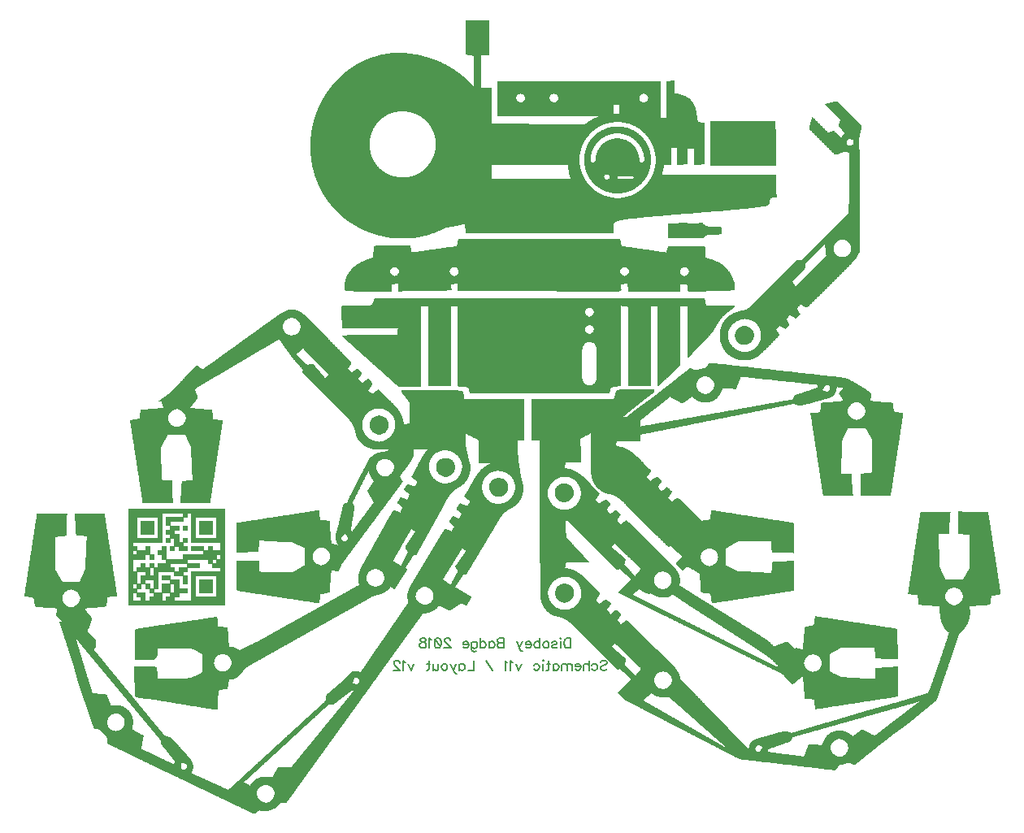
<source format=gbr>
%TF.GenerationSoftware,Novarm,DipTrace,3.0.0.2*%
%TF.CreationDate,2017-10-23T18:09:15+01:00*%
%FSLAX35Y35*%
%MOMM*%
%TF.FileFunction,Drawing,Silkscreen Bottom*%
%TF.Part,Single*%
%ADD12C,0.0254*%
%ADD78C,0.15686*%
G75*
G01*
%LPD*%
X5660900Y9320732D2*
D12*
X5899660D1*
X5660900Y9318192D2*
X5899660D1*
X5660900Y9315652D2*
X5899660D1*
X5660900Y9313112D2*
X5899660D1*
X5660900Y9310572D2*
X5899660D1*
X5660900Y9308032D2*
X5899660D1*
X5660900Y9305492D2*
X5899660D1*
X5660900Y9302952D2*
X5899660D1*
X5660900Y9300412D2*
X5899660D1*
X5660900Y9297872D2*
X5899660D1*
X5660910Y9295332D2*
X5899660D1*
X5660999Y9292792D2*
X5899660D1*
X5661323Y9290252D2*
X5899660D1*
X5661931Y9287712D2*
X5899660D1*
X5662582Y9285172D2*
X5899660D1*
X5663025Y9282632D2*
X5899660D1*
X5663261Y9280092D2*
X5899660D1*
X5663369Y9277552D2*
X5899660D1*
X5663413Y9275012D2*
X5899660D1*
X5663430Y9272472D2*
X5899660D1*
X5663437Y9269932D2*
X5899660D1*
X5663439Y9267392D2*
X5899660D1*
X5663440Y9264852D2*
X5899660D1*
X5663440Y9262312D2*
X5899660D1*
X5663440Y9259772D2*
X5899660D1*
X5663440Y9257232D2*
X5899660D1*
X5663440Y9254692D2*
X5899660D1*
X5663440Y9252152D2*
X5899660D1*
X5663440Y9249612D2*
X5899660D1*
X5663440Y9247072D2*
X5899660D1*
X5663440Y9244532D2*
X5899660D1*
X5663440Y9241992D2*
X5899660D1*
X5663440Y9239452D2*
X5899660D1*
X5663440Y9236912D2*
X5899660D1*
X5663440Y9234372D2*
X5899660D1*
X5663440Y9231832D2*
X5899660D1*
X5663440Y9229292D2*
X5899660D1*
X5663440Y9226752D2*
X5899660D1*
X5663440Y9224212D2*
X5899660D1*
X5663440Y9221672D2*
X5899660D1*
X5663440Y9219132D2*
X5899660D1*
X5663440Y9216592D2*
X5899660D1*
X5663440Y9214052D2*
X5899660D1*
X5663440Y9211512D2*
X5899660D1*
X5663440Y9208972D2*
X5899660D1*
X5663440Y9206432D2*
X5899660D1*
X5663440Y9203892D2*
X5899660D1*
X5663440Y9201352D2*
X5899660D1*
X5663440Y9198812D2*
X5899660D1*
X5663440Y9196272D2*
X5899660D1*
X5663440Y9193732D2*
X5899660D1*
X5663440Y9191192D2*
X5899660D1*
X5663440Y9188652D2*
X5899660D1*
X5663440Y9186112D2*
X5899660D1*
X5663440Y9183572D2*
X5899660D1*
X5663440Y9181032D2*
X5899660D1*
X5663440Y9178492D2*
X5899660D1*
X5663440Y9175952D2*
X5899660D1*
X5663440Y9173412D2*
X5899660D1*
X5663440Y9170872D2*
X5899660D1*
X5663440Y9168332D2*
X5899660D1*
X5663440Y9165792D2*
X5899660D1*
X5663440Y9163252D2*
X5899660D1*
X5663440Y9160712D2*
X5899660D1*
X5663440Y9158172D2*
X5899660D1*
X5663440Y9155632D2*
X5899660D1*
X5663440Y9153092D2*
X5899660D1*
X5663440Y9150552D2*
X5899660D1*
X5663440Y9148012D2*
X5899660D1*
X5663440Y9145472D2*
X5899660D1*
X5663440Y9142932D2*
X5899660D1*
X5663440Y9140392D2*
X5899660D1*
X5663450Y9137852D2*
X5899660D1*
X5663539Y9135312D2*
X5899660D1*
X5663863Y9132772D2*
X5899660D1*
X5664471Y9130232D2*
X5899660D1*
X5665122Y9127692D2*
X5899660D1*
X5665565Y9125152D2*
X5899660D1*
X5665801Y9122612D2*
X5899660D1*
X5665909Y9120072D2*
X5899660D1*
X5665953Y9117532D2*
X5899660D1*
X5665970Y9114992D2*
X5899660D1*
X5665977Y9112452D2*
X5899660D1*
X5665979Y9109912D2*
X5899660D1*
X5665980Y9107372D2*
X5899660D1*
X5665980Y9104832D2*
X5899660D1*
X5665980Y9102292D2*
X5899660D1*
X5665980Y9099752D2*
X5899660D1*
X5665980Y9097212D2*
X5899660D1*
X5665980Y9094672D2*
X5899660D1*
X5665980Y9092132D2*
X5899660D1*
X5665980Y9089592D2*
X5899660D1*
X5665980Y9087052D2*
X5899660D1*
X5665980Y9084512D2*
X5899660D1*
X5665980Y9081972D2*
X5899660D1*
X5665980Y9079432D2*
X5899660D1*
X5665980Y9076892D2*
X5899660D1*
X5665980Y9074352D2*
X5899660D1*
X5665980Y9071812D2*
X5899660D1*
X5665980Y9069272D2*
X5899660D1*
X5665980Y9066732D2*
X5899660D1*
X5665980Y9064192D2*
X5899660D1*
X5665980Y9061652D2*
X5899660D1*
X5665980Y9059112D2*
X5899660D1*
X5665980Y9056572D2*
X5899660D1*
X5665980Y9054032D2*
X5899660D1*
X5665980Y9051492D2*
X5899660D1*
X5665980Y9048952D2*
X5899660D1*
X5665980Y9046412D2*
X5899660D1*
X5665980Y9043872D2*
X5899660D1*
X5665980Y9041332D2*
X5899660D1*
X5665980Y9038792D2*
X5899660D1*
X5665980Y9036252D2*
X5899660D1*
X5665980Y9033712D2*
X5899660D1*
X5665980Y9031172D2*
X5899660D1*
X5665980Y9028632D2*
X5899660D1*
X5665980Y9026092D2*
X5899660D1*
X5665980Y9023552D2*
X5899660D1*
X5665980Y9021012D2*
X5899660D1*
X5665980Y9018472D2*
X5899660D1*
X5665980Y9015932D2*
X5899660D1*
X5665980Y9013392D2*
X5899660D1*
X5665980Y9010852D2*
X5899660D1*
X5665980Y9008312D2*
X5899660D1*
X5665980Y9005772D2*
X5899660D1*
X5665980Y9003232D2*
X5899660D1*
X5665980Y9000692D2*
X5899660D1*
X5665980Y8998152D2*
X5899660D1*
X5665980Y8995612D2*
X5899660D1*
X5665980Y8993072D2*
X5899660D1*
X5665980Y8990532D2*
X5899660D1*
X5665980Y8987992D2*
X5899660D1*
X5665980Y8985452D2*
X5899660D1*
X5665980Y8982912D2*
X5899660D1*
X5665980Y8980372D2*
X5899660D1*
X5665980Y8977832D2*
X5899660D1*
X4886200Y8975292D2*
X5033520D1*
X5666000D2*
X5899660D1*
X4866543Y8972752D2*
X5051300D1*
X5666258D2*
X5899660D1*
X4847786Y8970212D2*
X5081780D1*
X5666913D2*
X5899660D1*
X4830603Y8967672D2*
X5097430D1*
X5671715D2*
X5899660D1*
X4815115Y8965132D2*
X5113043D1*
X5680083D2*
X5899660D1*
X4801066Y8962592D2*
X5127853D1*
X5691733D2*
X5899660D1*
X4788114Y8960052D2*
X5141753D1*
X5705345D2*
X5899660D1*
X4776176Y8957512D2*
X5154934D1*
X5719603D2*
X5815840D1*
X5869180D2*
X5899660D1*
X4765062Y8954972D2*
X5167547D1*
X5733561D2*
X5815840D1*
X4754625Y8952432D2*
X5179550D1*
X5747260D2*
X5815840D1*
X4744842Y8949892D2*
X5190976D1*
X5747260D2*
X5815840D1*
X4735685Y8947352D2*
X5201833D1*
X5747260D2*
X5815840D1*
X4726851Y8944812D2*
X5212251D1*
X5747260D2*
X5815840D1*
X4718319Y8942272D2*
X5222232D1*
X5747260D2*
X5815840D1*
X4710145Y8939732D2*
X5231837D1*
X5747260D2*
X5815840D1*
X4702253Y8937192D2*
X5241264D1*
X5747260D2*
X5815840D1*
X4694517Y8934652D2*
X5250570D1*
X5747260D2*
X5815840D1*
X4686940Y8932112D2*
X5259462D1*
X5747260D2*
X5815840D1*
X4679621Y8929572D2*
X5267837D1*
X5747260D2*
X5815840D1*
X4672617Y8927032D2*
X5275823D1*
X5747260D2*
X5815840D1*
X4665741Y8924492D2*
X5283609D1*
X5747260D2*
X5815840D1*
X4658980Y8921952D2*
X5291290D1*
X5747260D2*
X5815840D1*
X4652523Y8919412D2*
X5298929D1*
X5747260D2*
X5815840D1*
X4646285Y8916872D2*
X5306464D1*
X5747260D2*
X5815840D1*
X4639898Y8914332D2*
X5313758D1*
X5747260D2*
X5815840D1*
X4633391Y8911792D2*
X5320677D1*
X5747260D2*
X5815840D1*
X4627069Y8909252D2*
X5327326D1*
X5747260D2*
X5815840D1*
X4621045Y8906712D2*
X5333881D1*
X5747260D2*
X5815840D1*
X4615245Y8904172D2*
X5340519D1*
X5747260D2*
X5815840D1*
X4609727Y8901632D2*
X5347172D1*
X5747260D2*
X5815840D1*
X4604424Y8899092D2*
X5353574D1*
X5747260D2*
X5815840D1*
X4599245Y8896552D2*
X5359706D1*
X5747260D2*
X5815840D1*
X4594124Y8894012D2*
X5365772D1*
X5747260D2*
X5815840D1*
X4589029Y8891472D2*
X5371748D1*
X5747260D2*
X5815840D1*
X4583943Y8888932D2*
X5377663D1*
X5747260D2*
X5815840D1*
X4578861Y8886392D2*
X5383617D1*
X5747260D2*
X5815840D1*
X4573780Y8883852D2*
X5389548D1*
X5747260D2*
X5815840D1*
X4568700Y8881312D2*
X5395359D1*
X5747260D2*
X5815840D1*
X4563620Y8878772D2*
X5401061D1*
X5747260D2*
X5815840D1*
X4558550Y8876232D2*
X5406538D1*
X5747260D2*
X5815840D1*
X4553549Y8873692D2*
X5411825D1*
X5747260D2*
X5815840D1*
X4548724Y8871152D2*
X5416998D1*
X5747260D2*
X5815840D1*
X4544097Y8868612D2*
X5422117D1*
X5747260D2*
X5815840D1*
X4539628Y8866072D2*
X5427212D1*
X5747260D2*
X5815840D1*
X4535322Y8863532D2*
X5432297D1*
X5747260D2*
X5815840D1*
X4531062Y8860992D2*
X5437379D1*
X5747260D2*
X5815840D1*
X4526777Y8858452D2*
X5442460D1*
X5747260D2*
X5815840D1*
X4522567Y8855912D2*
X5447530D1*
X5747260D2*
X5815840D1*
X4518346Y8853372D2*
X5452531D1*
X5747260D2*
X5815840D1*
X4514162Y8850832D2*
X5457356D1*
X5747260D2*
X5815840D1*
X4510184Y8848292D2*
X5461983D1*
X5747260D2*
X5815840D1*
X4506247Y8845752D2*
X5466452D1*
X5747260D2*
X5815840D1*
X4502030Y8843212D2*
X5470758D1*
X5747260D2*
X5815840D1*
X4497697Y8840672D2*
X5475028D1*
X5747260D2*
X5815840D1*
X4493504Y8838132D2*
X5479393D1*
X5747260D2*
X5815840D1*
X4489488Y8835592D2*
X5483846D1*
X5747260D2*
X5815840D1*
X4485579Y8833052D2*
X5488442D1*
X5747260D2*
X5815840D1*
X4481731Y8830512D2*
X5492982D1*
X5747260D2*
X5815840D1*
X4477903Y8827972D2*
X5497271D1*
X5747260D2*
X5815840D1*
X4474099Y8825432D2*
X5501338D1*
X5747260D2*
X5815840D1*
X4470374Y8822892D2*
X5505351D1*
X5747260D2*
X5815840D1*
X4466879Y8820352D2*
X5509519D1*
X5747260D2*
X5815840D1*
X4463596Y8817812D2*
X5513878D1*
X5747260D2*
X5815840D1*
X4460205Y8815272D2*
X5518109D1*
X5747260D2*
X5815840D1*
X4456551Y8812732D2*
X5522082D1*
X5747260D2*
X5815840D1*
X4452936Y8810192D2*
X5526083D1*
X5747260D2*
X5815840D1*
X4449450Y8807652D2*
X5530212D1*
X5747260D2*
X5815840D1*
X4445973Y8805112D2*
X5534272D1*
X5747260D2*
X5815840D1*
X4442550Y8802572D2*
X5538229D1*
X5747260D2*
X5815840D1*
X4439186Y8800032D2*
X5542096D1*
X5747260D2*
X5815840D1*
X4435770Y8797492D2*
X5545849D1*
X5747260D2*
X5815840D1*
X4432374Y8794952D2*
X5549354D1*
X5747260D2*
X5815840D1*
X4429020Y8792412D2*
X5552642D1*
X5747260D2*
X5815840D1*
X4425618Y8789872D2*
X5556034D1*
X5747260D2*
X5815840D1*
X4422302Y8787332D2*
X5559689D1*
X5747260D2*
X5815840D1*
X4419183Y8784792D2*
X5563304D1*
X5747260D2*
X5815840D1*
X4416066Y8782252D2*
X5566800D1*
X5747260D2*
X5815840D1*
X4412803Y8779712D2*
X5570356D1*
X5747260D2*
X5815840D1*
X4409555Y8777172D2*
X5574023D1*
X5747260D2*
X5815840D1*
X4406475Y8774632D2*
X5577752D1*
X5747260D2*
X5815840D1*
X4403449Y8772092D2*
X5581445D1*
X5747260D2*
X5815840D1*
X4400425Y8769552D2*
X5584918D1*
X5747260D2*
X5815840D1*
X4397473Y8767012D2*
X5588107D1*
X5747260D2*
X5815840D1*
X4394515Y8764472D2*
X5591183D1*
X5747260D2*
X5815840D1*
X4391525Y8761932D2*
X5594307D1*
X5747260D2*
X5815840D1*
X4388658Y8759392D2*
X5597505D1*
X5747260D2*
X5815840D1*
X4385856Y8756852D2*
X5600843D1*
X5747260D2*
X5815840D1*
X4382911Y8754312D2*
X5604196D1*
X5747260D2*
X5815840D1*
X4379729Y8751772D2*
X5607458D1*
X5747260D2*
X5815840D1*
X4376525Y8749232D2*
X5610621D1*
X5747260D2*
X5815840D1*
X4373537Y8746692D2*
X5613640D1*
X5747260D2*
X5815840D1*
X4370760Y8744152D2*
X5616627D1*
X5747260D2*
X5815840D1*
X4368102Y8741612D2*
X5619638D1*
X5747260D2*
X5815840D1*
X4365437Y8739072D2*
X5622589D1*
X5747260D2*
X5815840D1*
X4362636Y8736532D2*
X5625627D1*
X5747260D2*
X5815840D1*
X4359726Y8733992D2*
X5628857D1*
X5747260D2*
X5815840D1*
X4356896Y8731452D2*
X5632092D1*
X5747260D2*
X5815840D1*
X4354200Y8728912D2*
X5635167D1*
X5747260D2*
X5815840D1*
X4351580Y8726372D2*
X5638192D1*
X5747260D2*
X5815840D1*
X4349012Y8723832D2*
X5641206D1*
X5747260D2*
X5815840D1*
X4346455Y8721292D2*
X5644078D1*
X5747260D2*
X5815840D1*
X4343914Y8718752D2*
X5646801D1*
X5747260D2*
X5815840D1*
X4341369Y8716212D2*
X5649506D1*
X5747260D2*
X5815840D1*
X4338832Y8713672D2*
X5652321D1*
X5747260D2*
X5815840D1*
X4336288Y8711132D2*
X5655242D1*
X5747260D2*
X5815840D1*
X4333752Y8708592D2*
X5658070D1*
X5747260D2*
X5815840D1*
X4331208Y8706052D2*
X5660772D1*
X5747260D2*
X5815840D1*
X4328672Y8703512D2*
X5663388D1*
X5747260D2*
X5815840D1*
X4326128Y8700972D2*
X5665960D1*
X5747260D2*
X5815840D1*
X4323592Y8698432D2*
X5668513D1*
X5747260D2*
X5815840D1*
X4321058Y8695892D2*
X5671058D1*
X5747260D2*
X5815840D1*
X4318601Y8693352D2*
X5673599D1*
X5747260D2*
X5815840D1*
X4316302Y8690812D2*
X5676140D1*
X5747260D2*
X5815840D1*
X7817360D2*
X7827520D1*
X4314130Y8688272D2*
X5678680D1*
X5747260D2*
X5815840D1*
X7803308D2*
X7827520D1*
X4311873Y8685732D2*
X5681220D1*
X5747260D2*
X5815840D1*
X7788521D2*
X7827520D1*
X4309493Y8683192D2*
X5683760D1*
X5747260D2*
X5815840D1*
X7772803D2*
X7827520D1*
X4307028Y8680652D2*
X5686300D1*
X5747260D2*
X5815840D1*
X5993640D2*
X7192520D1*
X7756400D2*
X7827520D1*
X4304520Y8678112D2*
X5688840D1*
X5747260D2*
X5815840D1*
X5993640D2*
X7685280D1*
X7756400D2*
X7827520D1*
X4302003Y8675572D2*
X5691380D1*
X5747260D2*
X5815840D1*
X5993640D2*
X7685280D1*
X7756400D2*
X7827520D1*
X4299557Y8673032D2*
X5693920D1*
X5747260D2*
X5815840D1*
X5993640D2*
X7685280D1*
X7756400D2*
X7827520D1*
X4297342Y8670492D2*
X5696460D1*
X5747260D2*
X5815840D1*
X5993640D2*
X7685280D1*
X7756400D2*
X7827520D1*
X4295411Y8667952D2*
X5699000D1*
X5747260D2*
X5815840D1*
X5993640D2*
X7685280D1*
X7756400D2*
X7827520D1*
X4293522Y8665412D2*
X5701540D1*
X5747260D2*
X5815840D1*
X5993640D2*
X7685280D1*
X7756400D2*
X7827520D1*
X4291435Y8662872D2*
X5704080D1*
X5747260D2*
X5815840D1*
X5993640D2*
X7685280D1*
X7756400D2*
X7827520D1*
X4289210Y8660332D2*
X5706620D1*
X5747260D2*
X5815840D1*
X5993640D2*
X7685280D1*
X7756400D2*
X7827520D1*
X4287022Y8657792D2*
X5709150D1*
X5747260D2*
X5815840D1*
X5993640D2*
X7685280D1*
X7756400D2*
X7827520D1*
X4284891Y8655252D2*
X5711611D1*
X5747260D2*
X5815840D1*
X5993640D2*
X7685280D1*
X7756400D2*
X7827520D1*
X4282655Y8652712D2*
X5713906D1*
X5747260D2*
X5815840D1*
X5993640D2*
X7685280D1*
X7756400D2*
X7827520D1*
X4280287Y8650172D2*
X5716082D1*
X5747260D2*
X5815840D1*
X5993640D2*
X7685280D1*
X7756400D2*
X7827520D1*
X4277909Y8647632D2*
X5718335D1*
X5747260D2*
X5815840D1*
X5993640D2*
X7685280D1*
X7756400D2*
X7827520D1*
X4275642Y8645092D2*
X5720709D1*
X5747260D2*
X5815840D1*
X5993640D2*
X7685280D1*
X7756400D2*
X7827520D1*
X4273492Y8642552D2*
X5723090D1*
X5747260D2*
X5815840D1*
X5993640D2*
X7685280D1*
X7756400D2*
X7827520D1*
X4271330Y8640012D2*
X5725358D1*
X5747260D2*
X5815840D1*
X5993640D2*
X7685280D1*
X7756400D2*
X7827520D1*
X4269275Y8637472D2*
X5727517D1*
X5747260D2*
X5815840D1*
X5993640D2*
X7685280D1*
X7756400D2*
X7827520D1*
X4267419Y8634932D2*
X5729770D1*
X5747260D2*
X5815840D1*
X5993640D2*
X7685280D1*
X7756400D2*
X7827520D1*
X4265573Y8632392D2*
X5732138D1*
X5747260D2*
X5815840D1*
X5993640D2*
X7685280D1*
X7756400D2*
X7827520D1*
X4263568Y8629852D2*
X5734513D1*
X5747260D2*
X5815840D1*
X5993640D2*
X7685280D1*
X7756400D2*
X7827520D1*
X4261512Y8627312D2*
X5736695D1*
X5747260D2*
X5815840D1*
X5993640D2*
X7685280D1*
X7756400D2*
X7827520D1*
X4259455Y8624772D2*
X5738593D1*
X5747260D2*
X5815840D1*
X5993640D2*
X7685280D1*
X7756400D2*
X7827520D1*
X4257327Y8622232D2*
X5740372D1*
X5747260D2*
X5815840D1*
X5993640D2*
X7685280D1*
X7756400D2*
X7827520D1*
X4255215Y8619692D2*
X5742180D1*
X5747260D2*
X5815840D1*
X5993640D2*
X7685280D1*
X7756400D2*
X7827520D1*
X4253214Y8617152D2*
X5815840D1*
X5993640D2*
X7685280D1*
X7756400D2*
X7827520D1*
X4251315Y8614612D2*
X5815840D1*
X5993640D2*
X7685280D1*
X7756400D2*
X7827520D1*
X4249566Y8612072D2*
X5922520D1*
X5993640D2*
X7685280D1*
X7756400D2*
X7827520D1*
X4247838Y8609532D2*
X5922520D1*
X5993640D2*
X7685280D1*
X7756400D2*
X7827520D1*
X4246019Y8606992D2*
X5922520D1*
X5993640D2*
X7685280D1*
X7756400D2*
X7827520D1*
X4244101Y8604452D2*
X5922520D1*
X5993640D2*
X7685280D1*
X7756400D2*
X7827520D1*
X4242040Y8601912D2*
X5922520D1*
X5993640D2*
X7685280D1*
X7756400D2*
X7827520D1*
X4239957Y8599372D2*
X5922520D1*
X5993640D2*
X7685280D1*
X7756400D2*
X7827520D1*
X4237967Y8596832D2*
X5922520D1*
X5993640D2*
X7685280D1*
X7756400D2*
X7827520D1*
X4236073Y8594292D2*
X5922520D1*
X5993640D2*
X7685280D1*
X7756400D2*
X7827520D1*
X4234326Y8591752D2*
X5922520D1*
X5993640D2*
X7685280D1*
X7756400D2*
X7827520D1*
X4232607Y8589212D2*
X5922520D1*
X5993640D2*
X7685280D1*
X7756400D2*
X7827520D1*
X4230868Y8586672D2*
X5922520D1*
X5993640D2*
X7685280D1*
X7756400D2*
X7827520D1*
X4229185Y8584132D2*
X5922520D1*
X5993640D2*
X7685280D1*
X7756400D2*
X7827520D1*
X4227419Y8581592D2*
X5922520D1*
X5993640D2*
X7685280D1*
X7756400D2*
X7827520D1*
X4225457Y8579052D2*
X5922520D1*
X5993640D2*
X7685280D1*
X7756400D2*
X7827520D1*
X4223504Y8576512D2*
X5922520D1*
X5993640D2*
X7685280D1*
X7756400D2*
X7827520D1*
X4221766Y8573972D2*
X5922520D1*
X5993640D2*
X7685280D1*
X7756400D2*
X7827520D1*
X4220168Y8571432D2*
X5922520D1*
X5993640D2*
X7685280D1*
X7756400D2*
X7827520D1*
X4218463Y8568892D2*
X5922520D1*
X5993640D2*
X7685280D1*
X7756400D2*
X7827560D1*
X4216542Y8566352D2*
X5922520D1*
X5993640D2*
X7685280D1*
X7756400D2*
X7827679D1*
X4214601Y8563812D2*
X5922520D1*
X5993640D2*
X7685280D1*
X7756400D2*
X7828869D1*
X4212884Y8561272D2*
X5922520D1*
X5993640D2*
X7685280D1*
X7756400D2*
X7833461D1*
X4211364Y8558732D2*
X5922520D1*
X5993640D2*
X6218561D1*
X6241159D2*
X6566541D1*
X6586982D2*
X7501261D1*
X7521702D2*
X7685280D1*
X7756400D2*
X7840607D1*
X4209898Y8556192D2*
X5922520D1*
X5993640D2*
X6211239D1*
X6248481D2*
X6559219D1*
X6594854D2*
X7493939D1*
X7529574D2*
X7685280D1*
X7756400D2*
X7850062D1*
X4208258Y8553652D2*
X5922520D1*
X5993640D2*
X6205538D1*
X6254182D2*
X6553518D1*
X6600968D2*
X7488238D1*
X7535688D2*
X7685280D1*
X7756400D2*
X7860572D1*
X4206364Y8551112D2*
X5922520D1*
X5993640D2*
X6201109D1*
X6258611D2*
X6549089D1*
X6605478D2*
X7483809D1*
X7540198D2*
X7685280D1*
X7756400D2*
X7870931D1*
X4204435Y8548572D2*
X5922520D1*
X5993640D2*
X6197591D1*
X6262129D2*
X6545571D1*
X6608945D2*
X7480291D1*
X7543665D2*
X7685280D1*
X7756400D2*
X7880800D1*
X4202722Y8546032D2*
X5922520D1*
X5993640D2*
X6194612D1*
X6265108D2*
X6542582D1*
X6611876D2*
X7477302D1*
X7546596D2*
X7685280D1*
X7756400D2*
X7890281D1*
X4201213Y8543492D2*
X5922520D1*
X5993640D2*
X6191984D1*
X6267746D2*
X6539864D1*
X6614479D2*
X7474584D1*
X7549199D2*
X7685280D1*
X7756400D2*
X7899317D1*
X4199827Y8540952D2*
X5922520D1*
X5993640D2*
X6189783D1*
X6270036D2*
X6537341D1*
X6616748D2*
X7472061D1*
X7551468D2*
X7685280D1*
X7756400D2*
X7907537D1*
X4198431Y8538412D2*
X5922520D1*
X5993640D2*
X6188149D1*
X6271984D2*
X6535107D1*
X6618607D2*
X7469827D1*
X7553327D2*
X7685280D1*
X7756400D2*
X7914936D1*
X4196902Y8535872D2*
X5922520D1*
X5993640D2*
X6186869D1*
X6273784D2*
X6533255D1*
X6620163D2*
X7467975D1*
X7554893D2*
X7685280D1*
X7756400D2*
X7921776D1*
X4195250Y8533332D2*
X5922520D1*
X5993640D2*
X6185519D1*
X6275461D2*
X6531697D1*
X6621482D2*
X7466417D1*
X7556291D2*
X7685280D1*
X7756400D2*
X7928253D1*
X4193613Y8530792D2*
X5922520D1*
X5993640D2*
X6184079D1*
X6276745D2*
X6530306D1*
X6622562D2*
X7465026D1*
X7557605D2*
X7685280D1*
X7756400D2*
X7934352D1*
X4191940Y8528252D2*
X5922520D1*
X5993640D2*
X6182913D1*
X6277584D2*
X6529076D1*
X6623476D2*
X7463796D1*
X7558814D2*
X7685280D1*
X7756400D2*
X7940038D1*
X4190228Y8525712D2*
X5922520D1*
X5993640D2*
X6182198D1*
X6278278D2*
X6528118D1*
X6624388D2*
X7462838D1*
X7559849D2*
X7685280D1*
X7756400D2*
X7945413D1*
X4188641Y8523172D2*
X5922520D1*
X5993640D2*
X6181756D1*
X6279048D2*
X6527540D1*
X6625259D2*
X7462260D1*
X7560745D2*
X7685280D1*
X7756400D2*
X7950618D1*
X4187200Y8520632D2*
X5922520D1*
X5993640D2*
X6181277D1*
X6279765D2*
X6527251D1*
X6626078D2*
X7461971D1*
X7561642D2*
X7685280D1*
X7756400D2*
X7955658D1*
X4185848Y8518092D2*
X5922520D1*
X5993640D2*
X6180605D1*
X6280232D2*
X6527122D1*
X6626941D2*
X7461842D1*
X7562420D2*
X7685280D1*
X7756400D2*
X7960428D1*
X4184537Y8515552D2*
X5922520D1*
X5993640D2*
X6179930D1*
X6280476D2*
X6527070D1*
X6627708D2*
X7461790D1*
X7562915D2*
X7685280D1*
X7756400D2*
X7964814D1*
X4183172Y8513012D2*
X5922520D1*
X5993640D2*
X6179489D1*
X6280587D2*
X6527051D1*
X6628188D2*
X7461771D1*
X7563160D2*
X7685280D1*
X7756400D2*
X7968915D1*
X4181655Y8510472D2*
X5922520D1*
X5993640D2*
X6179340D1*
X6280623D2*
X6527044D1*
X6628352D2*
X7461764D1*
X7563186D2*
X7685280D1*
X7756400D2*
X7972842D1*
X4180007Y8507932D2*
X5922520D1*
X5993640D2*
X6179555D1*
X6280551D2*
X6527041D1*
X6628142D2*
X7461761D1*
X7562909D2*
X7685280D1*
X7756400D2*
X7976616D1*
X4178372Y8505392D2*
X5922520D1*
X5993640D2*
X6180118D1*
X6280234D2*
X6527050D1*
X6627571D2*
X7461770D1*
X7562309D2*
X7685280D1*
X7756400D2*
X7980120D1*
X4176710Y8502852D2*
X5922520D1*
X5993640D2*
X6180752D1*
X6279628D2*
X6527139D1*
X6626848D2*
X7461859D1*
X7561575D2*
X7685280D1*
X7756400D2*
X7983321D1*
X4175077Y8500312D2*
X5922520D1*
X5993640D2*
X6181199D1*
X6278967D2*
X6527473D1*
X6626088D2*
X7462193D1*
X7560810D2*
X7685280D1*
X7756400D2*
X7986391D1*
X4173724Y8497772D2*
X5922520D1*
X5993640D2*
X6181531D1*
X6278425D2*
X6528170D1*
X6625237D2*
X7462890D1*
X7559957D2*
X7685280D1*
X7756400D2*
X7989427D1*
X4172569Y8495232D2*
X5922520D1*
X5993640D2*
X6182051D1*
X6277777D2*
X6529145D1*
X6624379D2*
X7463865D1*
X7559109D2*
X7685280D1*
X7756400D2*
X7992302D1*
X4171259Y8492692D2*
X5922520D1*
X5993640D2*
X6183038D1*
X6276727D2*
X6530217D1*
X6623479D2*
X7464937D1*
X7558288D2*
X7685280D1*
X7756400D2*
X7995022D1*
X4169749Y8490152D2*
X5922520D1*
X5993640D2*
X6184413D1*
X6275334D2*
X6531282D1*
X6622284D2*
X7466002D1*
X7557328D2*
X7685280D1*
X7756400D2*
X7997645D1*
X4168257Y8487612D2*
X5922520D1*
X5993640D2*
X6185927D1*
X6273889D2*
X6532490D1*
X6620812D2*
X7467210D1*
X7556140D2*
X7685280D1*
X7756400D2*
X8000219D1*
X4166856Y8485072D2*
X5922520D1*
X5993640D2*
X6187550D1*
X6272496D2*
X6534086D1*
X6619258D2*
X7468806D1*
X7554629D2*
X7685280D1*
X7756400D2*
X8002763D1*
X4165519Y8482532D2*
X5922520D1*
X5993640D2*
X6189262D1*
X6271067D2*
X6535946D1*
X6617609D2*
X7470666D1*
X7552772D2*
X7685280D1*
X7756400D2*
X8005208D1*
X4164214Y8479992D2*
X5922520D1*
X5993640D2*
X6191021D1*
X6269350D2*
X6537994D1*
X6615811D2*
X7472714D1*
X7550767D2*
X7685280D1*
X7756400D2*
X8007328D1*
X4162851Y8477452D2*
X5922520D1*
X5993640D2*
X6193126D1*
X6267037D2*
X6540411D1*
X6613796D2*
X7475131D1*
X7548634D2*
X7685280D1*
X7756400D2*
X8008846D1*
X4161345Y8474912D2*
X5922520D1*
X5993640D2*
X6195883D1*
X6264072D2*
X6543143D1*
X6611237D2*
X7477863D1*
X7546091D2*
X7685280D1*
X7756400D2*
X8009762D1*
X4159786Y8472372D2*
X5922520D1*
X5993640D2*
X6199273D1*
X6260554D2*
X6546101D1*
X6607849D2*
X7480821D1*
X7542910D2*
X7685280D1*
X7756400D2*
X8015480D1*
X9514080D2*
X9526780D1*
X4158465Y8469832D2*
X5922520D1*
X5993640D2*
X6203463D1*
X6256301D2*
X6549814D1*
X6603515D2*
X7484534D1*
X7538849D2*
X7685280D1*
X7756400D2*
X8016751D1*
X9503575D2*
X9529310D1*
X4157322Y8467292D2*
X5922520D1*
X5993640D2*
X6209050D1*
X6250687D2*
X6555382D1*
X6597968D2*
X7490102D1*
X7533325D2*
X7685280D1*
X7756400D2*
X8018236D1*
X9492770D2*
X9531751D1*
X4156027Y8464752D2*
X5922520D1*
X5993640D2*
X6216395D1*
X6243331D2*
X6563359D1*
X6590928D2*
X7498079D1*
X7526009D2*
X7685280D1*
X7756400D2*
X8019788D1*
X9481935D2*
X9533869D1*
X4154598Y8462212D2*
X5922520D1*
X5993640D2*
X6224780D1*
X6234940D2*
X6572760D1*
X6582920D2*
X7507480D1*
X7517640D2*
X7685280D1*
X7756400D2*
X8021414D1*
X9471231D2*
X9535386D1*
X4153340Y8459672D2*
X5922520D1*
X5993640D2*
X7685280D1*
X7756400D2*
X8023031D1*
X9460584D2*
X9536302D1*
X4152225Y8457132D2*
X5922520D1*
X5993640D2*
X7685280D1*
X7756400D2*
X8024379D1*
X9449862D2*
X9542020D1*
X4150941Y8454592D2*
X5922520D1*
X5993640D2*
X7685280D1*
X7756400D2*
X8025532D1*
X9439173D2*
X9542020D1*
X4149516Y8452052D2*
X5922520D1*
X5993640D2*
X7685280D1*
X7756400D2*
X8026831D1*
X9428854D2*
X9547100D1*
X4148260Y8449512D2*
X5922520D1*
X5993640D2*
X7685280D1*
X7756400D2*
X8028261D1*
X9419897D2*
X9547100D1*
X4147144Y8446972D2*
X5922520D1*
X5993640D2*
X7685280D1*
X7756400D2*
X8029519D1*
X9413005D2*
X9552180D1*
X4145860Y8444432D2*
X5922520D1*
X5993640D2*
X7685280D1*
X7756400D2*
X8030635D1*
X9407400D2*
X9552180D1*
X4144436Y8441892D2*
X5922520D1*
X5993640D2*
X7685280D1*
X7756400D2*
X8031919D1*
X9409940D2*
X9557260D1*
X4143180Y8439352D2*
X5922520D1*
X5993640D2*
X7192520D1*
X7263640D2*
X7685280D1*
X7756400D2*
X8033344D1*
X9412480D2*
X9557260D1*
X4142064Y8436812D2*
X5922520D1*
X5993640D2*
X7192520D1*
X7263640D2*
X7685280D1*
X7756400D2*
X8034591D1*
X9415020D2*
X9562340D1*
X4140780Y8434272D2*
X5922520D1*
X5993640D2*
X7192520D1*
X7263640D2*
X7685280D1*
X7756400D2*
X8035626D1*
X9417560D2*
X9562340D1*
X4139356Y8431732D2*
X5922520D1*
X5993640D2*
X7192520D1*
X7263640D2*
X7685280D1*
X7756400D2*
X8036676D1*
X9420100D2*
X9567420D1*
X4138109Y8429192D2*
X5922520D1*
X5993640D2*
X7192520D1*
X7263640D2*
X7685280D1*
X7756400D2*
X8037806D1*
X9422640D2*
X9567420D1*
X4137074Y8426652D2*
X5922520D1*
X5993640D2*
X7192520D1*
X7263640D2*
X7685280D1*
X7756400D2*
X8038930D1*
X9425180D2*
X9572500D1*
X4136024Y8424112D2*
X5922520D1*
X5993640D2*
X7192520D1*
X7263640D2*
X7685280D1*
X7756400D2*
X8039930D1*
X9427720D2*
X9572500D1*
X4134884Y8421572D2*
X5922520D1*
X5993640D2*
X7192520D1*
X7263640D2*
X7685280D1*
X7756400D2*
X8040823D1*
X9430260D2*
X9577580D1*
X4133681Y8419032D2*
X5922520D1*
X5993640D2*
X7192520D1*
X7263640D2*
X7685280D1*
X7756400D2*
X8041803D1*
X9432800D2*
X9577580D1*
X4132437Y8416492D2*
X5922520D1*
X5993640D2*
X7192520D1*
X7263640D2*
X7685280D1*
X7756400D2*
X8042904D1*
X9435340D2*
X9582660D1*
X4131180Y8413952D2*
X5922520D1*
X5993640D2*
X7192520D1*
X7263640D2*
X7685280D1*
X7756400D2*
X8044007D1*
X9437880D2*
X9582660D1*
X4129922Y8411412D2*
X5922520D1*
X5993640D2*
X7192520D1*
X7263640D2*
X7685280D1*
X7756400D2*
X8044913D1*
X9440420D2*
X9587740D1*
X4128735Y8408872D2*
X5922520D1*
X5993640D2*
X7192520D1*
X7263640D2*
X7685280D1*
X7756400D2*
X8045481D1*
X9442960D2*
X9587740D1*
X4127697Y8406332D2*
X5922520D1*
X5993640D2*
X7192520D1*
X7263640D2*
X7685280D1*
X7756400D2*
X8045852D1*
X9445500D2*
X9592820D1*
X4126714Y8403792D2*
X5922520D1*
X5993640D2*
X7192520D1*
X7263640D2*
X7685280D1*
X7756400D2*
X8046302D1*
X9448040D2*
X9592820D1*
X4125495Y8401252D2*
X5922520D1*
X5993640D2*
X7192520D1*
X7263640D2*
X7685280D1*
X7756400D2*
X8046971D1*
X9450580D2*
X9597900D1*
X4124108Y8398712D2*
X5922520D1*
X5993640D2*
X7192520D1*
X7263640D2*
X7685280D1*
X7756400D2*
X8047731D1*
X9453120D2*
X9597900D1*
X4122952Y8396172D2*
X5922520D1*
X5993640D2*
X7192520D1*
X7263640D2*
X7685280D1*
X7756400D2*
X8048505D1*
X9455660D2*
X9602980D1*
X4122165Y8393632D2*
X5922520D1*
X5993640D2*
X7192520D1*
X7263640D2*
X7685280D1*
X7756400D2*
X8049351D1*
X9458200D2*
X9602980D1*
X4121481Y8391092D2*
X5922520D1*
X5993640D2*
X7192520D1*
X7263640D2*
X7685280D1*
X7756400D2*
X8050111D1*
X9460740D2*
X9608060D1*
X4120629Y8388552D2*
X5922520D1*
X5993640D2*
X7192520D1*
X7263640D2*
X7685280D1*
X7756400D2*
X8050609D1*
X9463280D2*
X9608060D1*
X4119581Y8386012D2*
X5922520D1*
X5993640D2*
X7192520D1*
X7263640D2*
X7685280D1*
X7756400D2*
X8050951D1*
X9465820D2*
X9613140D1*
X4118417Y8383472D2*
X5922520D1*
X5993640D2*
X7192520D1*
X7263640D2*
X7685280D1*
X7756400D2*
X8051388D1*
X9468360D2*
X9613140D1*
X4117188Y8380932D2*
X5922520D1*
X5993640D2*
X7192520D1*
X7263640D2*
X7685280D1*
X7756400D2*
X8052053D1*
X9470900D2*
X9618220D1*
X4115937Y8378392D2*
X5922520D1*
X5993640D2*
X7192520D1*
X7263640D2*
X7685280D1*
X7756400D2*
X8052812D1*
X9473440D2*
X9618220D1*
X4114681Y8375852D2*
X4967752D1*
X5020146D2*
X5922520D1*
X5993640D2*
X7192520D1*
X7263640D2*
X7685280D1*
X7756400D2*
X8053585D1*
X9475980D2*
X9623300D1*
X4113504Y8373312D2*
X4948107D1*
X5041602D2*
X5922520D1*
X5993640D2*
X7192520D1*
X7263640D2*
X7685280D1*
X7756400D2*
X8054431D1*
X9478520D2*
X9623300D1*
X4112557Y8370772D2*
X4931880D1*
X5059298D2*
X5922520D1*
X5993640D2*
X7192520D1*
X7263640D2*
X7685280D1*
X7756400D2*
X8055191D1*
X9481060D2*
X9628380D1*
X4111897Y8368232D2*
X4918405D1*
X5073926D2*
X5922520D1*
X5993640D2*
X7192520D1*
X7263640D2*
X7685280D1*
X7756400D2*
X8055679D1*
X9483600D2*
X9628380D1*
X4111276Y8365692D2*
X4907009D1*
X5086278D2*
X5922520D1*
X5993640D2*
X7192520D1*
X7263640D2*
X7685280D1*
X7756400D2*
X8055941D1*
X9486140D2*
X9633460D1*
X4110451Y8363152D2*
X4897237D1*
X5097063D2*
X5922520D1*
X5993640D2*
X7192520D1*
X7263640D2*
X7685280D1*
X7756400D2*
X8056145D1*
X9488680D2*
X9633460D1*
X4109425Y8360612D2*
X4888877D1*
X5106612D2*
X5922520D1*
X5993640D2*
X7192520D1*
X7263640D2*
X7685280D1*
X7756400D2*
X8056515D1*
X9491220D2*
X9638540D1*
X4108344Y8358072D2*
X4881666D1*
X5115162D2*
X5922520D1*
X5993640D2*
X7192520D1*
X7263640D2*
X7685280D1*
X7756400D2*
X8057141D1*
X9493760D2*
X9638540D1*
X4107361Y8355532D2*
X4875179D1*
X5122842D2*
X5922520D1*
X5993640D2*
X7192520D1*
X7263640D2*
X7685280D1*
X7756400D2*
X8057809D1*
X9496300D2*
X9643620D1*
X4106474Y8352992D2*
X4868897D1*
X5129725D2*
X5922520D1*
X5993640D2*
X7192520D1*
X7263640D2*
X7685280D1*
X7756400D2*
X8058344D1*
X9498840D2*
X9643620D1*
X4105496Y8350452D2*
X4862636D1*
X5136060D2*
X5922520D1*
X5993640D2*
X7192520D1*
X7263640D2*
X7685280D1*
X7756400D2*
X8058904D1*
X9501380D2*
X9648700D1*
X4104395Y8347912D2*
X4856418D1*
X5142196D2*
X5922520D1*
X5993640D2*
X7192520D1*
X7263640D2*
X7685280D1*
X7756400D2*
X8059620D1*
X9503920D2*
X9648700D1*
X4103283Y8345372D2*
X4850435D1*
X5148113D2*
X5922520D1*
X5993640D2*
X7685280D1*
X7756400D2*
X8060316D1*
X9506460D2*
X9653780D1*
X4102288Y8342832D2*
X4844878D1*
X5153705D2*
X5922520D1*
X5993640D2*
X7685280D1*
X7756400D2*
X8060776D1*
X9509000D2*
X9653780D1*
X4101397Y8340292D2*
X4839842D1*
X5158965D2*
X5922520D1*
X5993640D2*
X7685280D1*
X7756400D2*
X8061018D1*
X9511540D2*
X9658860D1*
X4100416Y8337752D2*
X4835250D1*
X5163922D2*
X5922520D1*
X5993640D2*
X7685280D1*
X7756400D2*
X8061128D1*
X9514080D2*
X9658860D1*
X4099316Y8335212D2*
X4830864D1*
X5168672D2*
X5922520D1*
X5993640D2*
X7685280D1*
X7756400D2*
X8061183D1*
X9516620D2*
X9663940D1*
X4098213Y8332672D2*
X4826527D1*
X5173408D2*
X5922520D1*
X5993640D2*
X7685280D1*
X7756400D2*
X8061290D1*
X9519160D2*
X9663940D1*
X4097297Y8330132D2*
X4822298D1*
X5178080D2*
X5922520D1*
X5993640D2*
X7685280D1*
X7756400D2*
X8061620D1*
X9521700D2*
X9669020D1*
X4096650Y8327592D2*
X4818070D1*
X5182624D2*
X5922520D1*
X5993640D2*
X7685280D1*
X7756400D2*
X8062230D1*
X9524240D2*
X9669020D1*
X4096034Y8325052D2*
X4813893D1*
X5186982D2*
X5922520D1*
X6242560D2*
X6928360D1*
X7064725D2*
X7685280D1*
X7756400D2*
X8062892D1*
X9526780D2*
X9674100D1*
X4095211Y8322512D2*
X4810004D1*
X5191032D2*
X5922520D1*
X7058306D2*
X7685280D1*
X7756400D2*
X8063425D1*
X9529320D2*
X9674100D1*
X4094185Y8319972D2*
X4806391D1*
X5194913D2*
X5922520D1*
X7051657D2*
X7685280D1*
X7756400D2*
X8063984D1*
X9531860D2*
X9679180D1*
X4093114Y8317432D2*
X4802781D1*
X5198820D2*
X5922520D1*
X7045234D2*
X7685280D1*
X7756400D2*
X8064700D1*
X9534400D2*
X9679180D1*
X4092210Y8314892D2*
X4799109D1*
X5202550D2*
X5922520D1*
X7039071D2*
X7685280D1*
X7756400D2*
X8065396D1*
X9536940D2*
X9684260D1*
X4091568Y8312352D2*
X4795449D1*
X5206083D2*
X5922520D1*
X7033001D2*
X7685280D1*
X7756400D2*
X8065856D1*
X9539480D2*
X9684260D1*
X4090963Y8309812D2*
X4791992D1*
X5209577D2*
X5922520D1*
X7027021D2*
X7685280D1*
X7756400D2*
X8066098D1*
X9542020D2*
X9689340D1*
X4090220Y8307272D2*
X4788809D1*
X5213006D2*
X5922520D1*
X7021192D2*
X7685280D1*
X7756400D2*
X8066208D1*
X9270240D2*
D3*
X9544560D2*
X9689340D1*
X4089428Y8304732D2*
X4785736D1*
X5216373D2*
X5922520D1*
X7015483D2*
X7685280D1*
X7756400D2*
X8066253D1*
X9269838D2*
X9275320D1*
X9547100D2*
X9694420D1*
X4088642Y8302192D2*
X4782612D1*
X5219790D2*
X5922520D1*
X7010003D2*
X7685280D1*
X7756400D2*
X8066270D1*
X9269119D2*
X9275320D1*
X9549640D2*
X9694420D1*
X4087791Y8299652D2*
X4779414D1*
X5223176D2*
X5922520D1*
X7004716D2*
X8066287D1*
X9268137D2*
X9280400D1*
X9552180D2*
X9699500D1*
X4087020Y8297112D2*
X4776087D1*
X5226451D2*
X5922520D1*
X6999552D2*
X8066378D1*
X9267084D2*
X9280400D1*
X9554720D2*
X9699500D1*
X4086442Y8294572D2*
X4772813D1*
X5229609D2*
X5922520D1*
X6994512D2*
X8066703D1*
X9266197D2*
X9285480D1*
X9557260D2*
X9704580D1*
X4085866Y8292032D2*
X4769795D1*
X5232550D2*
X5922520D1*
X6989672D2*
X8067311D1*
X9265636D2*
X9285480D1*
X9559790D2*
X9704580D1*
X4085133Y8289492D2*
X4767006D1*
X5235293D2*
X5922520D1*
X6985040D2*
X8067972D1*
X9265266D2*
X9290560D1*
X9562231D2*
X9709660D1*
X4084346Y8286952D2*
X4764354D1*
X5237931D2*
X5922520D1*
X6980569D2*
X8068505D1*
X9264818D2*
X9290560D1*
X9564348D2*
X9709660D1*
X4083561Y8284412D2*
X4761768D1*
X5240505D2*
X5922520D1*
X6976262D2*
X8069064D1*
X9264149D2*
X9295640D1*
X9565847D2*
X9714740D1*
X4082711Y8281872D2*
X4759210D1*
X5243064D2*
X5922520D1*
X6972002D2*
X8069780D1*
X9263389D2*
X9295640D1*
X9566848D2*
X9714740D1*
X4081940Y8279332D2*
X4756663D1*
X5245605D2*
X5922520D1*
X6967727D2*
X8070476D1*
X9262615D2*
X9300720D1*
X9566877D2*
X9719820D1*
X4081362Y8276792D2*
X4754121D1*
X5248151D2*
X5922520D1*
X6963596D2*
X8070936D1*
X9261769D2*
X9300720D1*
X9565921D2*
X9719820D1*
X4080776Y8274252D2*
X4751580D1*
X5250688D2*
X5922520D1*
X6959610D2*
X8071178D1*
X9260999D2*
X9305800D1*
X9564672D2*
X9724900D1*
X4079964Y8271712D2*
X4749040D1*
X5253232D2*
X5922520D1*
X6955720D2*
X8071288D1*
X9260422D2*
X9305800D1*
X9563503D2*
X9724900D1*
X4078942Y8269172D2*
X4746500D1*
X5255768D2*
X5922520D1*
X6951875D2*
X8071353D1*
X9259846D2*
X9310880D1*
X9562497D2*
X9729980D1*
X4077873Y8266632D2*
X4743970D1*
X5258302D2*
X5922520D1*
X6948053D2*
X8071608D1*
X9259113D2*
X9310880D1*
X9561458D2*
X9729980D1*
X4076980Y8264092D2*
X4741519D1*
X5260759D2*
X5922530D1*
X6944237D2*
X7205482D1*
X7273029D2*
X8072212D1*
X8213600D2*
X8881620D1*
X9258326D2*
X9315960D1*
X9560332D2*
X9735060D1*
X4076427Y8261552D2*
X4739303D1*
X5263058D2*
X5922619D1*
X6940437D2*
X7185758D1*
X7294159D2*
X8075358D1*
X8213600D2*
X8881620D1*
X9257541D2*
X9315960D1*
X9559209D2*
X9735060D1*
X4076136Y8259012D2*
X4737371D1*
X5265220D2*
X5922943D1*
X6936713D2*
X7169296D1*
X7311237D2*
X8083509D1*
X8213600D2*
X8881620D1*
X9256691D2*
X9321040D1*
X9558200D2*
X9740140D1*
X4075922Y8256472D2*
X4735482D1*
X5267388D2*
X5923551D1*
X6933229D2*
X7155527D1*
X7325124D2*
X8094619D1*
X8213600D2*
X8881620D1*
X9255930D2*
X9321040D1*
X9557228D2*
X9740140D1*
X4075537Y8253932D2*
X4733395D1*
X5269444D2*
X5924202D1*
X6930025D2*
X7143988D1*
X7336709D2*
X8108652D1*
X8213600D2*
X8881620D1*
X9255432D2*
X9326120D1*
X9556013D2*
X9745220D1*
X4074820Y8251392D2*
X4731170D1*
X5271300D2*
X5924645D1*
X6926869D2*
X7134012D1*
X7346651D2*
X8125028D1*
X8213600D2*
X8881620D1*
X9255089D2*
X9326120D1*
X9554627D2*
X9745220D1*
X4073838Y8248852D2*
X4728982D1*
X5273147D2*
X5924881D1*
X6923499D2*
X7124928D1*
X7355450D2*
X8142480D1*
X8213600D2*
X8881620D1*
X9254642D2*
X9331200D1*
X9553472D2*
X9750300D1*
X4072784Y8246312D2*
X4726861D1*
X5275152D2*
X5924989D1*
X6919917D2*
X7116575D1*
X7363603D2*
X8142480D1*
X8213600D2*
X8881620D1*
X9253897D2*
X9331200D1*
X9552675D2*
X9750300D1*
X4071897Y8243772D2*
X4724715D1*
X5277208D2*
X5925033D1*
X6916124D2*
X7108977D1*
X7371353D2*
X8142480D1*
X8213600D2*
X8881620D1*
X9252904D2*
X9336280D1*
X9551912D2*
X9755380D1*
X4071346Y8241232D2*
X4722670D1*
X5279265D2*
X5925051D1*
X6912034D2*
X7101810D1*
X7378730D2*
X8142480D1*
X8213600D2*
X8881620D1*
X9251847D2*
X9336280D1*
X9550825D2*
X9755380D1*
X4071056Y8238692D2*
X4720900D1*
X5281383D2*
X6313680D1*
X6907585D2*
X7094921D1*
X7385671D2*
X8142480D1*
X8213600D2*
X8881620D1*
X9250958D2*
X9341360D1*
X9549493D2*
X9760460D1*
X4070842Y8236152D2*
X4719284D1*
X5283416D2*
X7088433D1*
X7392232D2*
X8142480D1*
X8213600D2*
X8881620D1*
X9250396D2*
X9341360D1*
X9548286D2*
X9760460D1*
X4070467Y8233612D2*
X4717578D1*
X5285172D2*
X7082344D1*
X7398387D2*
X8142480D1*
X8213600D2*
X8881620D1*
X9250027D2*
X9346440D1*
X9547285D2*
X9765540D1*
X4069829Y8231072D2*
X4715651D1*
X5286707D2*
X7076519D1*
X7404174D2*
X8142480D1*
X8213600D2*
X8881620D1*
X9249578D2*
X9346440D1*
X9546430D2*
X9765540D1*
X4069082Y8228532D2*
X4713704D1*
X5288179D2*
X7070991D1*
X7409791D2*
X8142480D1*
X8213600D2*
X8881620D1*
X9248909D2*
X9351520D1*
X9545761D2*
X9770620D1*
X4068313Y8225992D2*
X4711903D1*
X5289821D2*
X7065686D1*
X7415295D2*
X8142480D1*
X8213600D2*
X8881620D1*
X9248149D2*
X9351520D1*
X9546241D2*
X9770620D1*
X4067468Y8223452D2*
X4710162D1*
X5291715D2*
X7060505D1*
X7420468D2*
X8142480D1*
X8213600D2*
X8881620D1*
X9247375D2*
X9356600D1*
X9547904D2*
X9775700D1*
X4066709Y8220912D2*
X4708487D1*
X5293645D2*
X7055384D1*
X7425354D2*
X8142480D1*
X8213600D2*
X8881620D1*
X9246529D2*
X9356600D1*
X9549887D2*
X9775700D1*
X4066221Y8218372D2*
X4707042D1*
X5295358D2*
X7050299D1*
X7430140D2*
X8142480D1*
X8213600D2*
X8881620D1*
X9245759D2*
X9361680D1*
X9551892D2*
X9780780D1*
X4065959Y8215832D2*
X4705648D1*
X5296867D2*
X7045302D1*
X7434766D2*
X8142480D1*
X8213600D2*
X8881620D1*
X9245182D2*
X9361680D1*
X9553739D2*
X9780683D1*
X4065755Y8213292D2*
X4704052D1*
X5298253D2*
X7040554D1*
X7439092D2*
X8142480D1*
X8213600D2*
X8881620D1*
X9244606D2*
X9366760D1*
X9555595D2*
X9780358D1*
X4065385Y8210752D2*
X4702489D1*
X5299649D2*
X7036171D1*
X7223000D2*
X7258560D1*
X7443253D2*
X8142480D1*
X8213600D2*
X8881620D1*
X9243873D2*
X9366760D1*
X9557680D2*
X9779739D1*
X4064749Y8208212D2*
X4701125D1*
X5301168D2*
X7032075D1*
X7187440D2*
X7291580D1*
X7447491D2*
X8142480D1*
X8213600D2*
X8881620D1*
X9243086D2*
X9371840D1*
X9559971D2*
X9778998D1*
X4064002Y8205672D2*
X4699687D1*
X5302741D2*
X7028136D1*
X7175859D2*
X7303637D1*
X7451870D2*
X8142480D1*
X8213600D2*
X8881620D1*
X9242301D2*
X9371840D1*
X9562323D2*
X9778232D1*
X4063233Y8203132D2*
X4698114D1*
X5304143D2*
X7024276D1*
X7164670D2*
X7314952D1*
X7456033D2*
X8142480D1*
X8213600D2*
X8881620D1*
X9241451D2*
X9376920D1*
X9564573D2*
X9777388D1*
X4062388Y8200592D2*
X4696594D1*
X5305522D2*
X7020445D1*
X7154263D2*
X7325183D1*
X7459766D2*
X8142480D1*
X8213600D2*
X8881620D1*
X9240700D2*
X9376920D1*
X9566722D2*
X9776629D1*
X4061629Y8198052D2*
X4695183D1*
X5307111D2*
X7016630D1*
X7144804D2*
X7334446D1*
X7463395D2*
X8142480D1*
X8213600D2*
X8881620D1*
X9240311D2*
X9382000D1*
X9568889D2*
X9776141D1*
X4061141Y8195512D2*
X4693842D1*
X5308673D2*
X7012825D1*
X7136272D2*
X7342854D1*
X7467157D2*
X8142480D1*
X8213600D2*
X8881620D1*
X9240240D2*
X9382000D1*
X9571027D2*
X9775879D1*
X4060889Y8192972D2*
X4692544D1*
X5310036D2*
X7009096D1*
X7128507D2*
X7350557D1*
X7470817D2*
X8142480D1*
X8213600D2*
X8881630D1*
X9241338D2*
X9387080D1*
X9573122D2*
X9775675D1*
X4060775Y8190432D2*
X4691261D1*
X5311463D2*
X7005528D1*
X7121397D2*
X7357650D1*
X7474321D2*
X8142480D1*
X8213600D2*
X8881719D1*
X9243019D2*
X9387080D1*
X9575337D2*
X9775295D1*
X4060718Y8187892D2*
X4689988D1*
X5312957D2*
X7002094D1*
X7114768D2*
X7364358D1*
X7477804D2*
X8142480D1*
X8213600D2*
X8882043D1*
X9245137D2*
X9392160D1*
X9577615D2*
X9774579D1*
X4060611Y8185352D2*
X4688715D1*
X5314232D2*
X6998648D1*
X7108587D2*
X7370848D1*
X7481229D2*
X8142480D1*
X8213600D2*
X8882651D1*
X9247495D2*
X9392160D1*
X9579751D2*
X9773598D1*
X4060280Y8182812D2*
X4687446D1*
X5315280D2*
X6995250D1*
X7102791D2*
X7377172D1*
X7484594D2*
X8142480D1*
X8213600D2*
X8883302D1*
X9249962D2*
X9397240D1*
X9581649D2*
X9772544D1*
X4059670Y8180272D2*
X4686174D1*
X5316334D2*
X6991971D1*
X7097170D2*
X7383209D1*
X7488010D2*
X8142480D1*
X8213600D2*
X8883745D1*
X9252475D2*
X9397240D1*
X9583525D2*
X9771657D1*
X4059008Y8177732D2*
X4684906D1*
X5317465D2*
X6988802D1*
X7091666D2*
X7388861D1*
X7491396D2*
X8142480D1*
X8213600D2*
X8883981D1*
X9255005D2*
X9402320D1*
X9585607D2*
X9771106D1*
X4058475Y8175192D2*
X4683644D1*
X5318590D2*
X6985781D1*
X7086493D2*
X7394138D1*
X7494671D2*
X8142480D1*
X8213600D2*
X8884089D1*
X9257542D2*
X9402320D1*
X9587831D2*
X9770816D1*
X4057916Y8172652D2*
X4682455D1*
X5319590D2*
X6982794D1*
X7081606D2*
X7399017D1*
X7497829D2*
X8142480D1*
X8213600D2*
X8884133D1*
X9260081D2*
X9407400D1*
X9590018D2*
X9770602D1*
X4057200Y8170112D2*
X4681428D1*
X5320483D2*
X6979792D1*
X7076820D2*
X7403457D1*
X7500770D2*
X8142480D1*
X8213600D2*
X8884150D1*
X9262620D2*
X9407400D1*
X9592149D2*
X9770217D1*
X4056504Y8167572D2*
X4680524D1*
X5321463D2*
X6976930D1*
X7072194D2*
X7407665D1*
X7503513D2*
X8142480D1*
X8213600D2*
X8884157D1*
X9265160D2*
X9412480D1*
X9594385D2*
X9769500D1*
X4056044Y8165032D2*
X4679539D1*
X5322564D2*
X6974216D1*
X7067868D2*
X7411931D1*
X7506151D2*
X8142480D1*
X8213600D2*
X8884159D1*
X9267700D2*
X9412480D1*
X9596753D2*
X9768518D1*
X4055802Y8162492D2*
X4678437D1*
X5323677D2*
X6971594D1*
X7063707D2*
X7416406D1*
X7508725D2*
X8142480D1*
X8213600D2*
X8884160D1*
X9270240D2*
X9417560D1*
X9478520D2*
X9493760D1*
X9599131D2*
X9767464D1*
X4055692Y8159952D2*
X4677324D1*
X5324682D2*
X6969021D1*
X7059469D2*
X7420885D1*
X7511284D2*
X8142480D1*
X8213600D2*
X8884160D1*
X9272780D2*
X9417560D1*
X9471510D2*
X9493760D1*
X9601398D2*
X9766577D1*
X4055637Y8157412D2*
X4676328D1*
X5325653D2*
X6966467D1*
X7055090D2*
X7425148D1*
X7513835D2*
X8142480D1*
X8213600D2*
X8884160D1*
X9275320D2*
X9422640D1*
X9464263D2*
X9498840D1*
X9603558D2*
X9766026D1*
X4055530Y8154872D2*
X4675437D1*
X5326867D2*
X6963923D1*
X7050936D2*
X7429184D1*
X7516460D2*
X8142480D1*
X8213600D2*
X8884160D1*
X9277860D2*
X9422640D1*
X9456956D2*
X9498840D1*
X9605800D2*
X9765736D1*
X4055200Y8152332D2*
X4674456D1*
X5328253D2*
X6961381D1*
X7047283D2*
X7433015D1*
X7519231D2*
X8142480D1*
X8213600D2*
X8884160D1*
X9280400D2*
X9427720D1*
X9449839D2*
X9503920D1*
X9608079D2*
X9765522D1*
X4054590Y8149792D2*
X4673356D1*
X5329408D2*
X6958840D1*
X7043889D2*
X7436544D1*
X7522060D2*
X8142480D1*
X8213600D2*
X8884160D1*
X9282940D2*
X9427720D1*
X9442960D2*
X9506156D1*
X9610120D2*
X9765147D1*
X4053938Y8147252D2*
X4672253D1*
X5330195D2*
X6956300D1*
X7040411D2*
X7439765D1*
X7524639D2*
X8142480D1*
X8213600D2*
X8884160D1*
X9285480D2*
X9508722D1*
X9611596D2*
X9764509D1*
X4053485Y8144712D2*
X4671337D1*
X5330879D2*
X6953760D1*
X7036804D2*
X7207168D1*
X7269312D2*
X7442928D1*
X7526975D2*
X8142480D1*
X8213600D2*
X8884160D1*
X9288020D2*
X9511375D1*
X9612441D2*
X9763762D1*
X4053160Y8142172D2*
X4670690D1*
X5331731D2*
X6951220D1*
X7033172D2*
X7193890D1*
X7282590D2*
X7446299D1*
X7529304D2*
X8142480D1*
X8213600D2*
X8884160D1*
X9290560D2*
X9514010D1*
X9612852D2*
X9762993D1*
X4052728Y8139632D2*
X4670084D1*
X5332769D2*
X6948680D1*
X7029726D2*
X7181370D1*
X7295110D2*
X7449863D1*
X7531720D2*
X8142480D1*
X8213600D2*
X8884160D1*
X9293100D2*
X9516685D1*
X9613036D2*
X9762148D1*
X4052075Y8137092D2*
X4669340D1*
X5333844D2*
X6946150D1*
X7026547D2*
X7170173D1*
X7306307D2*
X7453458D1*
X7534193D2*
X8142480D1*
X8213600D2*
X8884160D1*
X9295640D2*
X9519569D1*
X9608060D2*
X9761389D1*
X4051407Y8134552D2*
X4668548D1*
X5334739D2*
X6943689D1*
X7023485D2*
X7160324D1*
X7316156D2*
X7456710D1*
X7536699D2*
X8142480D1*
X8213600D2*
X8884160D1*
X9298180D2*
X9522726D1*
X9608060D2*
X9760901D1*
X4050958Y8132012D2*
X4667762D1*
X5335303D2*
X6941394D1*
X7020451D2*
X7151630D1*
X7324860D2*
X7459507D1*
X7539145D2*
X8142480D1*
X8213600D2*
X8884160D1*
X9300720D2*
X9525921D1*
X9602980D2*
X9760649D1*
X4050720Y8129472D2*
X4666911D1*
X5335673D2*
X6939218D1*
X7017577D2*
X7143876D1*
X7332693D2*
X7460767D1*
X7541441D2*
X8142480D1*
X8213600D2*
X8884160D1*
X9303260D2*
X9528895D1*
X9602980D2*
X9760525D1*
X4050612Y8126932D2*
X4666150D1*
X5336132D2*
X6936965D1*
X7014858D2*
X7136975D1*
X7339829D2*
X7466840D1*
X7543611D2*
X8142480D1*
X8213600D2*
X8884160D1*
X9305800D2*
X9531592D1*
X9597900D2*
X9760389D1*
X4050567Y8124392D2*
X4665652D1*
X5336880D2*
X6934591D1*
X7012225D2*
X7130621D1*
X7346467D2*
X7469076D1*
X7545857D2*
X8142480D1*
X8213600D2*
X8884160D1*
X9308340D2*
X9534005D1*
X9596532D2*
X9760047D1*
X4050550Y8121852D2*
X4665309D1*
X5337875D2*
X6932210D1*
X7009562D2*
X7124489D1*
X7352642D2*
X7471642D1*
X7548148D2*
X8142480D1*
X8213600D2*
X8884160D1*
X9310880D2*
X9536305D1*
X9594722D2*
X9759432D1*
X4050543Y8119312D2*
X4664862D1*
X5338933D2*
X6929952D1*
X7006685D2*
X7118574D1*
X7358359D2*
X7474295D1*
X7550289D2*
X8142480D1*
X8213600D2*
X8884160D1*
X9313420D2*
X9538819D1*
X9592551D2*
X9758769D1*
X4050531Y8116772D2*
X4664117D1*
X5339822D2*
X6927882D1*
X7003531D2*
X7113069D1*
X7363736D2*
X7476920D1*
X7552178D2*
X8142480D1*
X8213600D2*
X8884160D1*
X9315960D2*
X9541574D1*
X9590175D2*
X9758236D1*
X4050441Y8114232D2*
X4663124D1*
X5340384D2*
X6925953D1*
X7000348D2*
X7108055D1*
X7368867D2*
X7479506D1*
X7553975D2*
X8142480D1*
X8213600D2*
X8884160D1*
X9318500D2*
X9544323D1*
X9587701D2*
X9757676D1*
X4050117Y8111692D2*
X4662067D1*
X5340753D2*
X6924193D1*
X6997454D2*
X7103549D1*
X7373673D2*
X7482066D1*
X7555823D2*
X8142480D1*
X8213600D2*
X8884160D1*
X9321040D2*
X9546992D1*
X9585196D2*
X9756960D1*
X4049509Y8109152D2*
X4661178D1*
X5341202D2*
X6922460D1*
X6995002D2*
X7099312D1*
X7378160D2*
X7484605D1*
X7557752D2*
X8142480D1*
X8213600D2*
X8884160D1*
X9323580D2*
X9549595D1*
X9582755D2*
X9756264D1*
X4048858Y8106612D2*
X4660626D1*
X5341861D2*
X6920639D1*
X6992963D2*
X7095035D1*
X7382502D2*
X7487069D1*
X7559817D2*
X8142480D1*
X8213600D2*
X8884160D1*
X9326120D2*
X9552173D1*
X9580541D2*
X9755804D1*
X4048415Y8104072D2*
X4660346D1*
X5342542D2*
X6918721D1*
X6991029D2*
X7090566D1*
X7386812D2*
X7489366D1*
X7561903D2*
X8142480D1*
X8213600D2*
X8884160D1*
X9328660D2*
X9554820D1*
X9578611D2*
X9755562D1*
X4048179Y8101532D2*
X4660211D1*
X5343081D2*
X6916660D1*
X6988915D2*
X7086165D1*
X7390956D2*
X7491542D1*
X7563892D2*
X8142480D1*
X8213600D2*
X8884160D1*
X9331200D2*
X9557757D1*
X9576729D2*
X9755452D1*
X4048071Y8098992D2*
X4660071D1*
X5343643D2*
X6914577D1*
X6986604D2*
X7082136D1*
X7394948D2*
X7493795D1*
X7565787D2*
X8142480D1*
X8213600D2*
X8884160D1*
X9333740D2*
X9561167D1*
X9574671D2*
X9755407D1*
X4048017Y8096452D2*
X4659728D1*
X5344360D2*
X6912587D1*
X6984170D2*
X7078385D1*
X7398829D2*
X7496169D1*
X7567534D2*
X8142480D1*
X8213600D2*
X8884160D1*
X9336280D2*
X9564880D1*
X9572500D2*
X9755390D1*
X4047910Y8093912D2*
X4659112D1*
X5345056D2*
X6910693D1*
X6981684D2*
X7074596D1*
X7402586D2*
X7498550D1*
X7569253D2*
X8142480D1*
X8213600D2*
X8884160D1*
X9338820D2*
X9755383D1*
X4047580Y8091372D2*
X4658459D1*
X5345516D2*
X6908946D1*
X6979240D2*
X7070859D1*
X7406084D2*
X7500818D1*
X7570992D2*
X8142480D1*
X8213600D2*
X8884160D1*
X9341360D2*
X9755381D1*
X4046970Y8088832D2*
X4658005D1*
X5345758D2*
X6907227D1*
X6976950D2*
X7067440D1*
X7409282D2*
X7502977D1*
X7572665D2*
X8142480D1*
X8213600D2*
X8884160D1*
X9343900D2*
X9755380D1*
X4046318Y8086292D2*
X4657680D1*
X5345868D2*
X6905488D1*
X6974786D2*
X7064239D1*
X7215380D2*
X7261100D1*
X7412351D2*
X7505220D1*
X7574352D2*
X8142480D1*
X8213600D2*
X8884160D1*
X9346440D2*
X9649612D1*
X9667706D2*
X9755380D1*
X4045875Y8083752D2*
X4657248D1*
X5345923D2*
X6903815D1*
X6972614D2*
X7061138D1*
X7202627D2*
X7273853D1*
X7415397D2*
X7507509D1*
X7576079D2*
X8142480D1*
X8213600D2*
X8884160D1*
X9348980D2*
X9643864D1*
X9677784D2*
X9755380D1*
X4045639Y8081212D2*
X4656595D1*
X5346030D2*
X6902138D1*
X6970484D2*
X7058225D1*
X7190718D2*
X7285762D1*
X7418362D2*
X7509649D1*
X7577748D2*
X8142480D1*
X8213600D2*
X8884160D1*
X9351520D2*
X9639348D1*
X9686112D2*
X9755380D1*
X4045531Y8078672D2*
X4655927D1*
X5346360D2*
X6900490D1*
X6968477D2*
X7055405D1*
X7180041D2*
X7296439D1*
X7421405D2*
X7511539D1*
X7579433D2*
X8142480D1*
X8213600D2*
X8884160D1*
X9354060D2*
X9636029D1*
X9692278D2*
X9755380D1*
X4045487Y8076132D2*
X4655478D1*
X5346970D2*
X6899056D1*
X6966576D2*
X7052455D1*
X7170821D2*
X7305659D1*
X7424636D2*
X7513335D1*
X7581149D2*
X8142480D1*
X8213600D2*
X8884160D1*
X9356600D2*
X9633674D1*
X9696768D2*
X9755380D1*
X4045470Y8073592D2*
X4655240D1*
X5347622D2*
X6897665D1*
X6964827D2*
X7049270D1*
X7163075D2*
X7313405D1*
X7427862D2*
X7515183D1*
X7582738D2*
X8142480D1*
X8213600D2*
X8884160D1*
X9359140D2*
X9631907D1*
X9698294D2*
X9755380D1*
X4045463Y8071052D2*
X4655132D1*
X5348075D2*
X6896071D1*
X6963108D2*
X7046065D1*
X7156321D2*
X7320169D1*
X7430858D2*
X7517112D1*
X7584179D2*
X8142480D1*
X8213600D2*
X8884160D1*
X9361680D2*
X9630506D1*
X9699377D2*
X9755380D1*
X4045461Y8068512D2*
X4655087D1*
X5348400D2*
X6894508D1*
X6961368D2*
X7043077D1*
X7150101D2*
X7326469D1*
X7433638D2*
X7519167D1*
X7585532D2*
X8142480D1*
X8213600D2*
X8884160D1*
X9364220D2*
X9629395D1*
X9700321D2*
X9755380D1*
X4045460Y8065972D2*
X4655070D1*
X5348832D2*
X6893145D1*
X6959695D2*
X7040300D1*
X7144428D2*
X7332376D1*
X7436288D2*
X7521173D1*
X7586843D2*
X8142480D1*
X8213600D2*
X8884160D1*
X9366760D2*
X9628460D1*
X9701106D2*
X9755380D1*
X4045460Y8063432D2*
X4655063D1*
X5349485D2*
X6891707D1*
X6958008D2*
X7037652D1*
X7139415D2*
X7337673D1*
X7438873D2*
X7522919D1*
X7588208D2*
X8142480D1*
X8213600D2*
X8884160D1*
X9369300D2*
X9627464D1*
X9701599D2*
X9755380D1*
X4045460Y8060892D2*
X4655061D1*
X5350153D2*
X6890134D1*
X6956281D2*
X7035077D1*
X7134719D2*
X7342412D1*
X7441430D2*
X7524450D1*
X7589715D2*
X8142480D1*
X8213600D2*
X8884160D1*
X9371840D2*
X9626358D1*
X9701852D2*
X9755380D1*
X4045460Y8058352D2*
X4655060D1*
X5350602D2*
X6888614D1*
X6954612D2*
X7032609D1*
X7130055D2*
X7346868D1*
X7443967D2*
X7525919D1*
X7591273D2*
X8142480D1*
X8213600D2*
X8884160D1*
X9374380D2*
X9625254D1*
X9701966D2*
X9755380D1*
X4045460Y8055812D2*
X4655060D1*
X5350840D2*
X6887203D1*
X6952927D2*
X7030386D1*
X7125491D2*
X7351225D1*
X7446420D2*
X7527551D1*
X7592595D2*
X8142480D1*
X8213600D2*
X8884160D1*
X9376920D2*
X9624347D1*
X9702012D2*
X9755380D1*
X4045460Y8053272D2*
X4655060D1*
X5350948D2*
X6885862D1*
X6951201D2*
X7028452D1*
X7121202D2*
X7355386D1*
X7448637D2*
X7529366D1*
X7593738D2*
X8142480D1*
X8213600D2*
X8884160D1*
X9379460D2*
X9623789D1*
X9702030D2*
X9755380D1*
X4045460Y8050732D2*
X4655060D1*
X5350993D2*
X6884564D1*
X6949532D2*
X7026563D1*
X7117140D2*
X7359384D1*
X7450569D2*
X7531061D1*
X7595033D2*
X8142480D1*
X8213600D2*
X8884160D1*
X9382000D2*
X9623507D1*
X9702037D2*
X9755380D1*
X4045460Y8048192D2*
X4655060D1*
X5351010D2*
X6883281D1*
X6947847D2*
X7024466D1*
X7113230D2*
X7363268D1*
X7452457D2*
X7532490D1*
X7596462D2*
X8142480D1*
X8213600D2*
X8884160D1*
X9384540D2*
X9623381D1*
X9702039D2*
X9755380D1*
X4045460Y8045652D2*
X4655060D1*
X5351017D2*
X6882008D1*
X6946121D2*
X7022171D1*
X7109461D2*
X7367026D1*
X7454545D2*
X7533955D1*
X7597720D2*
X8142480D1*
X8213600D2*
X8884160D1*
X9387080D2*
X9623330D1*
X9702030D2*
X9755380D1*
X4045460Y8043112D2*
X4655060D1*
X5351019D2*
X6880735D1*
X6944452D2*
X7019818D1*
X7105959D2*
X7370523D1*
X7456770D2*
X7535540D1*
X7598835D2*
X8142480D1*
X8213600D2*
X8884160D1*
X9389620D2*
X9623321D1*
X9701941D2*
X9755380D1*
X4045460Y8040572D2*
X4655050D1*
X5351020D2*
X6879466D1*
X6942777D2*
X7017567D1*
X7102759D2*
X7373722D1*
X7458958D2*
X7537064D1*
X7600119D2*
X8142480D1*
X8213600D2*
X8884160D1*
X9392160D2*
X9623403D1*
X9701617D2*
X9755380D1*
X4045460Y8038032D2*
X4654961D1*
X5351020D2*
X6878194D1*
X6941140D2*
X7015418D1*
X7099689D2*
X7376791D1*
X7461079D2*
X7538477D1*
X7601544D2*
X8142480D1*
X8213600D2*
X8884160D1*
X9394700D2*
X9623734D1*
X9701009D2*
X9755380D1*
X4045460Y8035492D2*
X4654637D1*
X5351020D2*
X6876926D1*
X6939785D2*
X7013261D1*
X7096653D2*
X7379827D1*
X7463235D2*
X7539818D1*
X7602800D2*
X8142480D1*
X8213600D2*
X8884160D1*
X9397240D2*
X9624431D1*
X9700348D2*
X9755380D1*
X4045460Y8032952D2*
X4654029D1*
X5351020D2*
X6875664D1*
X6938629D2*
X7011212D1*
X7093778D2*
X7382702D1*
X7465359D2*
X7541126D1*
X7603916D2*
X8142480D1*
X8213600D2*
X8884160D1*
X9399780D2*
X9625415D1*
X9699805D2*
X9755380D1*
X4045460Y8030412D2*
X4653378D1*
X5351020D2*
X6874475D1*
X6937329D2*
X7009441D1*
X7091058D2*
X7385422D1*
X7467364D2*
X7542489D1*
X7605200D2*
X8142480D1*
X8213600D2*
X8884160D1*
X9402320D2*
X9626566D1*
X9699147D2*
X9755380D1*
X4045460Y8027872D2*
X4652935D1*
X5351020D2*
X6873448D1*
X6935899D2*
X7007824D1*
X7088435D2*
X7388045D1*
X7469264D2*
X7543995D1*
X7606624D2*
X8142480D1*
X8213600D2*
X8884160D1*
X9404860D2*
X9627876D1*
X9698008D2*
X9755380D1*
X4045460Y8025332D2*
X4652699D1*
X5351020D2*
X6872544D1*
X6934641D2*
X7006118D1*
X7085861D2*
X7390619D1*
X7471013D2*
X7545554D1*
X7607871D2*
X8142480D1*
X8213600D2*
X8884160D1*
X9407400D2*
X9629468D1*
X9696271D2*
X9755380D1*
X4045460Y8022792D2*
X4652591D1*
X5351020D2*
X6871559D1*
X6933525D2*
X7004191D1*
X7083307D2*
X7393173D1*
X7472732D2*
X7546875D1*
X7608906D2*
X8142480D1*
X8213600D2*
X8884160D1*
X9409940D2*
X9631519D1*
X9694029D2*
X9755380D1*
X4045460Y8020252D2*
X4652547D1*
X5351020D2*
X6870457D1*
X6932241D2*
X7002253D1*
X7080763D2*
X7395717D1*
X7474472D2*
X7548018D1*
X7609956D2*
X8142480D1*
X8213600D2*
X8884160D1*
X9412480D2*
X9634093D1*
X9691239D2*
X9755380D1*
X4045460Y8017712D2*
X4652539D1*
X5351020D2*
X6869344D1*
X6930816D2*
X7000532D1*
X7078221D2*
X7398259D1*
X7476145D2*
X7549313D1*
X7611086D2*
X8142480D1*
X8213600D2*
X8884160D1*
X9415020D2*
X9637114D1*
X9687737D2*
X9755380D1*
X4045460Y8015172D2*
X4652622D1*
X5351020D2*
X6868348D1*
X6929560D2*
X6999026D1*
X7075680D2*
X7400800D1*
X7477822D2*
X7550742D1*
X7612200D2*
X8142480D1*
X8213600D2*
X8884160D1*
X9417560D2*
X9640260D1*
X9683543D2*
X9755380D1*
X4045460Y8012632D2*
X4652944D1*
X5351020D2*
X6867457D1*
X6928444D2*
X6997646D1*
X7073150D2*
X7403330D1*
X7479470D2*
X7551990D1*
X7613120D2*
X8142480D1*
X8213600D2*
X8884160D1*
X9420100D2*
X9643261D1*
X9678907D2*
X9755380D1*
X4045460Y8010092D2*
X4653552D1*
X5351020D2*
X6866476D1*
X6927160D2*
X6996323D1*
X7070689D2*
X7405791D1*
X7480904D2*
X7553026D1*
X7613769D2*
X8142480D1*
X8213600D2*
X8884160D1*
X9422640D2*
X9755380D1*
X4045460Y8007552D2*
X4654203D1*
X5351020D2*
X6865376D1*
X6925746D2*
X6994954D1*
X7068394D2*
X7408086D1*
X7482295D2*
X7554076D1*
X7614386D2*
X8142480D1*
X8213600D2*
X8884160D1*
X9425180D2*
X9755380D1*
X4045460Y8005012D2*
X4654646D1*
X5351010D2*
X6864273D1*
X6924579D2*
X6993436D1*
X7066228D2*
X7410252D1*
X7483889D2*
X7555206D1*
X7615209D2*
X8142480D1*
X8213600D2*
X8884160D1*
X9427720D2*
X9755380D1*
X4045460Y8002472D2*
X4654881D1*
X5350921D2*
X6863357D1*
X6923777D2*
X6991788D1*
X7064054D2*
X7412426D1*
X7485452D2*
X7556330D1*
X7616235D2*
X8142480D1*
X8213600D2*
X8884160D1*
X9430260D2*
X9755380D1*
X4045460Y7999932D2*
X4654989D1*
X5350597D2*
X6862710D1*
X6923012D2*
X6990152D1*
X7061924D2*
X7414556D1*
X7486815D2*
X7557330D1*
X7617316D2*
X8142480D1*
X8213600D2*
X8884160D1*
X9432800D2*
X9755380D1*
X4045460Y7997392D2*
X4655033D1*
X5349989D2*
X6862094D1*
X6921925D2*
X6988490D1*
X7059917D2*
X7416563D1*
X7488243D2*
X7558223D1*
X7618299D2*
X7817360D1*
X7863080D2*
X8142480D1*
X8213600D2*
X8884160D1*
X9435340D2*
X9755380D1*
X4045460Y7994852D2*
X4655050D1*
X5349338D2*
X6861271D1*
X6920603D2*
X6986857D1*
X7058016D2*
X7418464D1*
X7489737D2*
X7559203D1*
X7619186D2*
X7791960D1*
X7863080D2*
X8142480D1*
X8213600D2*
X8884160D1*
X9437880D2*
X9755380D1*
X4045460Y7992312D2*
X4655057D1*
X5348885D2*
X6860245D1*
X6919475D2*
X6985504D1*
X7056267D2*
X7420213D1*
X7491022D2*
X7560304D1*
X7620164D2*
X7791960D1*
X7863080D2*
X8142480D1*
X8213600D2*
X8884160D1*
X9440420D2*
X9755380D1*
X4045460Y7989772D2*
X4655059D1*
X5348560D2*
X6859174D1*
X6918699D2*
X6984349D1*
X7054548D2*
X7421932D1*
X7492149D2*
X7561417D1*
X7621265D2*
X7791960D1*
X7863080D2*
X8142480D1*
X8213600D2*
X8884160D1*
X9442960D2*
X9755380D1*
X4045460Y7987232D2*
X4655060D1*
X5348128D2*
X6858270D1*
X6918019D2*
X6983049D1*
X7052808D2*
X7423672D1*
X7493437D2*
X7562412D1*
X7622367D2*
X7791960D1*
X7863080D2*
X8142480D1*
X8213600D2*
X8884160D1*
X9445500D2*
X9755380D1*
X4045460Y7984692D2*
X4655060D1*
X5347475D2*
X6857628D1*
X6917168D2*
X6981629D1*
X7051135D2*
X7425345D1*
X7494864D2*
X7563303D1*
X7623273D2*
X7791960D1*
X7863080D2*
X8142480D1*
X8213600D2*
X8884160D1*
X9448040D2*
X9755380D1*
X4045460Y7982152D2*
X4655060D1*
X5346807D2*
X6857013D1*
X6916131D2*
X6980460D1*
X7049458D2*
X7427022D1*
X7496110D2*
X7564284D1*
X7623841D2*
X7791960D1*
X7863080D2*
X7967220D1*
X8037841D2*
X8142480D1*
X8213600D2*
X8884160D1*
X9450580D2*
X9755380D1*
X4045460Y7979612D2*
X4655070D1*
X5346358D2*
X6856190D1*
X6915056D2*
X6979658D1*
X7047820D2*
X7428660D1*
X7497146D2*
X7565384D1*
X7624212D2*
X7791960D1*
X7863080D2*
X7967220D1*
X8039326D2*
X8142480D1*
X8213600D2*
X8884160D1*
X9453120D2*
X9755390D1*
X4045460Y7977072D2*
X4655159D1*
X5346120D2*
X6855165D1*
X6914151D2*
X6978893D1*
X7046465D2*
X7430015D1*
X7498196D2*
X7566487D1*
X7624672D2*
X7791960D1*
X7863080D2*
X7967220D1*
X8040177D2*
X8142480D1*
X8213600D2*
X8884160D1*
X9455660D2*
X9755479D1*
X4045460Y7974532D2*
X4655483D1*
X5346012D2*
X6854094D1*
X6913508D2*
X6977805D1*
X7045309D2*
X7431171D1*
X7499326D2*
X7567403D1*
X7625420D2*
X7791960D1*
X7863080D2*
X7967220D1*
X8040589D2*
X8142480D1*
X8213600D2*
X8884160D1*
X9458200D2*
X9755803D1*
X4045460Y7971992D2*
X4656091D1*
X5345957D2*
X6853200D1*
X6912893D2*
X6976473D1*
X7044009D2*
X7432481D1*
X7500450D2*
X7568050D1*
X7626415D2*
X7791960D1*
X7863080D2*
X7967220D1*
X8040768D2*
X8142480D1*
X8213600D2*
X8884160D1*
X9460740D2*
X9756411D1*
X4045460Y7969452D2*
X4656752D1*
X5345850D2*
X6852647D1*
X6912070D2*
X6975266D1*
X7042579D2*
X7434000D1*
X7501450D2*
X7568656D1*
X7627473D2*
X7791960D1*
X7863080D2*
X7967220D1*
X8040839D2*
X8142480D1*
X8213600D2*
X8884160D1*
X9463280D2*
X9757062D1*
X4045460Y7966912D2*
X4657285D1*
X5345520D2*
X6852356D1*
X6911045D2*
X6974245D1*
X7041321D2*
X7435572D1*
X7502343D2*
X7569400D1*
X7628362D2*
X7791960D1*
X7863080D2*
X7967220D1*
X8040866D2*
X8142480D1*
X8213600D2*
X8884160D1*
X9465820D2*
X9757505D1*
X4045460Y7964372D2*
X4657844D1*
X5344900D2*
X6852142D1*
X6909974D2*
X6973201D1*
X7040205D2*
X7437207D1*
X7503323D2*
X7570192D1*
X7628914D2*
X7791960D1*
X7863080D2*
X7967220D1*
X8040875D2*
X8142480D1*
X8213600D2*
X8884160D1*
X9468360D2*
X9757741D1*
X4045460Y7961832D2*
X4658560D1*
X5344159D2*
X6851757D1*
X6909080D2*
X6972073D1*
X7038921D2*
X7438819D1*
X7504424D2*
X7570978D1*
X7629204D2*
X7791960D1*
X7863080D2*
X7967220D1*
X8040878D2*
X8142480D1*
X8213600D2*
X8884160D1*
X9470900D2*
X9757849D1*
X4045460Y7959292D2*
X4659256D1*
X5343392D2*
X6851040D1*
X6908517D2*
X6970960D1*
X7037496D2*
X7440079D1*
X7505527D2*
X7571829D1*
X7629418D2*
X7791960D1*
X7863080D2*
X7967220D1*
X8040879D2*
X8142480D1*
X8213600D2*
X8884160D1*
X9473440D2*
X9757893D1*
X4045460Y7956752D2*
X4659716D1*
X5342548D2*
X6850058D1*
X6908147D2*
X6970039D1*
X7036240D2*
X7440919D1*
X7506443D2*
X7572590D1*
X7629793D2*
X7791960D1*
X7863080D2*
X7967220D1*
X8040880D2*
X8142480D1*
X8213600D2*
X8884160D1*
X9475980D2*
X9614332D1*
X9617517D2*
X9757910D1*
X4045460Y7954212D2*
X4659968D1*
X5341789D2*
X6849004D1*
X6907698D2*
X6969391D1*
X7035124D2*
X7441699D1*
X7507090D2*
X7573088D1*
X7630431D2*
X7791960D1*
X7863080D2*
X7967220D1*
X8040880D2*
X8142480D1*
X8213600D2*
X8884160D1*
X9478520D2*
X9601882D1*
X9628383D2*
X9757917D1*
X4045460Y7951672D2*
X4660167D1*
X5341291D2*
X6848117D1*
X6907029D2*
X6968774D1*
X7033840D2*
X7442792D1*
X7507706D2*
X7573431D1*
X7631178D2*
X7791960D1*
X7863080D2*
X7967220D1*
X8040880D2*
X8142480D1*
X8213600D2*
X8884160D1*
X9481060D2*
X9591516D1*
X9637475D2*
X9757919D1*
X4045460Y7949132D2*
X4660536D1*
X5340949D2*
X6847566D1*
X6906269D2*
X6967951D1*
X7032426D2*
X7444126D1*
X7508529D2*
X7573868D1*
X7631947D2*
X7791960D1*
X7863080D2*
X7967220D1*
X8040880D2*
X8142480D1*
X8213600D2*
X8884160D1*
X9483600D2*
X9582914D1*
X9644633D2*
X9757920D1*
X4045460Y7946592D2*
X4661172D1*
X5340512D2*
X6847286D1*
X6905495D2*
X6966925D1*
X7031259D2*
X7445334D1*
X7509555D2*
X7574523D1*
X7632792D2*
X7791960D1*
X7863080D2*
X7967220D1*
X8040880D2*
X8142480D1*
X8213600D2*
X8884160D1*
X9486140D2*
X9575630D1*
X9650046D2*
X9757920D1*
X4045460Y7944052D2*
X4661918D1*
X5339847D2*
X6847151D1*
X6904649D2*
X6965854D1*
X7030457D2*
X7446355D1*
X7510626D2*
X7575203D1*
X7633551D2*
X7791960D1*
X7863080D2*
X7967220D1*
X8040880D2*
X8142480D1*
X8213600D2*
X8884160D1*
X9488680D2*
X9569207D1*
X9654174D2*
X9757930D1*
X4045460Y7941512D2*
X4662687D1*
X5339088D2*
X6847011D1*
X6903889D2*
X6964960D1*
X7029692D2*
X7447399D1*
X7511520D2*
X7575741D1*
X7634039D2*
X7791960D1*
X7863080D2*
X7967220D1*
X8040880D2*
X8142480D1*
X8213600D2*
X8884160D1*
X9491220D2*
X9563232D1*
X9657318D2*
X9758019D1*
X4045460Y7938972D2*
X4663532D1*
X5338315D2*
X6846668D1*
X6903401D2*
X6964397D1*
X7028605D2*
X7448527D1*
X7512083D2*
X7576303D1*
X7634291D2*
X7791960D1*
X7863080D2*
X7967220D1*
X8040880D2*
X8142480D1*
X8213600D2*
X8884160D1*
X9493760D2*
X9557488D1*
X9659737D2*
X9758343D1*
X4045460Y7936432D2*
X4664291D1*
X5337469D2*
X6846052D1*
X6903149D2*
X6964027D1*
X7027283D2*
X7449640D1*
X7512453D2*
X7577020D1*
X7634415D2*
X7791960D1*
X7863080D2*
X7967220D1*
X8040880D2*
X8142480D1*
X8213600D2*
X8884160D1*
X9496300D2*
X9551611D1*
X9660596D2*
X9758951D1*
X4045470Y7933892D2*
X4664789D1*
X5336699D2*
X6845389D1*
X6903025D2*
X6963578D1*
X7026165D2*
X7450551D1*
X7512902D2*
X7577716D1*
X7634551D2*
X7791960D1*
X7863080D2*
X7967220D1*
X8040880D2*
X8142480D1*
X8213600D2*
X8884160D1*
X9498840D2*
X9545558D1*
X9661059D2*
X9759602D1*
X4045559Y7931352D2*
X4665131D1*
X5336122D2*
X6844856D1*
X6902889D2*
X6962909D1*
X7025468D2*
X7451120D1*
X7513571D2*
X7578176D1*
X7634893D2*
X7791960D1*
X7863080D2*
X7967220D1*
X8040880D2*
X8142480D1*
X8213600D2*
X8884160D1*
X9501380D2*
X9539790D1*
X9661267D2*
X9760045D1*
X4045883Y7928812D2*
X4665578D1*
X5335536D2*
X6844296D1*
X6902547D2*
X6962149D1*
X7025032D2*
X7451492D1*
X7514331D2*
X7578418D1*
X7635508D2*
X7791960D1*
X7863080D2*
X7967220D1*
X8040880D2*
X8142480D1*
X8213600D2*
X8884160D1*
X9503920D2*
X9534400D1*
X9661351D2*
X9760281D1*
X4046491Y7926272D2*
X4666323D1*
X5334724D2*
X6843580D1*
X6901932D2*
X6961375D1*
X7024555D2*
X7451952D1*
X7515105D2*
X7578538D1*
X7636161D2*
X7791960D1*
X7863080D2*
X7967220D1*
X8040880D2*
X8142480D1*
X8213600D2*
X8884160D1*
X9661383D2*
X9760389D1*
X4047142Y7923732D2*
X4667316D1*
X5333702D2*
X6842884D1*
X6901269D2*
X6960529D1*
X7023875D2*
X7452700D1*
X7515951D2*
X7578672D1*
X7636615D2*
X7791960D1*
X7863080D2*
X7967220D1*
X8040880D2*
X8142480D1*
X8213600D2*
X8884160D1*
X9661394D2*
X9760433D1*
X4047585Y7921192D2*
X4668373D1*
X5332633D2*
X6842424D1*
X6900736D2*
X6959769D1*
X7023111D2*
X7453695D1*
X7516711D2*
X7579013D1*
X7636940D2*
X7791960D1*
X7863080D2*
X7967220D1*
X8040880D2*
X8142480D1*
X8213600D2*
X8884160D1*
X9661398D2*
X9760450D1*
X4047821Y7918652D2*
X4669272D1*
X5331730D2*
X6842182D1*
X6900176D2*
X6959281D1*
X7022336D2*
X7454753D1*
X7517199D2*
X7579628D1*
X7637372D2*
X7791960D1*
X7863080D2*
X7967220D1*
X8040880D2*
X8142480D1*
X8213600D2*
X8884160D1*
X9661399D2*
X9760457D1*
X4047939Y7916112D2*
X4669913D1*
X5331088D2*
X6842072D1*
X6899460D2*
X6959029D1*
X7021489D2*
X7455642D1*
X7517461D2*
X7580281D1*
X7638025D2*
X7791960D1*
X7863080D2*
X7967220D1*
X8040880D2*
X8142480D1*
X8213600D2*
X8884160D1*
X9661400D2*
X9760459D1*
X4048073Y7913572D2*
X4670527D1*
X5330473D2*
X6842027D1*
X6898764D2*
X6958905D1*
X7020729D2*
X7456194D1*
X7517665D2*
X7580735D1*
X7638693D2*
X7791960D1*
X7863080D2*
X7967220D1*
X8040880D2*
X8142480D1*
X8213600D2*
X8884160D1*
X9661400D2*
X9760460D1*
X4048413Y7911032D2*
X4671350D1*
X5329650D2*
X6842010D1*
X6898304D2*
X6958769D1*
X7020241D2*
X7456474D1*
X7518035D2*
X7581060D1*
X7639142D2*
X7791960D1*
X7863080D2*
X7967220D1*
X8040880D2*
X8142480D1*
X8213600D2*
X8884160D1*
X9661400D2*
X9760460D1*
X4049028Y7908492D2*
X4672375D1*
X5328625D2*
X6842003D1*
X6898062D2*
X6958427D1*
X7019979D2*
X7456609D1*
X7518661D2*
X7581492D1*
X7639380D2*
X7791960D1*
X7863080D2*
X7967220D1*
X8040880D2*
X8142480D1*
X8213600D2*
X8884160D1*
X9661400D2*
X9760460D1*
X4049681Y7905952D2*
X4673446D1*
X5327544D2*
X6842001D1*
X6897952D2*
X6957812D1*
X7019775D2*
X7456749D1*
X7519319D2*
X7582145D1*
X7639488D2*
X7791960D1*
X7863080D2*
X7967220D1*
X8040880D2*
X8142480D1*
X8213600D2*
X8884160D1*
X9661400D2*
X9760460D1*
X4050125Y7903412D2*
X4674350D1*
X5326561D2*
X6841990D1*
X6897907D2*
X6957159D1*
X7019405D2*
X7457092D1*
X7519774D2*
X7582813D1*
X7639533D2*
X7791960D1*
X7863080D2*
X7967220D1*
X8040880D2*
X8142480D1*
X8213600D2*
X8884160D1*
X9661400D2*
X9760460D1*
X4050361Y7900872D2*
X4674992D1*
X5325674D2*
X6841901D1*
X6897890D2*
X6956705D1*
X7018779D2*
X7457708D1*
X7520100D2*
X7583262D1*
X7639550D2*
X7791960D1*
X7863080D2*
X7967220D1*
X8040880D2*
X8142480D1*
X8213600D2*
X8884160D1*
X9661400D2*
X9760460D1*
X4050469Y7898332D2*
X4675607D1*
X5324696D2*
X6841577D1*
X6897883D2*
X6956380D1*
X7018121D2*
X7458371D1*
X7520532D2*
X7583500D1*
X7639557D2*
X7791960D1*
X7863080D2*
X7967220D1*
X8040880D2*
X8142480D1*
X8213600D2*
X8884160D1*
X9661400D2*
X9760460D1*
X4050513Y7895792D2*
X4676430D1*
X5323595D2*
X6840969D1*
X6897881D2*
X6955948D1*
X7017666D2*
X7458904D1*
X7521185D2*
X7583608D1*
X7639559D2*
X7791960D1*
X7863080D2*
X7967220D1*
X8040880D2*
X8142480D1*
X8213600D2*
X8884160D1*
X9661400D2*
X9760460D1*
X4050530Y7893252D2*
X4677465D1*
X5322483D2*
X6840318D1*
X6897880D2*
X6955295D1*
X7017340D2*
X7459464D1*
X7521853D2*
X7583653D1*
X7639560D2*
X7791960D1*
X7863080D2*
X7967220D1*
X8040880D2*
X8142480D1*
X8213600D2*
X8884160D1*
X9661400D2*
X9760460D1*
X4050537Y7890712D2*
X4678625D1*
X5321478D2*
X6839875D1*
X6897880D2*
X6954627D1*
X7016908D2*
X7460180D1*
X7522302D2*
X7583670D1*
X7639560D2*
X7791960D1*
X7863080D2*
X7967220D1*
X8040880D2*
X8142480D1*
X8213600D2*
X8884160D1*
X9661400D2*
X9760460D1*
X4050539Y7888172D2*
X4679853D1*
X5320507D2*
X6839639D1*
X6897880D2*
X6954178D1*
X7016255D2*
X7460876D1*
X7522540D2*
X7583677D1*
X7639560D2*
X7791960D1*
X7863080D2*
X7967220D1*
X8040880D2*
X8142480D1*
X8213600D2*
X8884160D1*
X9661400D2*
X9760460D1*
X4050550Y7885632D2*
X4681104D1*
X5319293D2*
X6839531D1*
X6897880D2*
X6953940D1*
X7015587D2*
X7461336D1*
X7522648D2*
X7583679D1*
X7639560D2*
X7791960D1*
X7863080D2*
X7967220D1*
X8040880D2*
X8142480D1*
X8213600D2*
X8884160D1*
X9661400D2*
X9760460D1*
X4050639Y7883092D2*
X4682359D1*
X5317897D2*
X6839487D1*
X6897880D2*
X6953832D1*
X7015138D2*
X7461578D1*
X7522693D2*
X7583680D1*
X7639560D2*
X7791960D1*
X7863080D2*
X7967220D1*
X8040880D2*
X8142480D1*
X8213600D2*
X8884160D1*
X9661400D2*
X9760460D1*
X4050963Y7880552D2*
X4683546D1*
X5316653D2*
X6839470D1*
X6897880D2*
X6953787D1*
X7014900D2*
X7461688D1*
X7522710D2*
X7583680D1*
X7639560D2*
X7791960D1*
X7863080D2*
X7967220D1*
X8040880D2*
X8142480D1*
X8213600D2*
X8884160D1*
X9661400D2*
X9760460D1*
X4051571Y7878012D2*
X4684583D1*
X5315542D2*
X6839463D1*
X6897880D2*
X6953770D1*
X7014792D2*
X7461733D1*
X7522717D2*
X7583680D1*
X7639560D2*
X7791960D1*
X7863080D2*
X7967220D1*
X8040880D2*
X8142480D1*
X8213600D2*
X8884160D1*
X9661400D2*
X9760460D1*
X4052222Y7875472D2*
X4685566D1*
X5314260D2*
X6839461D1*
X6897880D2*
X6953763D1*
X7014747D2*
X7461750D1*
X7522719D2*
X7583680D1*
X7639560D2*
X7791960D1*
X7863080D2*
X7967220D1*
X8040880D2*
X8142480D1*
X8213600D2*
X8884160D1*
X9661400D2*
X9760460D1*
X4052675Y7872932D2*
X4686785D1*
X5312835D2*
X6839460D1*
X6897880D2*
X6953761D1*
X7014730D2*
X7461757D1*
X7522720D2*
X7583680D1*
X7639560D2*
X7791960D1*
X7863080D2*
X7967220D1*
X8040880D2*
X8142480D1*
X8213600D2*
X8884160D1*
X9661400D2*
X9760460D1*
X4053000Y7870392D2*
X4688182D1*
X5311579D2*
X6839460D1*
X6897880D2*
X6953760D1*
X7014723D2*
X7461759D1*
X7522720D2*
X7583680D1*
X7639560D2*
X7791960D1*
X7863080D2*
X7967220D1*
X8040880D2*
X8142480D1*
X8213600D2*
X8884160D1*
X9661400D2*
X9760460D1*
X4053432Y7867852D2*
X4689427D1*
X5310464D2*
X6839460D1*
X6897880D2*
X6953760D1*
X7014721D2*
X7461760D1*
X7522720D2*
X7583680D1*
X7639560D2*
X7791960D1*
X7863080D2*
X7967220D1*
X8040880D2*
X8142480D1*
X8213600D2*
X8884160D1*
X9661400D2*
X9760460D1*
X4054085Y7865312D2*
X4690538D1*
X5309180D2*
X6839460D1*
X6897880D2*
X6953760D1*
X7014720D2*
X7461760D1*
X7522720D2*
X7583680D1*
X7639560D2*
X7791960D1*
X7863080D2*
X7967220D1*
X8040880D2*
X8142480D1*
X8213600D2*
X8884160D1*
X9661400D2*
X9760460D1*
X4054753Y7862772D2*
X4691830D1*
X5307746D2*
X6839460D1*
X6897880D2*
X6953760D1*
X7014720D2*
X7461760D1*
X7522720D2*
X7583680D1*
X7639560D2*
X7791960D1*
X7863080D2*
X7967220D1*
X8040880D2*
X8142480D1*
X8213600D2*
X8884160D1*
X9661400D2*
X9760460D1*
X4055202Y7860232D2*
X4693334D1*
X5306410D2*
X6839460D1*
X6897880D2*
X6953770D1*
X7014710D2*
X7461770D1*
X7522710D2*
X7583680D1*
X7639560D2*
X7791960D1*
X7863080D2*
X7967220D1*
X8040880D2*
X8142480D1*
X8213600D2*
X8884160D1*
X9661400D2*
X9760460D1*
X4055440Y7857692D2*
X4694824D1*
X5305061D2*
X6839460D1*
X6897880D2*
X6953869D1*
X7014611D2*
X7461869D1*
X7522611D2*
X7583680D1*
X7639560D2*
X7791960D1*
X7863080D2*
X7967220D1*
X8040880D2*
X8142480D1*
X8213600D2*
X8884160D1*
X9661400D2*
X9760460D1*
X4055548Y7855152D2*
X4696224D1*
X5303482D2*
X6839460D1*
X6897880D2*
X6954282D1*
X7014198D2*
X7462282D1*
X7522198D2*
X7583680D1*
X7639560D2*
X7791960D1*
X7863080D2*
X7967220D1*
X8040880D2*
X8142480D1*
X8213600D2*
X8884160D1*
X9661400D2*
X9760460D1*
X4055593Y7852612D2*
X4697561D1*
X5301925D2*
X6839460D1*
X6897880D2*
X6955224D1*
X7013256D2*
X7463224D1*
X7521256D2*
X7583680D1*
X7639560D2*
X7791960D1*
X7863080D2*
X7967220D1*
X8040880D2*
X8142480D1*
X8213600D2*
X8884160D1*
X9661400D2*
X9760460D1*
X4055620Y7850072D2*
X4698867D1*
X5300564D2*
X6839460D1*
X6897880D2*
X6956583D1*
X7011897D2*
X7464583D1*
X7519897D2*
X7583680D1*
X7639560D2*
X7791960D1*
X7863080D2*
X7967220D1*
X8040880D2*
X8142480D1*
X8213600D2*
X8884160D1*
X9661400D2*
X9760460D1*
X4055716Y7847532D2*
X4700229D1*
X5299127D2*
X6839470D1*
X6897880D2*
X6958100D1*
X7010380D2*
X7466100D1*
X7518380D2*
X7583680D1*
X7639560D2*
X7791960D1*
X7863080D2*
X7967220D1*
X8040880D2*
X8142480D1*
X8213600D2*
X8884160D1*
X9661400D2*
X9760460D1*
X4056042Y7844992D2*
X4701745D1*
X5297544D2*
X6839559D1*
X6897880D2*
X6959810D1*
X7008670D2*
X7467810D1*
X7516670D2*
X7583680D1*
X7639560D2*
X7791960D1*
X7863080D2*
X7967220D1*
X8040880D2*
X8142480D1*
X8213600D2*
X8884160D1*
X9661400D2*
X9760460D1*
X4056651Y7842452D2*
X4703393D1*
X5295945D2*
X6839883D1*
X6897880D2*
X6961875D1*
X7006605D2*
X7469875D1*
X7514605D2*
X7583680D1*
X7639560D2*
X7791960D1*
X7863080D2*
X7967220D1*
X8040880D2*
X8142480D1*
X8213600D2*
X8884160D1*
X9661400D2*
X9760460D1*
X4057312Y7839912D2*
X4705028D1*
X5294289D2*
X6840491D1*
X6897880D2*
X6964540D1*
X7003940D2*
X7472540D1*
X7511940D2*
X7583670D1*
X7639560D2*
X7791960D1*
X7863080D2*
X7967220D1*
X8040880D2*
X8142480D1*
X8213600D2*
X8884160D1*
X9661400D2*
X9760460D1*
X4057845Y7837372D2*
X4706700D1*
X5292574D2*
X6841142D1*
X6897880D2*
X6968533D1*
X6999947D2*
X7476533D1*
X7507947D2*
X7583581D1*
X7639560D2*
X7791960D1*
X7863080D2*
X7967220D1*
X8040880D2*
X8142480D1*
X8213600D2*
X8884160D1*
X9661400D2*
X9760460D1*
X4058404Y7834832D2*
X4708422D1*
X5290910D2*
X6841585D1*
X6897880D2*
X6974497D1*
X6993983D2*
X7482497D1*
X7501983D2*
X7583257D1*
X7639560D2*
X7791960D1*
X7863080D2*
X7967220D1*
X8040880D2*
X8142480D1*
X8213600D2*
X8884160D1*
X9661400D2*
X9760460D1*
X4059120Y7832292D2*
X4710089D1*
X5289226D2*
X6841821D1*
X6897880D2*
X6981700D1*
X6986780D2*
X7489700D1*
X7494780D2*
X7582649D1*
X7639560D2*
X7791960D1*
X7863080D2*
X7967220D1*
X8040880D2*
X8142480D1*
X8213600D2*
X8884160D1*
X9661400D2*
X9760460D1*
X4059816Y7829752D2*
X4711773D1*
X5287500D2*
X6841929D1*
X6897880D2*
X7581998D1*
X7639560D2*
X7791960D1*
X7863080D2*
X7967220D1*
X8040880D2*
X8142480D1*
X8213600D2*
X8884160D1*
X9661400D2*
X9760460D1*
X4060276Y7827212D2*
X4713499D1*
X5285822D2*
X6841973D1*
X6897890D2*
X7581555D1*
X7639550D2*
X7791960D1*
X7863080D2*
X7967220D1*
X8040880D2*
X8142480D1*
X8213600D2*
X8884160D1*
X9661400D2*
X9760460D1*
X4060528Y7824672D2*
X4715168D1*
X5284058D2*
X6841990D1*
X6897979D2*
X7581309D1*
X7639461D2*
X7791960D1*
X7863080D2*
X7967220D1*
X8040880D2*
X8142480D1*
X8213600D2*
X8884160D1*
X9661400D2*
X9760460D1*
X4060727Y7822132D2*
X4716863D1*
X5282097D2*
X6841997D1*
X6898303D2*
X7581112D1*
X7639137D2*
X7791960D1*
X7863080D2*
X7918960D1*
X8040880D2*
X8106920D1*
X8213600D2*
X8884160D1*
X9661400D2*
X9760460D1*
X4061096Y7819592D2*
X4718669D1*
X5280134D2*
X5922520D1*
X6691935D2*
X6841999D1*
X6898911D2*
X7580744D1*
X7638529D2*
X7791960D1*
X8213600D2*
X8884160D1*
X9661400D2*
X9760460D1*
X4061722Y7817052D2*
X4720581D1*
X5278317D2*
X5922520D1*
X6709091D2*
X6842010D1*
X6899572D2*
X7580118D1*
X7637878D2*
X7791960D1*
X8213600D2*
X8884160D1*
X9661400D2*
X9760460D1*
X4062389Y7814512D2*
X4722640D1*
X5276485D2*
X5922520D1*
X6727700D2*
X6842099D1*
X6900105D2*
X7579461D1*
X7637425D2*
X7715760D1*
X8213600D2*
X8884160D1*
X9661400D2*
X9760460D1*
X4062924Y7811972D2*
X4724734D1*
X5274485D2*
X5922520D1*
X6727797D2*
X6842423D1*
X6900664D2*
X7579016D1*
X7637100D2*
X7715760D1*
X8213600D2*
X8884160D1*
X9661400D2*
X9760460D1*
X4063484Y7809432D2*
X4726802D1*
X5272431D2*
X5922520D1*
X6728122D2*
X6843031D1*
X6901380D2*
X7578779D1*
X7636668D2*
X7715760D1*
X8213600D2*
X8884160D1*
X9661400D2*
X9760460D1*
X4064200Y7806892D2*
X4728931D1*
X5270375D2*
X5922520D1*
X6728731D2*
X6843692D1*
X6902076D2*
X7578671D1*
X7636015D2*
X7715760D1*
X8213600D2*
X8884160D1*
X9661400D2*
X9760460D1*
X4064896Y7804352D2*
X4730973D1*
X5268247D2*
X5922520D1*
X6729382D2*
X6844225D1*
X6902536D2*
X7578617D1*
X7635347D2*
X7715760D1*
X9661400D2*
X9760460D1*
X4065356Y7801812D2*
X4732823D1*
X5266125D2*
X5922520D1*
X6729825D2*
X6844784D1*
X6902778D2*
X7578510D1*
X7634898D2*
X7715760D1*
X9661400D2*
X9760460D1*
X4065608Y7799272D2*
X4734678D1*
X5264035D2*
X5922520D1*
X6730061D2*
X6845500D1*
X6902898D2*
X7578180D1*
X7634660D2*
X7715760D1*
X9661400D2*
X9760460D1*
X4065807Y7796732D2*
X4736762D1*
X5261812D2*
X5922520D1*
X6730169D2*
X6846196D1*
X6903032D2*
X7577560D1*
X7634542D2*
X7715760D1*
X9661400D2*
X9760460D1*
X4066176Y7794192D2*
X4739062D1*
X5259445D2*
X5922520D1*
X6730213D2*
X6846656D1*
X6903373D2*
X7576819D1*
X7634408D2*
X7715760D1*
X9661400D2*
X9760460D1*
X4066812Y7791652D2*
X4741492D1*
X5256986D2*
X5922520D1*
X6730230D2*
X6846898D1*
X6903998D2*
X7576052D1*
X7634067D2*
X7715750D1*
X9661400D2*
X9760460D1*
X4067558Y7789112D2*
X4743987D1*
X5254480D2*
X5922520D1*
X6730237D2*
X6847018D1*
X6904741D2*
X7575208D1*
X7633442D2*
X7715661D1*
X9661400D2*
X9760460D1*
X4068327Y7786572D2*
X4746510D1*
X5251953D2*
X5922520D1*
X6730239D2*
X6847152D1*
X6905508D2*
X7574449D1*
X7632699D2*
X7715337D1*
X9661400D2*
X9760460D1*
X4069172Y7784032D2*
X4749043D1*
X5249417D2*
X5922520D1*
X6730240D2*
X6847493D1*
X6906352D2*
X7573951D1*
X7631932D2*
X7714729D1*
X9661400D2*
X9760460D1*
X4069931Y7781492D2*
X4751581D1*
X5246879D2*
X5922520D1*
X6730250D2*
X6848118D1*
X6907111D2*
X7573609D1*
X7631088D2*
X7714078D1*
X9661400D2*
X9760460D1*
X4070429Y7778952D2*
X4754120D1*
X5244340D2*
X5922520D1*
X6730339D2*
X6848861D1*
X6907609D2*
X7573162D1*
X7630329D2*
X7713625D1*
X9661400D2*
X9760460D1*
X4070771Y7776412D2*
X4756660D1*
X5241800D2*
X5922520D1*
X6730663D2*
X6849628D1*
X6907951D2*
X7572417D1*
X7629841D2*
X7713300D1*
X9661400D2*
X9760460D1*
X4071208Y7773872D2*
X4759210D1*
X5239260D2*
X5922520D1*
X6731271D2*
X6850472D1*
X6908398D2*
X7571424D1*
X7629579D2*
X7712868D1*
X9661400D2*
X9760460D1*
X4071873Y7771332D2*
X4761839D1*
X5236710D2*
X5922520D1*
X6731922D2*
X6851231D1*
X6909143D2*
X7570367D1*
X7629375D2*
X7712215D1*
X9661400D2*
X9760460D1*
X4072632Y7768792D2*
X4764703D1*
X5234091D2*
X5922520D1*
X6732375D2*
X6851729D1*
X6910136D2*
X7569478D1*
X7628995D2*
X7711547D1*
X9661400D2*
X9760460D1*
X4073405Y7766252D2*
X4767861D1*
X5231306D2*
X5922520D1*
X6732700D2*
X6852071D1*
X6911193D2*
X7568916D1*
X7628279D2*
X7711098D1*
X9661400D2*
X9760460D1*
X4074251Y7763712D2*
X4771132D1*
X5228402D2*
X5922520D1*
X6733132D2*
X6852518D1*
X6912092D2*
X7568537D1*
X7627298D2*
X7710850D1*
X9661400D2*
X9760460D1*
X4075011Y7761172D2*
X4774359D1*
X5225575D2*
X5922520D1*
X6733785D2*
X6853263D1*
X6912733D2*
X7567999D1*
X7626244D2*
X7710652D1*
X9661400D2*
X9760460D1*
X4075509Y7758632D2*
X4777509D1*
X5222869D2*
X5922520D1*
X6734453D2*
X6854256D1*
X6913347D2*
X7567016D1*
X7625357D2*
X7710284D1*
X9661400D2*
X9760460D1*
X4075851Y7756092D2*
X4780533D1*
X5220160D2*
X5922520D1*
X6734902D2*
X6855313D1*
X6914170D2*
X7565737D1*
X7624796D2*
X7709648D1*
X9661400D2*
X9760460D1*
X4076298Y7753552D2*
X4783607D1*
X5217259D2*
X5922520D1*
X6735140D2*
X6856202D1*
X6915195D2*
X7564626D1*
X7624426D2*
X7708902D1*
X9661400D2*
X9760460D1*
X4077043Y7751012D2*
X4786941D1*
X5214005D2*
X5922520D1*
X6735248D2*
X6856764D1*
X6916266D2*
X7563855D1*
X7623968D2*
X7708133D1*
X9661400D2*
X9760460D1*
X4078036Y7748472D2*
X4790500D1*
X5210489D2*
X5922520D1*
X6735303D2*
X6857133D1*
X6917170D2*
X7563178D1*
X7623219D2*
X7707288D1*
X9661400D2*
X9760460D1*
X4079093Y7745932D2*
X4794200D1*
X5206892D2*
X5922520D1*
X6735410D2*
X6857592D1*
X6917822D2*
X7562328D1*
X7622225D2*
X7706519D1*
X9661400D2*
X9760460D1*
X4079982Y7743392D2*
X4797962D1*
X5203449D2*
X5922520D1*
X6735740D2*
X6858341D1*
X6918516D2*
X7561291D1*
X7621167D2*
X7705942D1*
X9661400D2*
X9760460D1*
X4080544Y7740852D2*
X4801756D1*
X5200175D2*
X5922520D1*
X6736350D2*
X6859335D1*
X6919573D2*
X7560206D1*
X7620268D2*
X7705356D1*
X9661400D2*
X9760460D1*
X4080913Y7738312D2*
X4805557D1*
X5196702D2*
X5922520D1*
X6737012D2*
X6860403D1*
X6920894D2*
X7559222D1*
X7619627D2*
X7704544D1*
X9661400D2*
X9760460D1*
X4081362Y7735772D2*
X4809377D1*
X5192727D2*
X5922520D1*
X6737545D2*
X6861382D1*
X6922097D2*
X7558334D1*
X7619013D2*
X7703522D1*
X9661400D2*
X9760460D1*
X4082031Y7733232D2*
X4813274D1*
X5188504D2*
X5922520D1*
X6738104D2*
X6862267D1*
X6923116D2*
X7557356D1*
X7618190D2*
X7702453D1*
X9661400D2*
X9760460D1*
X4082791Y7730692D2*
X4817409D1*
X5184357D2*
X5922520D1*
X6738820D2*
X6863245D1*
X6924159D2*
X7556255D1*
X7617165D2*
X7701550D1*
X9661400D2*
X9760460D1*
X4083565Y7728152D2*
X4821825D1*
X5180348D2*
X5922520D1*
X6739516D2*
X6864345D1*
X6925287D2*
X7555143D1*
X7616084D2*
X7700908D1*
X9661400D2*
X9760460D1*
X4084411Y7725612D2*
X4826308D1*
X5176356D2*
X5922520D1*
X6739976D2*
X6865457D1*
X6926410D2*
X7554138D1*
X7615091D2*
X7700293D1*
X9661400D2*
X9760460D1*
X4085181Y7723072D2*
X4830738D1*
X5172177D2*
X5922520D1*
X6740228D2*
X6866452D1*
X6927420D2*
X7553167D1*
X7614125D2*
X7699470D1*
X9661400D2*
X9760460D1*
X4085758Y7720532D2*
X4835443D1*
X5167652D2*
X5922520D1*
X6740427D2*
X6867343D1*
X6928392D2*
X7125351D1*
X7135142D2*
X7551953D1*
X7612912D2*
X7698445D1*
X9661390D2*
X9760460D1*
X4086344Y7717992D2*
X4840674D1*
X5162854D2*
X5922520D1*
X6740796D2*
X6868324D1*
X6929607D2*
X7118108D1*
X7142139D2*
X7550557D1*
X7611527D2*
X7697373D1*
X9661301D2*
X9760460D1*
X4087156Y7715452D2*
X4846256D1*
X5157889D2*
X5922520D1*
X6741432D2*
X6869424D1*
X6931002D2*
X7112652D1*
X7147231D2*
X7549313D1*
X7610372D2*
X7696473D1*
X9660977D2*
X9760460D1*
X4088178Y7712912D2*
X4851999D1*
X5152781D2*
X5922520D1*
X6742178D2*
X6870537D1*
X6932247D2*
X7108607D1*
X7151008D2*
X7548202D1*
X7609575D2*
X7695877D1*
X9660369D2*
X9760460D1*
X4089247Y7710372D2*
X4857971D1*
X5147466D2*
X5922520D1*
X6742947D2*
X6871542D1*
X6933358D2*
X7105544D1*
X7154074D2*
X7546920D1*
X7608812D2*
X8886700D1*
X9659718D2*
X9760460D1*
X4090150Y7707832D2*
X4864122D1*
X5141930D2*
X5922520D1*
X6743792D2*
X6872513D1*
X6934650D2*
X7103279D1*
X7156728D2*
X7545495D1*
X7607725D2*
X8886700D1*
X9659275D2*
X9760460D1*
X4090792Y7705292D2*
X4870404D1*
X5136142D2*
X5922520D1*
X6744551D2*
X6873727D1*
X6936154D2*
X7101614D1*
X7158925D2*
X7544239D1*
X7606393D2*
X8886700D1*
X9659039D2*
X9760460D1*
X4091407Y7702752D2*
X4876904D1*
X5129876D2*
X5922520D1*
X6745049D2*
X6875123D1*
X6937644D2*
X7100066D1*
X7160462D2*
X7543124D1*
X7605186D2*
X8886700D1*
X9658931D2*
X9760460D1*
X4092230Y7700212D2*
X4883999D1*
X5123034D2*
X5922520D1*
X6745391D2*
X6876367D1*
X6939044D2*
X7098538D1*
X7161329D2*
X7541831D1*
X7604165D2*
X8886700D1*
X9658887D2*
X9760460D1*
X4093255Y7697672D2*
X4892070D1*
X5115780D2*
X5922520D1*
X6745838D2*
X6877478D1*
X6940381D2*
X7097335D1*
X7161747D2*
X7243916D1*
X7405783D2*
X7540316D1*
X7603121D2*
X8886700D1*
X9658870D2*
X9760460D1*
X4094326Y7695132D2*
X4901108D1*
X5108124D2*
X5922520D1*
X6746583D2*
X6878760D1*
X6941687D2*
X7096616D1*
X7161927D2*
X7240226D1*
X7407988D2*
X7538747D1*
X7601983D2*
X8886700D1*
X9658863D2*
X9760460D1*
X4095230Y7692592D2*
X4910920D1*
X5099729D2*
X5922520D1*
X6747576D2*
X6880185D1*
X6943049D2*
X7096258D1*
X7161999D2*
X7237543D1*
X7409820D2*
X7537102D1*
X7600780D2*
X8886700D1*
X9658861D2*
X9760460D1*
X4095872Y7690052D2*
X4921679D1*
X5090088D2*
X5922520D1*
X6748633D2*
X6881441D1*
X6944565D2*
X7096110D1*
X7162026D2*
X7235665D1*
X7411285D2*
X7535402D1*
X7599536D2*
X8886700D1*
X9658860D2*
X9760460D1*
X4096487Y7687512D2*
X4933629D1*
X5079293D2*
X5922520D1*
X6749532D2*
X6882556D1*
X6946213D2*
X7096136D1*
X7162035D2*
X7234421D1*
X7412351D2*
X7533819D1*
X7598280D2*
X8886700D1*
X9658860D2*
X9760460D1*
X4097310Y7684972D2*
X4946465D1*
X5068076D2*
X5922520D1*
X6750173D2*
X6883840D1*
X6947848D2*
X7096446D1*
X7162028D2*
X7233738D1*
X7412963D2*
X7532380D1*
X7597012D2*
X8886700D1*
X9658860D2*
X9760460D1*
X4098335Y7682432D2*
X4959512D1*
X5057061D2*
X5922520D1*
X6750787D2*
X6885264D1*
X6949520D2*
X7097135D1*
X7161940D2*
X7233504D1*
X7413181D2*
X7531018D1*
X7595735D2*
X8886700D1*
X9658860D2*
X9760460D1*
X4099406Y7679892D2*
X5008120D1*
X5013200D2*
X5922520D1*
X6751610D2*
X6886520D1*
X6951242D2*
X7098117D1*
X7161607D2*
X7233562D1*
X7412972D2*
X7529627D1*
X7594384D2*
X8886710D1*
X9658860D2*
X9760460D1*
X4100310Y7677352D2*
X5922520D1*
X6752635D2*
X6887636D1*
X6952909D2*
X7099266D1*
X7160900D2*
X7234711D1*
X7412219D2*
X7528018D1*
X7592882D2*
X8886799D1*
X9658860D2*
X9760460D1*
X4100962Y7674812D2*
X5922520D1*
X6753706D2*
X6888929D1*
X6954593D2*
X7100576D1*
X7159825D2*
X7236513D1*
X7411052D2*
X7526127D1*
X7591316D2*
X8887123D1*
X9658860D2*
X9760460D1*
X4101656Y7672272D2*
X5922520D1*
X6754600D2*
X6890434D1*
X6956319D2*
X7102158D1*
X7158351D2*
X7239063D1*
X7408322D2*
X7524123D1*
X7589916D2*
X8887731D1*
X9658860D2*
X9760460D1*
X4102713Y7669732D2*
X5922520D1*
X6755155D2*
X6891924D1*
X6957988D2*
X7104130D1*
X7156413D2*
X7242446D1*
X7404670D2*
X7522167D1*
X7588538D2*
X8888382D1*
X9658860D2*
X9760460D1*
X4104034Y7667192D2*
X5922520D1*
X6755451D2*
X6893324D1*
X6959673D2*
X7106480D1*
X7153992D2*
X7246537D1*
X7400333D2*
X7520285D1*
X7586949D2*
X8888825D1*
X9658860D2*
X9760460D1*
X4105237Y7664652D2*
X6894661D1*
X6961399D2*
X7109314D1*
X7150838D2*
X7518543D1*
X7585387D2*
X8889061D1*
X9658860D2*
X9760460D1*
X4106256Y7662112D2*
X6895967D1*
X6963078D2*
X7112824D1*
X7146700D2*
X7516816D1*
X7584024D2*
X8889169D1*
X9658860D2*
X9760460D1*
X4107299Y7659572D2*
X6897329D1*
X6964852D2*
X7116968D1*
X7141801D2*
X7514998D1*
X7582587D2*
X8889213D1*
X9658860D2*
X9760460D1*
X4108427Y7657032D2*
X6898845D1*
X6966892D2*
X7121400D1*
X7136640D2*
X7513081D1*
X7581004D2*
X8889230D1*
X9658860D2*
X9760460D1*
X4109540Y7654492D2*
X6900493D1*
X6969090D2*
X7511020D1*
X7579405D2*
X8889237D1*
X9658860D2*
X9760460D1*
X4110461Y7651952D2*
X6902128D1*
X6971192D2*
X7508927D1*
X7577749D2*
X8889239D1*
X9658860D2*
X9760460D1*
X4111119Y7649412D2*
X6903800D1*
X6973077D2*
X7506858D1*
X7576034D2*
X8889240D1*
X9658860D2*
X9760460D1*
X4111815Y7646872D2*
X6905522D1*
X6974947D2*
X7504729D1*
X7574370D2*
X8889240D1*
X9658860D2*
X9760460D1*
X4112873Y7644332D2*
X6907189D1*
X6977028D2*
X7502687D1*
X7572686D2*
X8889240D1*
X9658860D2*
X9760460D1*
X4114194Y7641792D2*
X6908873D1*
X6979251D2*
X7500837D1*
X7570960D2*
X8889240D1*
X9658860D2*
X9760460D1*
X4115397Y7639252D2*
X6910599D1*
X6981438D2*
X7498982D1*
X7569282D2*
X8889240D1*
X9658860D2*
X9760460D1*
X4116416Y7636712D2*
X6912268D1*
X6983569D2*
X7496898D1*
X7567518D2*
X8889240D1*
X9658860D2*
X9760460D1*
X4117459Y7634172D2*
X6913963D1*
X6985805D2*
X7494598D1*
X7565557D2*
X8889240D1*
X9658860D2*
X9760460D1*
X4118587Y7631632D2*
X6915769D1*
X6988183D2*
X7492168D1*
X7563594D2*
X8889240D1*
X9658860D2*
X9760460D1*
X4119710Y7629092D2*
X6917681D1*
X6990641D2*
X7489673D1*
X7561777D2*
X8889240D1*
X9658860D2*
X9760460D1*
X4120710Y7626552D2*
X6919740D1*
X6993152D2*
X7487150D1*
X7559945D2*
X8889240D1*
X9658860D2*
X9760460D1*
X4121603Y7624012D2*
X6921834D1*
X6995675D2*
X7484617D1*
X7557945D2*
X8889240D1*
X9658860D2*
X9760460D1*
X4122583Y7621472D2*
X6923912D1*
X6998215D2*
X7482079D1*
X7555891D2*
X8889240D1*
X9658860D2*
X9760460D1*
X4123684Y7618932D2*
X6926120D1*
X7000749D2*
X7479540D1*
X7553835D2*
X8889240D1*
X9658860D2*
X9760460D1*
X4124797Y7616392D2*
X6928396D1*
X7003292D2*
X7476990D1*
X7551707D2*
X8889240D1*
X9658860D2*
X9760460D1*
X4125802Y7613852D2*
X6930532D1*
X7005838D2*
X7474361D1*
X7549585D2*
X8889240D1*
X9658860D2*
X9760460D1*
X4126773Y7611312D2*
X6932429D1*
X7008461D2*
X7471497D1*
X7547495D2*
X8889240D1*
X9658860D2*
X9760460D1*
X4127987Y7608772D2*
X6934305D1*
X7011242D2*
X7468349D1*
X7545282D2*
X8889240D1*
X9658860D2*
X9760460D1*
X4129383Y7606232D2*
X6936387D1*
X7014160D2*
X7465148D1*
X7543004D2*
X8889240D1*
X9658860D2*
X9760460D1*
X4130617Y7603692D2*
X6938611D1*
X7017072D2*
X7462085D1*
X7540869D2*
X8889240D1*
X9658860D2*
X9760460D1*
X4131649Y7601152D2*
X6940798D1*
X7020106D2*
X7459065D1*
X7538971D2*
X8889240D1*
X9658860D2*
X9760460D1*
X4132697Y7598612D2*
X6942929D1*
X7023409D2*
X7456044D1*
X7537095D2*
X8889240D1*
X9658860D2*
X9760460D1*
X4133836Y7596072D2*
X6945165D1*
X7026877D2*
X7453083D1*
X7535003D2*
X8889240D1*
X9658860D2*
X9760460D1*
X4135039Y7593532D2*
X6947543D1*
X7030246D2*
X7450036D1*
X7532700D2*
X8889240D1*
X9658860D2*
X9760460D1*
X4136283Y7590992D2*
X6950001D1*
X7033403D2*
X7446712D1*
X7530268D2*
X8889240D1*
X9658860D2*
X9760460D1*
X4137540Y7588452D2*
X6952512D1*
X7036541D2*
X7443157D1*
X7527773D2*
X8889240D1*
X9658860D2*
X9760460D1*
X4138808Y7585912D2*
X6955035D1*
X7039904D2*
X7439459D1*
X7525250D2*
X8889240D1*
X9658860D2*
X9760460D1*
X4140075Y7583372D2*
X6957575D1*
X7043474D2*
X7435698D1*
X7522717D2*
X8889240D1*
X9658860D2*
X9760460D1*
X4141346Y7580832D2*
X6960119D1*
X7047188D2*
X7431904D1*
X7520179D2*
X8889240D1*
X9658860D2*
X9760460D1*
X4142614Y7578292D2*
X6962742D1*
X7051030D2*
X7428103D1*
X7517630D2*
X8889240D1*
X9658860D2*
X9760460D1*
X4143886Y7575752D2*
X6965522D1*
X7055069D2*
X7424283D1*
X7515001D2*
X8889240D1*
X9658860D2*
X9760460D1*
X4145154Y7573212D2*
X6968430D1*
X7059245D2*
X7420386D1*
X7512137D2*
X8889240D1*
X9658860D2*
X9760460D1*
X4146426Y7570672D2*
X6971253D1*
X7063421D2*
X7416251D1*
X7508989D2*
X8889240D1*
X9658860D2*
X9760460D1*
X4147694Y7568132D2*
X6973963D1*
X7067639D2*
X7411835D1*
X7505788D2*
X8889250D1*
X9658860D2*
X9760460D1*
X4148966Y7565592D2*
X6976668D1*
X7071983D2*
X7407362D1*
X7502725D2*
X8889339D1*
X9658860D2*
X9760460D1*
X4150234Y7563052D2*
X6979573D1*
X7076440D2*
X7403021D1*
X7499705D2*
X8889663D1*
X9658860D2*
X9760460D1*
X4151506Y7560512D2*
X6982813D1*
X7081132D2*
X7398630D1*
X7496684D2*
X8890271D1*
X9658860D2*
X9760460D1*
X4152774Y7557972D2*
X6986254D1*
X7086085D2*
X7393928D1*
X7493733D2*
X8890922D1*
X9658860D2*
X9760460D1*
X4154046Y7555432D2*
X6989612D1*
X7091325D2*
X7388762D1*
X7490765D2*
X8891365D1*
X9658860D2*
X9760460D1*
X4155324Y7552892D2*
X6992765D1*
X7096830D2*
X7383178D1*
X7487686D2*
X8891601D1*
X9658860D2*
X9760460D1*
X4156675Y7550352D2*
X6995902D1*
X7102595D2*
X7377389D1*
X7484505D2*
X8891709D1*
X9658860D2*
X9760460D1*
X4158178Y7547812D2*
X6999264D1*
X7108768D2*
X7371465D1*
X7481174D2*
X8891753D1*
X9658860D2*
X9760460D1*
X4159744Y7545272D2*
X7002824D1*
X7115294D2*
X7365120D1*
X7477812D2*
X8891770D1*
X9658860D2*
X9760460D1*
X4161144Y7542732D2*
X7006438D1*
X7122008D2*
X7358256D1*
X7474462D2*
X8891777D1*
X9658860D2*
X9760460D1*
X4162522Y7540192D2*
X7009888D1*
X7129158D2*
X7350983D1*
X7470976D2*
X8891779D1*
X9658860D2*
X9760460D1*
X4164111Y7537652D2*
X7013164D1*
X7137061D2*
X7343331D1*
X7467338D2*
X8891780D1*
X9658860D2*
X9760460D1*
X4165673Y7535112D2*
X7016638D1*
X7145852D2*
X7334906D1*
X7463612D2*
X8891780D1*
X9658860D2*
X9760460D1*
X4167036Y7532572D2*
X7020613D1*
X7155741D2*
X7325054D1*
X7459824D2*
X8891780D1*
X9658860D2*
X9760460D1*
X4168473Y7530032D2*
X7024836D1*
X7167235D2*
X7313245D1*
X7455949D2*
X8891780D1*
X9658860D2*
X9760460D1*
X4170046Y7527492D2*
X7028983D1*
X7180838D2*
X7299470D1*
X7451898D2*
X8891780D1*
X9658860D2*
X9760460D1*
X4171566Y7524952D2*
X7032992D1*
X7196418D2*
X7284317D1*
X7447718D2*
X8891780D1*
X9658860D2*
X9760460D1*
X4172977Y7522412D2*
X7036984D1*
X7212840D2*
X7268720D1*
X7443530D2*
X8891780D1*
X9658860D2*
X9760460D1*
X4174318Y7519872D2*
X7041163D1*
X7439232D2*
X8891780D1*
X9658860D2*
X9760460D1*
X4175626Y7517332D2*
X7045688D1*
X7434643D2*
X8891780D1*
X9658860D2*
X9760460D1*
X4176989Y7514792D2*
X7050486D1*
X7429822D2*
X8891780D1*
X9658860D2*
X9760460D1*
X4178505Y7512252D2*
X7055441D1*
X7424853D2*
X8891790D1*
X9658850D2*
X9760460D1*
X4180153Y7509712D2*
X7060470D1*
X7419824D2*
X8891879D1*
X9658761D2*
X9760460D1*
X4181788Y7507172D2*
X7065541D1*
X7414748D2*
X8892203D1*
X9658437D2*
X9760460D1*
X4183460Y7504632D2*
X7070703D1*
X7409579D2*
X8892811D1*
X9657829D2*
X9760460D1*
X4185172Y7502092D2*
X7076114D1*
X7404085D2*
X8893462D1*
X9657178D2*
X9760460D1*
X4186759Y7499552D2*
X7081891D1*
X7398068D2*
X8893905D1*
X9656735D2*
X9760460D1*
X4188200Y7497012D2*
X7087965D1*
X7391625D2*
X8894141D1*
X9656499D2*
X9760460D1*
X4189562Y7494472D2*
X7094275D1*
X7385032D2*
X8894249D1*
X9656391D2*
X9760460D1*
X4190953Y7491932D2*
X7100919D1*
X7378228D2*
X8894293D1*
X9656347D2*
X9760460D1*
X4192562Y7489392D2*
X7108044D1*
X7371037D2*
X8894310D1*
X9656330D2*
X9760460D1*
X4194443Y7486852D2*
X7115797D1*
X7363332D2*
X8894317D1*
X9656323D2*
X9760460D1*
X4196368Y7484312D2*
X7124314D1*
X7355036D2*
X8894319D1*
X9656321D2*
X9760460D1*
X4198079Y7481772D2*
X7133598D1*
X7346042D2*
X8894320D1*
X9656320D2*
X9760460D1*
X4199597Y7479232D2*
X7143608D1*
X7336154D2*
X8853384D1*
X9656320D2*
X9760460D1*
X4201062Y7476692D2*
X7154735D1*
X7325042D2*
X8848020D1*
X9656320D2*
X9760460D1*
X4202702Y7474152D2*
X7167311D1*
X7312445D2*
X8843070D1*
X9656320D2*
X9760460D1*
X4204596Y7471612D2*
X7180812D1*
X7298451D2*
X8838863D1*
X9656320D2*
X9760460D1*
X4206525Y7469072D2*
X7194342D1*
X7283712D2*
X8835396D1*
X9656320D2*
X9760460D1*
X4208238Y7466532D2*
X8832502D1*
X9656320D2*
X9760460D1*
X4209757Y7463992D2*
X8830100D1*
X9656320D2*
X9760460D1*
X4211222Y7461452D2*
X8828186D1*
X9656320D2*
X9760460D1*
X4212862Y7458912D2*
X8826608D1*
X9656320D2*
X9760460D1*
X4214766Y7456372D2*
X8825292D1*
X9656320D2*
X9760460D1*
X4216775Y7453832D2*
X8824299D1*
X9656320D2*
X9760460D1*
X4218732Y7451292D2*
X8823708D1*
X9656320D2*
X9760460D1*
X4220614Y7448752D2*
X8823413D1*
X9656320D2*
X9760460D1*
X4222357Y7446212D2*
X8823283D1*
X9656320D2*
X9760460D1*
X4224083Y7443672D2*
X8823231D1*
X9656320D2*
X9760460D1*
X4225902Y7441132D2*
X8823211D1*
X9656320D2*
X9760460D1*
X4227819Y7438592D2*
X8823204D1*
X9656320D2*
X9760460D1*
X4229880Y7436052D2*
X8823201D1*
X9656320D2*
X9760460D1*
X4231963Y7433512D2*
X8823200D1*
X9656320D2*
X9760460D1*
X4233953Y7430972D2*
X8823200D1*
X9656320D2*
X9760460D1*
X4235847Y7428432D2*
X8823200D1*
X9656320D2*
X9760460D1*
X4237594Y7425892D2*
X8823190D1*
X9656320D2*
X9760460D1*
X4239323Y7423352D2*
X8823091D1*
X9656320D2*
X9760460D1*
X4241141Y7420812D2*
X8822678D1*
X9656320D2*
X9760460D1*
X4243059Y7418272D2*
X8821746D1*
X9656310D2*
X9760460D1*
X4245120Y7415732D2*
X8820476D1*
X9656221D2*
X9760460D1*
X4247213Y7413192D2*
X8819283D1*
X9655897D2*
X9760460D1*
X4249282Y7410652D2*
X8818181D1*
X9655289D2*
X9760460D1*
X4251411Y7408112D2*
X8816807D1*
X9654638D2*
X9760460D1*
X4253453Y7405572D2*
X8814962D1*
X9654195D2*
X9760460D1*
X4255303Y7403032D2*
X8812666D1*
X9653959D2*
X9760460D1*
X4257148Y7400492D2*
X8809759D1*
X9653851D2*
X9760460D1*
X4259153Y7397952D2*
X8805778D1*
X9653807D2*
X9760460D1*
X4261208Y7395412D2*
X8800092D1*
X9653790D2*
X9760460D1*
X4263274Y7392872D2*
X8791985D1*
X9653783D2*
X9760460D1*
X4265482Y7390332D2*
X8781041D1*
X9653781D2*
X9760460D1*
X4267839Y7387792D2*
X8767627D1*
X9653780D2*
X9760460D1*
X4270214Y7385252D2*
X8752386D1*
X9653780D2*
X9760460D1*
X4272479Y7382712D2*
X8735857D1*
X9653780D2*
X9760460D1*
X4274638Y7380172D2*
X8718474D1*
X9653780D2*
X9760460D1*
X4276890Y7377632D2*
X8700208D1*
X9653780D2*
X9760460D1*
X4279258Y7375092D2*
X8681140D1*
X9653780D2*
X9760460D1*
X4281633Y7372552D2*
X8661862D1*
X9653780D2*
X9760460D1*
X4283817Y7370012D2*
X8642860D1*
X9653780D2*
X9760460D1*
X4285736Y7367472D2*
X8612380D1*
X9653780D2*
X9760460D1*
X4287620Y7364932D2*
X8597140D1*
X9653780D2*
X9760460D1*
X4289715Y7362392D2*
X8564120D1*
X9653780D2*
X9760460D1*
X4292019Y7359852D2*
X8548880D1*
X9653780D2*
X9760460D1*
X4294451Y7357312D2*
X8513320D1*
X9653780D2*
X9760460D1*
X4296947Y7354772D2*
X8495540D1*
X9653780D2*
X9760460D1*
X4299470Y7352232D2*
X8459980D1*
X9653780D2*
X9760460D1*
X4302003Y7349692D2*
X8442200D1*
X9653780D2*
X9760460D1*
X4304541Y7347152D2*
X8401560D1*
X9653780D2*
X9760460D1*
X4307070Y7344612D2*
X8383780D1*
X9653780D2*
X9760460D1*
X4309531Y7342072D2*
X8345680D1*
X9653780D2*
X9760460D1*
X4311826Y7339532D2*
X8325360D1*
X9653780D2*
X9760460D1*
X4314002Y7336992D2*
X8284720D1*
X9653780D2*
X9760460D1*
X4316265Y7334452D2*
X8264400D1*
X9653780D2*
X9760460D1*
X4318729Y7331912D2*
X8223760D1*
X9653780D2*
X9760460D1*
X4321433Y7329372D2*
X8203440D1*
X9653780D2*
X9760460D1*
X4324309Y7326832D2*
X8162800D1*
X9653770D2*
X9760460D1*
X4327120Y7324292D2*
X8139940D1*
X9653681D2*
X9760460D1*
X4329815Y7321752D2*
X8096760D1*
X9653357D2*
X9760460D1*
X4332429Y7319212D2*
X8076440D1*
X9652739D2*
X9760460D1*
X4335001Y7316672D2*
X8035800D1*
X9651998D2*
X9760460D1*
X4337553Y7314132D2*
X8015480D1*
X9651212D2*
X9760460D1*
X4340098Y7311592D2*
X7972300D1*
X9650189D2*
X9760460D1*
X4342639Y7309052D2*
X7949440D1*
X9648763D2*
X9760460D1*
X4345190Y7306512D2*
X7908800D1*
X9646880D2*
X9760460D1*
X4347819Y7303972D2*
X7888480D1*
X9644668D2*
X9760460D1*
X4350683Y7301432D2*
X7845300D1*
X9642352D2*
X9760460D1*
X4353831Y7298892D2*
X7824980D1*
X9640109D2*
X9760460D1*
X4357022Y7296352D2*
X7784340D1*
X9637958D2*
X9760460D1*
X4360005Y7293812D2*
X7764020D1*
X9635709D2*
X9760460D1*
X4362791Y7291272D2*
X7723380D1*
X9633331D2*
X9760460D1*
X4365518Y7288732D2*
X7705600D1*
X9630868D2*
X9760460D1*
X4368347Y7286192D2*
X7664960D1*
X9628360D2*
X9760460D1*
X4371278Y7283652D2*
X7644640D1*
X9625833D2*
X9760460D1*
X4374191Y7281112D2*
X7609080D1*
X9623298D2*
X9760460D1*
X4377133Y7278572D2*
X7588760D1*
X9620759D2*
X9760460D1*
X4380128Y7276032D2*
X7553200D1*
X9618220D2*
X9760460D1*
X4383072Y7273492D2*
X7535420D1*
X9615680D2*
X9760460D1*
X4386118Y7270952D2*
X7499860D1*
X9613140D2*
X9760460D1*
X4389426Y7268412D2*
X7482080D1*
X9610600D2*
X9760460D1*
X4392896Y7265872D2*
X7451600D1*
X9608060D2*
X9760460D1*
X4396276Y7263332D2*
X7436360D1*
X9605520D2*
X9760460D1*
X4399502Y7260792D2*
X7403340D1*
X9602980D2*
X9760460D1*
X4402796Y7258252D2*
X7390640D1*
X9600440D2*
X9760460D1*
X4406199Y7255712D2*
X7362279D1*
X9597900D2*
X9760460D1*
X4409448Y7253172D2*
X7340909D1*
X9595360D2*
X9760460D1*
X4412656Y7250632D2*
X7321596D1*
X9592820D2*
X9760460D1*
X4416056Y7248092D2*
X7304044D1*
X9590280D2*
X9760460D1*
X4419633Y7245552D2*
X7288193D1*
X9587730D2*
X9760460D1*
X4423254Y7243012D2*
X7274278D1*
X9585101D2*
X9760460D1*
X4426696Y7240472D2*
X7262726D1*
X9582237D2*
X9760460D1*
X4429884Y7237932D2*
X7253456D1*
X9579089D2*
X9760460D1*
X4433035Y7235392D2*
X7245875D1*
X9575898D2*
X9760460D1*
X4436402Y7232852D2*
X7239157D1*
X9572915D2*
X9760460D1*
X4439973Y7230312D2*
X7232913D1*
X9570139D2*
X9760460D1*
X4443677Y7227772D2*
X7226885D1*
X9567491D2*
X9760460D1*
X4447441Y7225232D2*
X7220814D1*
X9564907D2*
X9760460D1*
X4451236Y7222692D2*
X7214655D1*
X9562350D2*
X9760460D1*
X4455037Y7220152D2*
X7208753D1*
X9559803D2*
X9760460D1*
X4458847Y7217612D2*
X7203853D1*
X9557261D2*
X9760460D1*
X4462654Y7215072D2*
X7200082D1*
X9554720D2*
X9760460D1*
X4466466Y7212532D2*
X7198790D1*
X9552180D2*
X9760460D1*
X4470274Y7209992D2*
X7198101D1*
X9549640D2*
X9760460D1*
X4474096Y7207452D2*
X7197784D1*
X9547100D2*
X9760460D1*
X4477983Y7204912D2*
X7197572D1*
X7883400D2*
X7964680D1*
X8091680D2*
X8122160D1*
X9544560D2*
X9760460D1*
X4482030Y7202372D2*
X7197202D1*
X7797040D2*
X8124100D1*
X9542030D2*
X9760460D1*
X4486132Y7199832D2*
X5625656D1*
X5641632D2*
X7196577D1*
X7771640D2*
X8126362D1*
X9539569D2*
X9760460D1*
X4490076Y7197292D2*
X5615959D1*
X5646178D2*
X7195920D1*
X7771640D2*
X8128976D1*
X9537274D2*
X9760460D1*
X4494000Y7194752D2*
X5606336D1*
X5649453D2*
X7195475D1*
X7771640D2*
X8131907D1*
X9535098D2*
X9760460D1*
X4498223Y7192212D2*
X5596698D1*
X5651009D2*
X7195239D1*
X7771640D2*
X8135102D1*
X9532845D2*
X9760460D1*
X4502634Y7189672D2*
X5586885D1*
X5652210D2*
X7195131D1*
X7771640D2*
X8138654D1*
X9530461D2*
X9760460D1*
X4507070Y7187132D2*
X5576721D1*
X5653172D2*
X7195087D1*
X7771640D2*
X8142380D1*
X9528000D2*
X9760460D1*
X4511460Y7184592D2*
X5565900D1*
X5654091D2*
X7195070D1*
X7771640D2*
X8146113D1*
X9525488D2*
X9760460D1*
X4515735Y7182052D2*
X5554010D1*
X5654877D2*
X7195063D1*
X7771640D2*
X8150187D1*
X9522965D2*
X9760460D1*
X4519994Y7179512D2*
X5540908D1*
X5655374D2*
X7195061D1*
X7771640D2*
X8155044D1*
X9520426D2*
X9760460D1*
X4524354Y7176972D2*
X5526210D1*
X5655630D2*
X7195060D1*
X7771640D2*
X8161014D1*
X9517881D2*
X9760460D1*
X4528817Y7174432D2*
X5509361D1*
X5655745D2*
X7195060D1*
X7771640D2*
X8168458D1*
X9515258D2*
X9760460D1*
X4533501Y7171892D2*
X5490567D1*
X5655802D2*
X7195050D1*
X7771640D2*
X8177483D1*
X9512478D2*
X9760460D1*
X4538365Y7169352D2*
X5472132D1*
X5655909D2*
X7194961D1*
X7771640D2*
X8187612D1*
X9509570D2*
X9760460D1*
X4543272Y7166812D2*
X5457710D1*
X5656240D2*
X7194637D1*
X7771640D2*
X8198049D1*
X9506747D2*
X9760460D1*
X4548069Y7164272D2*
X5448396D1*
X5656860D2*
X7194029D1*
X7771640D2*
X8310120D1*
X9504047D2*
X9760460D1*
X4552771Y7161732D2*
X5441803D1*
X5657601D2*
X7193378D1*
X7771640D2*
X8314810D1*
X9501432D2*
X9760460D1*
X4557558Y7159192D2*
X5436347D1*
X5658368D2*
X7192935D1*
X7771640D2*
X8318283D1*
X9498860D2*
X9760460D1*
X4562480Y7156652D2*
X5431388D1*
X5659212D2*
X7192699D1*
X7771640D2*
X8319343D1*
X9496307D2*
X9760460D1*
X4567490Y7154112D2*
X5426651D1*
X5659971D2*
X7192591D1*
X7771640D2*
X8319894D1*
X9493762D2*
X9760460D1*
X4572621Y7151572D2*
X5421841D1*
X5660459D2*
X7192547D1*
X7771640D2*
X8320133D1*
X9491221D2*
X9760460D1*
X4577929Y7149032D2*
X5416842D1*
X5660721D2*
X7192530D1*
X7771640D2*
X8320227D1*
X9488680D2*
X9760460D1*
X4583382Y7146492D2*
X5411594D1*
X5660925D2*
X7192523D1*
X7771640D2*
X8320262D1*
X9486150D2*
X9760460D1*
X4588823Y7143952D2*
X5406183D1*
X5661295D2*
X7192521D1*
X7771640D2*
X8320274D1*
X9483689D2*
X9760460D1*
X4594307Y7141412D2*
X5400828D1*
X5661921D2*
X7192520D1*
X7771640D2*
X8320278D1*
X9481394D2*
X9760460D1*
X4599836Y7138872D2*
X5395587D1*
X5662579D2*
X7192520D1*
X7771640D2*
X8320279D1*
X9479218D2*
X9760460D1*
X4605325Y7136332D2*
X5390340D1*
X5663024D2*
X7192520D1*
X7771640D2*
X8320280D1*
X9476965D2*
X9760460D1*
X4610906Y7133792D2*
X5384899D1*
X5663271D2*
X7192520D1*
X7771640D2*
X8320280D1*
X9474581D2*
X9760460D1*
X4616768Y7131252D2*
X5379114D1*
X5663468D2*
X7192520D1*
X7771640D2*
X8320280D1*
X9472120D2*
X9760460D1*
X4622863Y7128712D2*
X5373138D1*
X5663836D2*
X7192520D1*
X7771640D2*
X8320280D1*
X9469618D2*
X9760460D1*
X4629101Y7126172D2*
X5367226D1*
X5664462D2*
X7192520D1*
X7771640D2*
X8320280D1*
X9467174D2*
X9760460D1*
X4635402Y7123632D2*
X5361458D1*
X5665119D2*
X7192520D1*
X7771640D2*
X8320280D1*
X9464879D2*
X9760460D1*
X4641746Y7121092D2*
X5355542D1*
X5665564D2*
X7192520D1*
X7771640D2*
X8320280D1*
X9462709D2*
X9760460D1*
X4648177Y7118552D2*
X5349360D1*
X5665801D2*
X7192520D1*
X7771640D2*
X8320280D1*
X9460453D2*
X9760460D1*
X4654850Y7116012D2*
X5343193D1*
X5665909D2*
X7192520D1*
X7771640D2*
X8320280D1*
X9458073D2*
X9760460D1*
X4661806Y7113472D2*
X5337072D1*
X5665953D2*
X7192520D1*
X7771640D2*
X8320280D1*
X9455618D2*
X9760460D1*
X4668819Y7110932D2*
X5330639D1*
X5665970D2*
X7192520D1*
X7771640D2*
X8320280D1*
X9453200D2*
X9760460D1*
X4675699Y7108392D2*
X5323738D1*
X5665977D2*
X7192520D1*
X7771640D2*
X8320280D1*
X9450996D2*
X9760460D1*
X4682630Y7105852D2*
X5316471D1*
X5665979D2*
X7192520D1*
X7771640D2*
X8320260D1*
X9449069D2*
X9760460D1*
X4689872Y7103312D2*
X5309012D1*
X5665980D2*
X7192520D1*
X7771640D2*
X8320156D1*
X9447182D2*
X9760460D1*
X4697578Y7100772D2*
X5301451D1*
X7771640D2*
X8319962D1*
X9445085D2*
X9760460D1*
X4705692Y7098232D2*
X5293859D1*
X7771640D2*
X8313209D1*
X9442781D2*
X9760460D1*
X4713941Y7095692D2*
X5286244D1*
X7771640D2*
X8301772D1*
X9440349D2*
X9760460D1*
X4722162Y7093152D2*
X5278621D1*
X7771640D2*
X8287260D1*
X9437853D2*
X9760460D1*
X4730672Y7090612D2*
X5270898D1*
X7771640D2*
X8180783D1*
X9435330D2*
X9760460D1*
X4739709Y7088072D2*
X5262870D1*
X7771640D2*
X8173924D1*
X9432797D2*
X9760460D1*
X4749113Y7085532D2*
X5254294D1*
X7771640D2*
X8168033D1*
X9430259D2*
X9760460D1*
X4758752Y7082992D2*
X5245230D1*
X7771640D2*
X8163081D1*
X9427720D2*
X9760460D1*
X4768879Y7080452D2*
X5235755D1*
X7771640D2*
X8158747D1*
X9425180D2*
X9760460D1*
X4779625Y7077912D2*
X5225732D1*
X7771640D2*
X8154887D1*
X9422640D2*
X9760460D1*
X4791019Y7075372D2*
X5215077D1*
X7771640D2*
X8151642D1*
X9420100D2*
X9760460D1*
X4802986Y7072832D2*
X5203854D1*
X7771640D2*
X8149116D1*
X9417560D2*
X9760460D1*
X4815461Y7070292D2*
X5191831D1*
X7771640D2*
X8147007D1*
X9415020D2*
X9760460D1*
X4828622Y7067752D2*
X5178735D1*
X7771640D2*
X8145023D1*
X9412480D2*
X9760460D1*
X4843113Y7065212D2*
X5164592D1*
X7771640D2*
X8143030D1*
X9409940D2*
X9760460D1*
X4859243Y7062672D2*
X5149783D1*
X7771640D2*
X8140845D1*
X9407400D2*
X9760460D1*
X4876442Y7060132D2*
X5134765D1*
X7771640D2*
X8138320D1*
X9404860D2*
X9760460D1*
X4893820Y7057592D2*
X5119880D1*
X7771640D2*
X8135221D1*
X9402320D2*
X9760460D1*
X4926840Y7055052D2*
X5086860D1*
X7771640D2*
X8131407D1*
X9399780D2*
X9760460D1*
X4949700Y7052512D2*
X5066540D1*
X7771640D2*
X8127240D1*
X9397240D2*
X9760460D1*
X9394700Y7049972D2*
X9760460D1*
X9392160Y7047432D2*
X9760460D1*
X9389620Y7044892D2*
X9760460D1*
X5584700Y7042352D2*
X7261100D1*
X9387080D2*
X9760460D1*
X5584603Y7039812D2*
X7261968D1*
X9384540D2*
X9559407D1*
X9603765D2*
X9760460D1*
X5584278Y7037272D2*
X7262724D1*
X9382000D2*
X9553708D1*
X9610095D2*
X9760460D1*
X5583669Y7034732D2*
X7263216D1*
X9379460D2*
X9548059D1*
X9616401D2*
X9760460D1*
X5583008Y7032192D2*
X7263554D1*
X9376920D2*
X9542868D1*
X9622037D2*
X9760460D1*
X5582475Y7029652D2*
X7263990D1*
X9374380D2*
X9538260D1*
X9626891D2*
X9760460D1*
X5581916Y7027112D2*
X7264654D1*
X9371840D2*
X9534136D1*
X9631192D2*
X9760460D1*
X5581200Y7024572D2*
X7265412D1*
X9369300D2*
X9530396D1*
X9635131D2*
X9760460D1*
X5580504Y7022032D2*
X7266185D1*
X9366760D2*
X9526893D1*
X9638692D2*
X9760460D1*
X5580044Y7019492D2*
X7267031D1*
X9364220D2*
X9523432D1*
X9641838D2*
X9760460D1*
X5579802Y7016952D2*
X7267791D1*
X9361680D2*
X9520114D1*
X9644673D2*
X9760460D1*
X5579682Y7014412D2*
X7268289D1*
X9359140D2*
X9517166D1*
X9647338D2*
X9760460D1*
X5579548Y7011872D2*
X7268631D1*
X9356600D2*
X9514693D1*
X9649848D2*
X9760460D1*
X5579207Y7009332D2*
X7269068D1*
X9354060D2*
X9512646D1*
X9652167D2*
X9760460D1*
X5578582Y7006792D2*
X7269733D1*
X9351520D2*
X9510720D1*
X9654337D2*
X9760460D1*
X5577839Y7004252D2*
X7270492D1*
X9348980D2*
X9508695D1*
X9656507D2*
X9760460D1*
X5577072Y7001712D2*
X7271265D1*
X9346440D2*
X9506707D1*
X9658554D2*
X9760460D1*
X5576228Y6999172D2*
X7272111D1*
X9343900D2*
X9504891D1*
X9660321D2*
X9760460D1*
X5575469Y6996632D2*
X7272871D1*
X9341360D2*
X9503145D1*
X9661854D2*
X9760460D1*
X5574981Y6994092D2*
X7273359D1*
X9338820D2*
X9396435D1*
X9407400D2*
X9501478D1*
X9663320D2*
X9760460D1*
X5574729Y6991552D2*
X7273621D1*
X9336280D2*
X9394997D1*
X9407400D2*
X9500112D1*
X9664870D2*
X9760460D1*
X5574615Y6989012D2*
X7273825D1*
X9333740D2*
X9393015D1*
X9407400D2*
X9498951D1*
X9666444D2*
X9760460D1*
X5574558Y6986472D2*
X7274205D1*
X9331200D2*
X9390730D1*
X9407400D2*
X9497650D1*
X9667762D2*
X9760460D1*
X5574451Y6983932D2*
X7274921D1*
X9328660D2*
X9388288D1*
X9407400D2*
X9496219D1*
X9668828D2*
X9760460D1*
X5574120Y6981392D2*
X7275902D1*
X9326120D2*
X9385791D1*
X9407400D2*
X9494971D1*
X9669889D2*
X9760460D1*
X5573510Y6978852D2*
X7276956D1*
X9323580D2*
X9383261D1*
X9407400D2*
X9493934D1*
X9671024D2*
X9760460D1*
X5572848Y6976312D2*
X7277853D1*
X9321040D2*
X9380730D1*
X9407400D2*
X9492884D1*
X9672139D2*
X9760460D1*
X5572286Y6973772D2*
X7278533D1*
X9318500D2*
X9378187D1*
X9407400D2*
X9491754D1*
X9673060D2*
X9760460D1*
X4749040Y6971232D2*
X5076700D1*
X5571701D2*
X7279203D1*
X9315960D2*
X9375652D1*
X9407400D2*
X9490640D1*
X9673709D2*
X9760460D1*
X4730228Y6968692D2*
X5077568D1*
X5569788D2*
X7281395D1*
X9313420D2*
X9373108D1*
X9407400D2*
X9489729D1*
X9674316D2*
X9760460D1*
X4710940Y6966152D2*
X5078334D1*
X5563099D2*
X7288782D1*
X7771640D2*
X8145020D1*
X9310880D2*
X9370572D1*
X9407410D2*
X9489170D1*
X9675050D2*
X9760460D1*
X4710072Y6963612D2*
X5078905D1*
X5552558D2*
X7299996D1*
X7771543D2*
X8145888D1*
X9308340D2*
X9368028D1*
X9407499D2*
X9488887D1*
X9675762D2*
X9760460D1*
X4709316Y6961072D2*
X5079478D1*
X5538590D2*
X7314413D1*
X7771208D2*
X8146644D1*
X9305800D2*
X9365492D1*
X9407823D2*
X9488761D1*
X9676314D2*
X9760460D1*
X4708834Y6958532D2*
X5080198D1*
X5522573D2*
X7330658D1*
X7770510D2*
X8147126D1*
X9303260D2*
X9362948D1*
X9408431D2*
X9488700D1*
X9676880D2*
X9760460D1*
X4708575Y6955992D2*
X5080895D1*
X5505505D2*
X7347745D1*
X7769535D2*
X8147375D1*
X9300720D2*
X9360412D1*
X9409082D2*
X9488591D1*
X9677599D2*
X9760460D1*
X4708374Y6953452D2*
X5081356D1*
X5487926D2*
X7365034D1*
X7768483D2*
X8147487D1*
X9298180D2*
X9357868D1*
X9409525D2*
X9488261D1*
X9678295D2*
X9760460D1*
X4708004Y6950912D2*
X5081608D1*
X5469918D2*
X7382372D1*
X7767587D2*
X8147533D1*
X9295640D2*
X9355332D1*
X9409761D2*
X9487650D1*
X9678756D2*
X9760460D1*
X4707378Y6948372D2*
X5081807D1*
X5451574D2*
X7399826D1*
X7766947D2*
X8147550D1*
X9293100D2*
X9352788D1*
X9409879D2*
X9486998D1*
X9678998D2*
X9760460D1*
X4706721Y6945832D2*
X5082176D1*
X5433147D2*
X7417448D1*
X7766333D2*
X8147557D1*
X9290560D2*
X9350252D1*
X9410013D2*
X9486565D1*
X9679108D2*
X9760460D1*
X4706276Y6943292D2*
X5082802D1*
X5414937D2*
X7435137D1*
X7765510D2*
X8147559D1*
X9288020D2*
X9347708D1*
X9410353D2*
X9486418D1*
X9679153D2*
X9760460D1*
X4706039Y6940752D2*
X5083469D1*
X5396914D2*
X7452886D1*
X7764485D2*
X8147560D1*
X9285480D2*
X9345172D1*
X9410968D2*
X9486634D1*
X9679160D2*
X9760460D1*
X4705931Y6938212D2*
X5084004D1*
X5379035D2*
X7470562D1*
X7763414D2*
X8147560D1*
X9282940D2*
X9342628D1*
X9411621D2*
X9487198D1*
X9679077D2*
X9760460D1*
X4705887Y6935672D2*
X5084564D1*
X5361203D2*
X7488105D1*
X7762520D2*
X8147560D1*
X9280400D2*
X9340092D1*
X9412065D2*
X9487832D1*
X9678756D2*
X9760460D1*
X4705870Y6933132D2*
X5085280D1*
X5343414D2*
X7505507D1*
X7761957D2*
X8147560D1*
X9277860D2*
X9337548D1*
X9412301D2*
X9488269D1*
X9678148D2*
X9760460D1*
X4705863Y6930592D2*
X5085976D1*
X5325619D2*
X7523002D1*
X7761587D2*
X8147560D1*
X9275320D2*
X9335012D1*
X9412409D2*
X9488502D1*
X9677487D2*
X9760460D1*
X4705851Y6928052D2*
X5086436D1*
X5307845D2*
X7540524D1*
X7761128D2*
X8147560D1*
X9272780D2*
X9332468D1*
X9412453D2*
X9488609D1*
X9676955D2*
X9760460D1*
X4705761Y6925512D2*
X5086688D1*
X5290046D2*
X7557913D1*
X7760380D2*
X8147560D1*
X9270240D2*
X9329932D1*
X9412470D2*
X9488663D1*
X9676396D2*
X9760460D1*
X4705437Y6922972D2*
X5086887D1*
X5272195D2*
X7575044D1*
X7759385D2*
X8147570D1*
X9267700D2*
X9327388D1*
X9412477D2*
X9488770D1*
X9675680D2*
X9760460D1*
X4704829Y6920432D2*
X5087256D1*
X5254162D2*
X7592169D1*
X7758327D2*
X8147659D1*
X9265160D2*
X9324852D1*
X9412479D2*
X9489110D1*
X9674974D2*
X9760450D1*
X4704178Y6917892D2*
X5087892D1*
X5236026D2*
X7609493D1*
X7757438D2*
X8147983D1*
X9262620D2*
X9322308D1*
X9412480D2*
X9489809D1*
X9674425D2*
X9760351D1*
X4703725Y6915352D2*
X5088638D1*
X5217951D2*
X7627044D1*
X7756876D2*
X8148591D1*
X9260080D2*
X9319772D1*
X9412480D2*
X9490785D1*
X9673849D2*
X9759938D1*
X4703400Y6912812D2*
X5089407D1*
X5200023D2*
X7644698D1*
X7756507D2*
X8149242D1*
X9257540D2*
X9317228D1*
X9412480D2*
X9491837D1*
X9673042D2*
X9758996D1*
X4702968Y6910272D2*
X5090252D1*
X5182156D2*
X7662362D1*
X7756048D2*
X8149685D1*
X9255000D2*
X9314692D1*
X9412480D2*
X9492733D1*
X9672022D2*
X9757647D1*
X4702315Y6907732D2*
X5091011D1*
X5164356D2*
X7679872D1*
X7755299D2*
X8149921D1*
X9252460D2*
X9312148D1*
X9412490D2*
X9493383D1*
X9670943D2*
X9756219D1*
X4701647Y6905192D2*
X5091499D1*
X5146599D2*
X7697242D1*
X7754303D2*
X8150029D1*
X9249920D2*
X9309612D1*
X9412579D2*
X9494076D1*
X9669951D2*
X9754843D1*
X4701198Y6902652D2*
X5091752D1*
X5129221D2*
X7714328D1*
X7753222D2*
X8150073D1*
X9247380D2*
X9307068D1*
X9412903D2*
X9495143D1*
X9668985D2*
X9753515D1*
X4700960Y6900112D2*
X5091871D1*
X5112712D2*
X7730665D1*
X7752214D2*
X8150100D1*
X9244840D2*
X9304532D1*
X9413511D2*
X9496553D1*
X9667762D2*
X9752212D1*
X4700852Y6897572D2*
X5091940D1*
X5097020D2*
X7746240D1*
X7751320D2*
X8150196D1*
X9242300D2*
X9301988D1*
X9414162D2*
X9498079D1*
X9666278D2*
X9750851D1*
X4700807Y6895032D2*
X8150522D1*
X9239760D2*
X9299452D1*
X9414605D2*
X9499707D1*
X9664720D2*
X9749344D1*
X4700790Y6892492D2*
X8151131D1*
X9237220D2*
X9296908D1*
X9414841D2*
X9501411D1*
X9663080D2*
X9747786D1*
X4700783Y6889952D2*
X8151782D1*
X9234680D2*
X9294372D1*
X9414949D2*
X9503082D1*
X9661371D2*
X9746465D1*
X4700771Y6887412D2*
X8152225D1*
X9232140D2*
X9291828D1*
X9415003D2*
X9504854D1*
X9659699D2*
X9745322D1*
X4700681Y6884872D2*
X8152461D1*
X9229600D2*
X9289292D1*
X9415110D2*
X9506903D1*
X9657927D2*
X9744027D1*
X4700357Y6882332D2*
X8152569D1*
X9227060D2*
X9286748D1*
X9415440D2*
X9509189D1*
X9655867D2*
X9742598D1*
X4699749Y6879792D2*
X8152613D1*
X9224520D2*
X9284212D1*
X9416050D2*
X9511625D1*
X9653492D2*
X9741340D1*
X4699098Y6877252D2*
X8152630D1*
X9221980D2*
X9281668D1*
X9416702D2*
X9514197D1*
X9650742D2*
X9740225D1*
X4698655Y6874712D2*
X8152637D1*
X9219440D2*
X9279132D1*
X9417145D2*
X9516964D1*
X9647631D2*
X9738931D1*
X4698409Y6872172D2*
X8152639D1*
X9216900D2*
X9276588D1*
X9417381D2*
X9519881D1*
X9644358D2*
X9737417D1*
X4698212Y6869632D2*
X8152640D1*
X9214360D2*
X9274052D1*
X9417489D2*
X9522894D1*
X9640959D2*
X9735847D1*
X4697844Y6867092D2*
X8152640D1*
X9211820D2*
X9271508D1*
X9417533D2*
X9526336D1*
X9637155D2*
X9734212D1*
X4697218Y6864552D2*
X8152640D1*
X9209280D2*
X9268972D1*
X9417550D2*
X9530615D1*
X9632795D2*
X9732591D1*
X4696561Y6862012D2*
X8152640D1*
X9206740D2*
X9266428D1*
X9417557D2*
X9535725D1*
X9627798D2*
X9731242D1*
X4696116Y6859472D2*
X8152640D1*
X9204200D2*
X9263892D1*
X9412480D2*
X9541775D1*
X9621710D2*
X9730088D1*
X4695879Y6856932D2*
X8152640D1*
X9201660D2*
X9261348D1*
X9412480D2*
X9549218D1*
X9614020D2*
X9728779D1*
X4695742Y6854392D2*
X8152640D1*
X9199120D2*
X9258812D1*
X9407400D2*
X9558032D1*
X9604961D2*
X9727259D1*
X4695409Y6851852D2*
X8152660D1*
X9196580D2*
X9256268D1*
X9407400D2*
X9567420D1*
X9595360D2*
X9725688D1*
X4694703Y6849312D2*
X8152898D1*
X9194040D2*
X9253732D1*
X9402320D2*
X9724043D1*
X4691462Y6846772D2*
X8153493D1*
X9191500D2*
X9251188D1*
X9402320D2*
X9722332D1*
X4686593Y6844232D2*
X8156599D1*
X9188960D2*
X9248652D1*
X9397240D2*
X9720669D1*
X4680166Y6841692D2*
X8164138D1*
X9186420D2*
X9246108D1*
X9397240D2*
X9718976D1*
X4672714Y6839152D2*
X8173495D1*
X9183880D2*
X9243572D1*
X9392160D2*
X9717171D1*
X4665058Y6836612D2*
X8183670D1*
X9181340D2*
X9241028D1*
X9392160D2*
X9715259D1*
X4657721Y6834072D2*
X8193677D1*
X9178800D2*
X9238492D1*
X9387080D2*
X9713199D1*
X4650651Y6831532D2*
X8202985D1*
X9176260D2*
X9235948D1*
X9387080D2*
X9711106D1*
X4643710Y6828992D2*
X8211560D1*
X9173720D2*
X9233412D1*
X9382000D2*
X9709028D1*
X4636988Y6826452D2*
X8219621D1*
X9171180D2*
X9230868D1*
X9382000D2*
X9706810D1*
X4630441Y6823912D2*
X8227341D1*
X9168640D2*
X9228332D1*
X9376920D2*
X9704444D1*
X4624014Y6821372D2*
X8234621D1*
X9110220D2*
X9120380D1*
X9166100D2*
X9225788D1*
X9376920D2*
X9701986D1*
X4617715Y6818832D2*
X8241332D1*
X9107680D2*
X9137128D1*
X9163560D2*
X9223252D1*
X9371840D2*
X9699479D1*
X4611677Y6816292D2*
X8247600D1*
X9105140D2*
X9153400D1*
X9161020D2*
X9220708D1*
X9371840D2*
X9696953D1*
X4605938Y6813752D2*
X8253710D1*
X9102600D2*
X9218172D1*
X9366760D2*
X9694417D1*
X4600329Y6811212D2*
X8259618D1*
X9100060D2*
X9215628D1*
X9366760D2*
X9691879D1*
X4594753Y6808672D2*
X8265216D1*
X9097520D2*
X9213092D1*
X9361680D2*
X9689340D1*
X4589338Y6806132D2*
X8270555D1*
X9094980D2*
X9210548D1*
X9361680D2*
X9686800D1*
X4584078Y6803592D2*
X8275746D1*
X9092440D2*
X9208012D1*
X9356600D2*
X9684260D1*
X4578925Y6801052D2*
X8280790D1*
X9089900D2*
X9205478D1*
X9356600D2*
X9681730D1*
X4573890Y6798512D2*
X8285648D1*
X9087360D2*
X9203021D1*
X9351520D2*
X9679279D1*
X4569051Y6795972D2*
X8290357D1*
X9084820D2*
X9200732D1*
X9351520D2*
X9677063D1*
X4564419Y6793432D2*
X8295067D1*
X9082280D2*
X9198659D1*
X9346440D2*
X9675131D1*
X4559949Y6790892D2*
X8299654D1*
X9079740D2*
X9196815D1*
X9346440D2*
X9673242D1*
X4555642Y6788352D2*
X8303961D1*
X9077200D2*
X9195377D1*
X9341360D2*
X9671145D1*
X4551382Y6785812D2*
X8308024D1*
X9074660D2*
X9194271D1*
X9341360D2*
X9668841D1*
X4547107Y6783272D2*
X8311941D1*
X9072120D2*
X9193271D1*
X9336280D2*
X9666409D1*
X4542976Y6780732D2*
X8315717D1*
X9069580D2*
X9192364D1*
X9336280D2*
X9663913D1*
X4538990Y6778192D2*
X8319302D1*
X9067040D2*
X9191530D1*
X9331200D2*
X9661390D1*
X4535100Y6775652D2*
X8322743D1*
X9064500D2*
X9190661D1*
X9331200D2*
X9658857D1*
X4531255Y6773112D2*
X8326191D1*
X9061960D2*
X9189903D1*
X9326120D2*
X9656319D1*
X4527433Y6770572D2*
X8329589D1*
X9059420D2*
X9189502D1*
X9326120D2*
X9653780D1*
X4523617Y6768032D2*
X8332869D1*
X9056880D2*
X9189572D1*
X9321040D2*
X9651240D1*
X4519817Y6765492D2*
X8336038D1*
X9054340D2*
X9190076D1*
X9321040D2*
X9648700D1*
X4516093Y6762952D2*
X8339059D1*
X9051800D2*
X9190770D1*
X9315960D2*
X9646160D1*
X4512609Y6760412D2*
X8342046D1*
X9049260D2*
X9191518D1*
X9315960D2*
X9643620D1*
X4509415Y6757872D2*
X8345048D1*
X9046720D2*
X9192356D1*
X9310880D2*
X9641080D1*
X4506348Y6755332D2*
X8347910D1*
X9044180D2*
X9193102D1*
X9310880D2*
X9638540D1*
X4503312Y6752792D2*
X4910068D1*
X4922792D2*
X5532877D1*
X5544700D2*
X7305288D1*
X7318012D2*
X7930128D1*
X7942470D2*
X8350624D1*
X9041640D2*
X9193500D1*
X9305800D2*
X9636000D1*
X4500438Y6750252D2*
X4902117D1*
X4932240D2*
X5523520D1*
X5553517D2*
X7297337D1*
X7327460D2*
X7922167D1*
X7951367D2*
X8353246D1*
X9039100D2*
X9193419D1*
X9305800D2*
X9633460D1*
X4497708Y6747712D2*
X4895758D1*
X4939528D2*
X5516545D1*
X5560148D2*
X7290978D1*
X7334748D2*
X7915719D1*
X7958242D2*
X8355819D1*
X9036560D2*
X9192835D1*
X9300720D2*
X9630920D1*
X4494996Y6745172D2*
X4890884D1*
X4945049D2*
X5511543D1*
X5565234D2*
X7286104D1*
X7340269D2*
X7910531D1*
X7963692D2*
X8358373D1*
X9034020D2*
X9191897D1*
X9300720D2*
X9628380D1*
X4492098Y6742632D2*
X4887130D1*
X4949266D2*
X5507663D1*
X5569295D2*
X7282350D1*
X7344486D2*
X7906258D1*
X7968040D2*
X8360917D1*
X9031480D2*
X9190764D1*
X9295640D2*
X9625840D1*
X4488936Y6740092D2*
X4884033D1*
X4952467D2*
X5504367D1*
X5572632D2*
X7279253D1*
X7347687D2*
X7902834D1*
X7971532D2*
X8363459D1*
X9028940D2*
X9189461D1*
X9295640D2*
X9623300D1*
X4485740Y6737552D2*
X4881271D1*
X4954968D2*
X5501605D1*
X5575453D2*
X7276491D1*
X7350188D2*
X7900237D1*
X7974423D2*
X8366000D1*
X9026400D2*
X9187891D1*
X9290560D2*
X9620760D1*
X4482755Y6735012D2*
X4878740D1*
X4957077D2*
X5499221D1*
X5577821D2*
X7273950D1*
X7352297D2*
X7898112D1*
X7976750D2*
X8368540D1*
X9023860D2*
X9186019D1*
X9290560D2*
X9618220D1*
X4479979Y6732472D2*
X4876580D1*
X4958907D2*
X5497037D1*
X5579722D2*
X7271710D1*
X7354127D2*
X7896207D1*
X7978512D2*
X8371080D1*
X9021320D2*
X9184092D1*
X9285480D2*
X9615680D1*
X4477331Y6729932D2*
X4874960D1*
X4960646D2*
X5495191D1*
X5581304D2*
X7269856D1*
X7355866D2*
X7894544D1*
X7980045D2*
X8373610D1*
X9018780D2*
X9182289D1*
X9285480D2*
X9613140D1*
X4474757Y6727392D2*
X4873686D1*
X4962307D2*
X5493777D1*
X5582708D2*
X7268297D1*
X7357517D2*
X7893076D1*
X7981686D2*
X8376051D1*
X9016240D2*
X9180462D1*
X9280400D2*
X9610600D1*
X4472289Y6724852D2*
X4872338D1*
X4963660D2*
X5492531D1*
X5584024D2*
X7266907D1*
X7358791D2*
X7891723D1*
X7983181D2*
X8378169D1*
X9013700D2*
X9178464D1*
X9280400D2*
X9608060D1*
X4470066Y6722312D2*
X4870899D1*
X4964730D2*
X5491312D1*
X5585233D2*
X7265676D1*
X7359627D2*
X7890507D1*
X7984229D2*
X8379686D1*
X9011160D2*
X9176411D1*
X9275320D2*
X9605520D1*
X4468132Y6719772D2*
X4869733D1*
X4965717D2*
X5490162D1*
X5586269D2*
X7264718D1*
X7360329D2*
X7889545D1*
X7985050D2*
X8380602D1*
X9008620D2*
X9174345D1*
X9275320D2*
X9602980D1*
X4466243Y6717232D2*
X4869028D1*
X4966619D2*
X5489237D1*
X5587165D2*
X7264140D1*
X7361188D2*
X7888880D1*
X7985884D2*
X8386320D1*
X9006080D2*
X9172138D1*
X9270240D2*
X9600440D1*
X4464156Y6714692D2*
X4868675D1*
X4967451D2*
X5488673D1*
X5588062D2*
X7263851D1*
X7362228D2*
X7888267D1*
X7986628D2*
X8387591D1*
X9003540D2*
X9169771D1*
X9270240D2*
X9597900D1*
X4461950Y6712152D2*
X4868520D1*
X4968319D2*
X5488388D1*
X5588840D2*
X7263722D1*
X7363303D2*
X7887531D1*
X7987106D2*
X8389076D1*
X9001000D2*
X9167317D1*
X9265160D2*
X9595360D1*
X4459940Y6709612D2*
X4868457D1*
X4969087D2*
X5488262D1*
X5589335D2*
X7263670D1*
X7364199D2*
X7886828D1*
X7987354D2*
X8390628D1*
X8998460D2*
X9164807D1*
X9265160D2*
X9592820D1*
X4458467Y6707072D2*
X4868433D1*
X4969567D2*
X5488210D1*
X5589590D2*
X7263651D1*
X7364743D2*
X7886375D1*
X7987467D2*
X8392254D1*
X8995920D2*
X9162285D1*
X9260080D2*
X9590280D1*
X4457569Y6704532D2*
X4868424D1*
X4969732D2*
X5488191D1*
X5589695D2*
X7263644D1*
X7364935D2*
X7886222D1*
X7987513D2*
X8393862D1*
X8993380D2*
X9159745D1*
X9260080D2*
X9587740D1*
X4451860Y6701992D2*
X4868421D1*
X4969522D2*
X5488184D1*
X5589653D2*
X7263641D1*
X7364736D2*
X7886435D1*
X7987520D2*
X8395118D1*
X8990840D2*
X9157211D1*
X9255000D2*
X9585200D1*
X4450589Y6699452D2*
X4868420D1*
X4968951D2*
X5488191D1*
X5589347D2*
X7263640D1*
X7364169D2*
X7886998D1*
X7987437D2*
X8395913D1*
X8988300D2*
X9154668D1*
X9255000D2*
X9582660D1*
X4449104Y6696912D2*
X4868430D1*
X4968228D2*
X5488280D1*
X5588735D2*
X7263650D1*
X7363448D2*
X7887632D1*
X7987116D2*
X8401560D1*
X8985760D2*
X9152132D1*
X9249920D2*
X9580120D1*
X4447552Y6694372D2*
X4868519D1*
X4967468D2*
X5488613D1*
X5587997D2*
X7263739D1*
X7362688D2*
X7888079D1*
X7986508D2*
X8402525D1*
X8983220D2*
X9149598D1*
X9249920D2*
X9577580D1*
X4445917Y6691832D2*
X4868853D1*
X4966617D2*
X5489311D1*
X5587231D2*
X7264073D1*
X7361837D2*
X7888411D1*
X7985847D2*
X8403607D1*
X8980680D2*
X9147141D1*
X9244840D2*
X9575040D1*
X4444210Y6689292D2*
X4869550D1*
X4965769D2*
X5490285D1*
X5586378D2*
X7264770D1*
X7360989D2*
X7888931D1*
X7985305D2*
X8404697D1*
X8978140D2*
X9144842D1*
X9244840D2*
X9572500D1*
X4442548Y6686752D2*
X4870535D1*
X4964948D2*
X5491337D1*
X5585520D2*
X7265755D1*
X7360168D2*
X7889918D1*
X7984657D2*
X8405605D1*
X8975600D2*
X9142670D1*
X9239760D2*
X9569960D1*
X4440866Y6684212D2*
X4871686D1*
X4963998D2*
X5492224D1*
X5584619D2*
X7266906D1*
X7359218D2*
X7891283D1*
X7983607D2*
X8406203D1*
X8973060D2*
X9140413D1*
X9239760D2*
X9567420D1*
X4439140Y6681672D2*
X4872996D1*
X4962909D2*
X5492776D1*
X5583434D2*
X7268216D1*
X7358129D2*
X7892718D1*
X7982204D2*
X8411720D1*
X8970520D2*
X9138033D1*
X9234680D2*
X9564880D1*
X4437472Y6679132D2*
X4874578D1*
X4961811D2*
X5493071D1*
X5582060D2*
X7269798D1*
X7357031D2*
X7894106D1*
X7980669D2*
X8412209D1*
X8967980D2*
X9135568D1*
X9234680D2*
X9562340D1*
X4435797Y6676592D2*
X4876540D1*
X4960899D2*
X5498340D1*
X5580911D2*
X7271760D1*
X7356119D2*
X7895524D1*
X7978953D2*
X8413174D1*
X8965440D2*
X9133060D1*
X9229600D2*
X9559800D1*
X4434160Y6674052D2*
X4878791D1*
X4960299D2*
X5499708D1*
X5580162D2*
X7274011D1*
X7355519D2*
X7897161D1*
X7976925D2*
X8414530D1*
X8962900D2*
X9130533D1*
X9229600D2*
X9557260D1*
X4432805Y6671512D2*
X4881212D1*
X4954780D2*
X5501528D1*
X5574540D2*
X7276432D1*
X7350000D2*
X7899240D1*
X7974637D2*
X8415960D1*
X8960360D2*
X9127998D1*
X9224520D2*
X9554720D1*
X4431649Y6668972D2*
X4883790D1*
X4954780D2*
X5503798D1*
X5574540D2*
X7279010D1*
X7347667D2*
X7901909D1*
X7972125D2*
X8417337D1*
X8957820D2*
X9125459D1*
X9224520D2*
X9552180D1*
X4430349Y6666432D2*
X4886663D1*
X4950752D2*
X5506617D1*
X5569460D2*
X7281883D1*
X7344746D2*
X7905285D1*
X7969279D2*
X8418665D1*
X8955280D2*
X9122920D1*
X9219440D2*
X9549640D1*
X4428919Y6663892D2*
X4890095D1*
X4946763D2*
X5510315D1*
X5566517D2*
X7285315D1*
X7341194D2*
X7909324D1*
X7965858D2*
X8419958D1*
X8952740D2*
X9120380D1*
X9219440D2*
X9547100D1*
X4427661Y6661352D2*
X4894468D1*
X4941957D2*
X5515295D1*
X5562112D2*
X7289688D1*
X7336733D2*
X7914125D1*
X7961490D2*
X8421240D1*
X8950200D2*
X9117840D1*
X9214360D2*
X9544560D1*
X4426545Y6658812D2*
X4900094D1*
X4936033D2*
X5521668D1*
X5556071D2*
X7295314D1*
X7331058D2*
X7919993D1*
X7955866D2*
X8422512D1*
X8947660D2*
X9115300D1*
X9214360D2*
X9542020D1*
X4425261Y6656272D2*
X4906520D1*
X4929380D2*
X5528820D1*
X5549140D2*
X7301740D1*
X7324600D2*
X7926580D1*
X7949440D2*
X8423785D1*
X8945120D2*
X9112760D1*
X9209280D2*
X9539480D1*
X4423836Y6653732D2*
X8425054D1*
X8942580D2*
X9110220D1*
X9209280D2*
X9536940D1*
X4422589Y6651192D2*
X8426326D1*
X8940040D2*
X9107680D1*
X9204200D2*
X9534400D1*
X4421554Y6648652D2*
X8427594D1*
X8937500D2*
X9105140D1*
X9204200D2*
X9531860D1*
X4420504Y6646112D2*
X8428866D1*
X8934960D2*
X9102600D1*
X9199120D2*
X9529320D1*
X4419374Y6643572D2*
X8430134D1*
X8932420D2*
X9100060D1*
X9199120D2*
X9526780D1*
X4418250Y6641032D2*
X8431406D1*
X8929880D2*
X9097520D1*
X9194040D2*
X9524240D1*
X4417250Y6638492D2*
X8432674D1*
X8927340D2*
X9094980D1*
X9194040D2*
X9521700D1*
X4416357Y6635952D2*
X8433936D1*
X8924800D2*
X9092440D1*
X9188960D2*
X9519160D1*
X4415377Y6633412D2*
X8435125D1*
X8922260D2*
X9089900D1*
X9188960D2*
X9516620D1*
X4414276Y6630872D2*
X8436152D1*
X8919720D2*
X9087360D1*
X9183880D2*
X9514080D1*
X4413173Y6628332D2*
X8437056D1*
X8917180D2*
X9084820D1*
X9181950D2*
X9511540D1*
X4412267Y6625792D2*
X8438041D1*
X8914640D2*
X9082280D1*
X9179767D2*
X9509000D1*
X4411699Y6623252D2*
X8439143D1*
X8912100D2*
X9079730D1*
X9177408D2*
X9506460D1*
X4411328Y6620712D2*
X8440256D1*
X8909560D2*
X9077111D1*
X9174940D2*
X9503920D1*
X4410868Y6618172D2*
X8441252D1*
X8907020D2*
X9074326D1*
X9172435D2*
X9501380D1*
X4410120Y6615632D2*
X8442143D1*
X8904480D2*
X9071422D1*
X9169902D2*
X9498840D1*
X4409125Y6613092D2*
X8443124D1*
X8901940D2*
X9068595D1*
X9167370D2*
X9496300D1*
X4408067Y6610552D2*
X8444224D1*
X8899400D2*
X9065899D1*
X9164827D2*
X9493760D1*
X4407178Y6608012D2*
X8445327D1*
X8896860D2*
X9063299D1*
X9162292D2*
X9491220D1*
X4406626Y6605472D2*
X8446243D1*
X8894320D2*
X9060920D1*
X9159748D2*
X9488680D1*
X4406346Y6602932D2*
X8446890D1*
X8891780D2*
X9058798D1*
X9157212D2*
X9486140D1*
X4406211Y6600392D2*
X8447506D1*
X8889240D2*
X9057963D1*
X9154668D2*
X9483600D1*
X4406071Y6597852D2*
X8448329D1*
X8886700D2*
X9058344D1*
X9152122D2*
X9481060D1*
X4405728Y6595312D2*
X8449355D1*
X8884160D2*
X9059148D1*
X9149499D2*
X9478520D1*
X4405112Y6592772D2*
X8450426D1*
X8881620D2*
X9060291D1*
X9146718D2*
X9475980D1*
X4404449Y6590232D2*
X8451320D1*
X8879080D2*
X9061799D1*
X9143810D2*
X9473440D1*
X4403916Y6587692D2*
X8451883D1*
X8876540D2*
X9063643D1*
X9140987D2*
X9470900D1*
X4403356Y6585152D2*
X8452253D1*
X8874000D2*
X9065555D1*
X9138287D2*
X9468360D1*
X4402640Y6582612D2*
X8452702D1*
X8871460D2*
X9067261D1*
X9135672D2*
X9465820D1*
X4401944Y6580072D2*
X5561840D1*
X5574540D2*
X8453371D1*
X8868920D2*
X9068778D1*
X9133100D2*
X9463280D1*
X4401484Y6577532D2*
X4912268D1*
X4957320D2*
X5530245D1*
X5574540D2*
X7296660D1*
X7347853D2*
X8454131D1*
X8866380D2*
X9070242D1*
X9130547D2*
X9460740D1*
X4401242Y6574992D2*
X4899125D1*
X4957320D2*
X5518813D1*
X5574540D2*
X7268720D1*
X7348482D2*
X7894059D1*
X7958708D2*
X8454905D1*
X8863840D2*
X9071882D1*
X9128002D2*
X9458200D1*
X4401132Y6572452D2*
X4889498D1*
X4957320D2*
X5511079D1*
X5574540D2*
X7268817D1*
X7349140D2*
X7892574D1*
X7962094D2*
X8455751D1*
X8861300D2*
X9073786D1*
X9125461D2*
X9455660D1*
X4401087Y6569912D2*
X4885898D1*
X4957320D2*
X5505940D1*
X5574540D2*
X7269142D1*
X7349585D2*
X7891723D1*
X7964728D2*
X8456511D1*
X8858760D2*
X9075795D1*
X9122920D2*
X9453120D1*
X4401070Y6567372D2*
X4884686D1*
X4957320D2*
X5504339D1*
X5574540D2*
X7269751D1*
X7349821D2*
X7891311D1*
X7966813D2*
X8456999D1*
X8856220D2*
X9077752D1*
X9120370D2*
X9450580D1*
X4401063Y6564832D2*
X4884074D1*
X4957320D2*
X5503834D1*
X5574540D2*
X7270402D1*
X7349929D2*
X7891132D1*
X7968264D2*
X8457251D1*
X8853680D2*
X9079634D1*
X9117741D2*
X9448040D1*
X4401061Y6562292D2*
X4883814D1*
X4957320D2*
X5503584D1*
X5574540D2*
X7270845D1*
X7349973D2*
X7891061D1*
X7969084D2*
X8457375D1*
X8851140D2*
X9081377D1*
X9114877D2*
X9445500D1*
X4401060Y6559752D2*
X4883715D1*
X4957320D2*
X5503480D1*
X5574540D2*
X7271091D1*
X7349990D2*
X7891034D1*
X7969481D2*
X8457511D1*
X8848600D2*
X9083094D1*
X9111729D2*
X9442960D1*
X4401060Y6557212D2*
X4883679D1*
X4957320D2*
X5503441D1*
X5574540D2*
X7271288D1*
X7349997D2*
X7891025D1*
X7969652D2*
X8457853D1*
X8846060D2*
X9084832D1*
X9108538D2*
X9440420D1*
X4401060Y6554672D2*
X4883666D1*
X4957320D2*
X5503427D1*
X5574540D2*
X7271656D1*
X7350009D2*
X7891012D1*
X7969721D2*
X8458468D1*
X8843520D2*
X9086515D1*
X9105554D2*
X9437880D1*
X4401060Y6552132D2*
X4883662D1*
X4957320D2*
X5503422D1*
X5574540D2*
X7272282D1*
X7350099D2*
X7890921D1*
X7969746D2*
X8459111D1*
X8840980D2*
X9088284D1*
X9102778D2*
X9435340D1*
X4401060Y6549592D2*
X4883661D1*
X4957320D2*
X5503421D1*
X5574540D2*
X7272939D1*
X7350423D2*
X7890597D1*
X7969755D2*
X8459466D1*
X8838440D2*
X9090295D1*
X9100126D2*
X9432800D1*
X4401060Y6547052D2*
X4883660D1*
X4957320D2*
X5503420D1*
X5574540D2*
X7273384D1*
X7351031D2*
X7889989D1*
X7969768D2*
X8459378D1*
X8835900D2*
X9092440D1*
X9097520D2*
X9430260D1*
X4401060Y6544512D2*
X4883660D1*
X4957320D2*
X5503420D1*
X5574540D2*
X7273621D1*
X7351682D2*
X7889338D1*
X7969859D2*
X8458877D1*
X8833360D2*
X9427720D1*
X4401060Y6541972D2*
X4883660D1*
X4957320D2*
X5503420D1*
X5574540D2*
X7273729D1*
X7352125D2*
X7888895D1*
X7970183D2*
X8458271D1*
X8830820D2*
X9425180D1*
X4401060Y6539432D2*
X4883670D1*
X4957320D2*
X5503430D1*
X5574540D2*
X7273773D1*
X7352371D2*
X7888659D1*
X7970791D2*
X8457835D1*
X8828280D2*
X9422640D1*
X4401060Y6536892D2*
X4883759D1*
X4957320D2*
X5503519D1*
X5574540D2*
X7273790D1*
X7352568D2*
X7888551D1*
X7971452D2*
X8457516D1*
X8825740D2*
X9420100D1*
X4401060Y6534352D2*
X4884083D1*
X4957320D2*
X5503843D1*
X5574540D2*
X7273797D1*
X7352936D2*
X7888507D1*
X7971985D2*
X8457087D1*
X8823200D2*
X9417560D1*
X4401060Y6531812D2*
X4884691D1*
X4957320D2*
X5504451D1*
X5574540D2*
X7273799D1*
X7353562D2*
X7888490D1*
X7972544D2*
X8456425D1*
X8820660D2*
X9415020D1*
X4401060Y6529272D2*
X4885342D1*
X4957320D2*
X5505102D1*
X5574540D2*
X7273800D1*
X7354219D2*
X7888483D1*
X7973260D2*
X8455668D1*
X8818120D2*
X9412480D1*
X4401060Y6526732D2*
X4885785D1*
X4957320D2*
X5505545D1*
X5574540D2*
X7273800D1*
X7354664D2*
X7888481D1*
X7973956D2*
X8454895D1*
X8815580D2*
X9409940D1*
X4401060Y6524192D2*
X4886021D1*
X4957320D2*
X5505781D1*
X5574540D2*
X7273800D1*
X7354901D2*
X7888480D1*
X7974416D2*
X8454049D1*
X8813040D2*
X9407400D1*
X4401060Y6521652D2*
X4886129D1*
X4957320D2*
X5505889D1*
X5574540D2*
X7273810D1*
X7355009D2*
X7888480D1*
X7974658D2*
X8453289D1*
X8810500D2*
X9404860D1*
X4401060Y6519112D2*
X4886173D1*
X4957320D2*
X5505933D1*
X5574540D2*
X7273907D1*
X7355053D2*
X7888480D1*
X7974778D2*
X8452801D1*
X8807960D2*
X9402320D1*
X4401060Y6516572D2*
X4886190D1*
X4957320D2*
X5505950D1*
X5574540D2*
X7274299D1*
X7355070D2*
X7888480D1*
X7974912D2*
X8452548D1*
X8805420D2*
X9399780D1*
X4401060Y6514032D2*
X4886197D1*
X4957320D2*
X5505957D1*
X5574540D2*
X7275168D1*
X7355077D2*
X7888480D1*
X7975253D2*
X8452429D1*
X8802880D2*
X9397240D1*
X4401060Y6511492D2*
X4886199D1*
X4957320D2*
X5505960D1*
X5574540D2*
X7276340D1*
X7355079D2*
X7888480D1*
X7975878D2*
X8452360D1*
X8800340D2*
X9394700D1*
X4413760Y6508952D2*
X4886200D1*
X4957320D2*
X5462780D1*
X5574540D2*
X7272328D1*
X7355090D2*
X7888480D1*
X7976621D2*
X8416800D1*
X8797800D2*
X9392160D1*
X4451860Y6506412D2*
X4886200D1*
X4957320D2*
X5274820D1*
X5574540D2*
X7267586D1*
X7355187D2*
X7888480D1*
X7977390D2*
X8312660D1*
X8795260D2*
X9389620D1*
X4469640Y6503872D2*
X4886200D1*
X4957320D2*
X5180840D1*
X5574540D2*
X7262025D1*
X7355579D2*
X7888480D1*
X7978256D2*
X8259320D1*
X8792720D2*
X9387080D1*
X4505200Y6501332D2*
X4886200D1*
X4957320D2*
X4992880D1*
X6613400D2*
X7256020D1*
X7356448D2*
X7888480D1*
X7979124D2*
X8157720D1*
X8790180D2*
X9384540D1*
X4522980Y6498792D2*
X4886200D1*
X7357620D2*
X7654800D1*
X7979920D2*
X8104380D1*
X8787640D2*
X9382000D1*
X8785100Y6496252D2*
X9379460D1*
X8782560Y6493712D2*
X9376920D1*
X8780020Y6491172D2*
X9374380D1*
X8777480Y6488632D2*
X9371840D1*
X8774940Y6486092D2*
X9369300D1*
X8772400Y6483552D2*
X9366760D1*
X8769860Y6481012D2*
X9364220D1*
X8767320Y6478472D2*
X9361680D1*
X8764780Y6475932D2*
X9359140D1*
X8762240Y6473392D2*
X9356600D1*
X8759700Y6470852D2*
X9354060D1*
X8757160Y6468312D2*
X9351520D1*
X8754620Y6465772D2*
X9348980D1*
X8752080Y6463232D2*
X9346440D1*
X8749540Y6460692D2*
X9343900D1*
X8747000Y6458152D2*
X9341360D1*
X8744460Y6455612D2*
X9338810D1*
X8741920Y6453072D2*
X9336191D1*
X8739380Y6450532D2*
X9333406D1*
X8736840Y6447992D2*
X9330502D1*
X8734300Y6445452D2*
X9327675D1*
X8731760Y6442912D2*
X9324979D1*
X8729220Y6440372D2*
X9322360D1*
X8726680Y6437832D2*
X9319792D1*
X8724140Y6435292D2*
X9317235D1*
X8721600Y6432752D2*
X9314694D1*
X8719060Y6430212D2*
X9312149D1*
X8716520Y6427672D2*
X9309612D1*
X7291580Y6425132D2*
X8142480D1*
X8713980D2*
X9307068D1*
X5183380Y6422592D2*
X8142873D1*
X8711440D2*
X9304532D1*
X4710940Y6420052D2*
X8143502D1*
X8708900D2*
X9301988D1*
X4710538Y6417512D2*
X8144170D1*
X8706360D2*
X9299452D1*
X4709819Y6414972D2*
X8144704D1*
X8703820D2*
X9296908D1*
X4708837Y6412432D2*
X8145264D1*
X8701280D2*
X9294372D1*
X4707784Y6409892D2*
X8145980D1*
X8698740D2*
X9291828D1*
X4706887Y6407352D2*
X8146676D1*
X8696200D2*
X9289292D1*
X4706247Y6404812D2*
X8147136D1*
X8693660D2*
X9286748D1*
X4705633Y6402272D2*
X8147388D1*
X8691120D2*
X9284212D1*
X4704810Y6399732D2*
X8147587D1*
X8688580D2*
X9281668D1*
X4703785Y6397192D2*
X8147966D1*
X8686040D2*
X9279132D1*
X4702704Y6394652D2*
X8148681D1*
X8683500D2*
X9276588D1*
X4701721Y6392112D2*
X8149662D1*
X8680960D2*
X9274052D1*
X4700834Y6389572D2*
X8150716D1*
X8678420D2*
X9271508D1*
X4699856Y6387032D2*
X8151603D1*
X8675880D2*
X9268972D1*
X4698755Y6384492D2*
X8152154D1*
X8673340D2*
X9266428D1*
X4697643Y6381952D2*
X8152444D1*
X8670800D2*
X9263892D1*
X4696648Y6379412D2*
X8152658D1*
X8668260D2*
X9261348D1*
X4695757Y6376872D2*
X8153033D1*
X8665720D2*
X9258812D1*
X4694776Y6374332D2*
X8153661D1*
X8663180D2*
X9256268D1*
X4693676Y6371792D2*
X8154329D1*
X8660640D2*
X9253732D1*
X4692573Y6369252D2*
X8154864D1*
X8658100D2*
X9251188D1*
X4691657Y6366712D2*
X8155424D1*
X8655560D2*
X9248652D1*
X4691000Y6364172D2*
X8156140D1*
X8653030D2*
X9142435D1*
X9148320D2*
X9246108D1*
X4690255Y6361632D2*
X8156836D1*
X8650569D2*
X9140997D1*
X9153390D2*
X9243572D1*
X4689187Y6359092D2*
X8157296D1*
X8648274D2*
X9139015D1*
X9158391D2*
X9241028D1*
X4685400Y6356552D2*
X8157538D1*
X8646098D2*
X9136730D1*
X9163226D2*
X9238492D1*
X4679076Y6354012D2*
X8157648D1*
X8643845D2*
X9134298D1*
X9167942D2*
X9235948D1*
X4670194Y6351472D2*
X7273800D1*
X7282743D2*
X8157693D1*
X8641461D2*
X9131880D1*
X9172735D2*
X9233402D1*
X4599180Y6348932D2*
X7273800D1*
X7298276D2*
X8157711D1*
X8639000D2*
X9129594D1*
X9177649D2*
X9230769D1*
X4449320Y6346392D2*
X5191000D1*
X5216400D2*
X7273800D1*
X7312781D2*
X8459980D1*
X8636488D2*
X9127427D1*
X9182560D2*
X9227899D1*
X4375660Y6343852D2*
X5191000D1*
X5262120D2*
X5500880D1*
X5573542D2*
X7273800D1*
X7326702D2*
X7583680D1*
X7657340D2*
X7888480D1*
X7971801D2*
X8458003D1*
X8633965D2*
X9125172D1*
X9187289D2*
X9224648D1*
X4370970Y6341312D2*
X5191000D1*
X5274820D2*
X5500880D1*
X5576976D2*
X7273800D1*
X7340710D2*
X7583680D1*
X7657340D2*
X7888480D1*
X7973286D2*
X8455835D1*
X8631426D2*
X9122792D1*
X9191759D2*
X9221022D1*
X4367497Y6338772D2*
X5191000D1*
X5274820D2*
X5500880D1*
X5578330D2*
X7273800D1*
X7355080D2*
X7583680D1*
X7657340D2*
X7888480D1*
X7974137D2*
X8453483D1*
X8628891D2*
X9120328D1*
X9196313D2*
X9216879D1*
X4366437Y6336232D2*
X5191000D1*
X5274820D2*
X5500880D1*
X5579068D2*
X7273800D1*
X7355080D2*
X7583680D1*
X7657340D2*
X7888480D1*
X7974549D2*
X8451035D1*
X8626348D2*
X9117820D1*
X9201334D2*
X9212042D1*
X4365886Y6333692D2*
X5191000D1*
X5274820D2*
X5500880D1*
X5579403D2*
X7273800D1*
X7355080D2*
X7583680D1*
X7657350D2*
X7888480D1*
X7974728D2*
X8448527D1*
X8623802D2*
X9115303D1*
X9206740D2*
D3*
X4365647Y6331152D2*
X5191000D1*
X5274820D2*
X5500880D1*
X5579540D2*
X7273800D1*
X7355080D2*
X7583680D1*
X7657439D2*
X7888480D1*
X7974799D2*
X8446004D1*
X8621179D2*
X9112857D1*
X4365553Y6328612D2*
X5191000D1*
X5274820D2*
X5500880D1*
X5579592D2*
X6933144D1*
X6961666D2*
X7273800D1*
X7355080D2*
X7583680D1*
X7657763D2*
X7888480D1*
X7974826D2*
X8443465D1*
X8618388D2*
X9110642D1*
X4365518Y6326072D2*
X5191000D1*
X5274820D2*
X5500880D1*
X5579610D2*
X6927780D1*
X6966951D2*
X7273800D1*
X7355080D2*
X7583680D1*
X7658371D2*
X7888480D1*
X7974835D2*
X8440921D1*
X8615381D2*
X9108711D1*
X4365506Y6323532D2*
X5191000D1*
X5274820D2*
X5500880D1*
X5579617D2*
X6922830D1*
X6971657D2*
X7273800D1*
X7355080D2*
X7583680D1*
X7659022D2*
X7888480D1*
X7974838D2*
X8438298D1*
X8612155D2*
X9106829D1*
X4365512Y6320992D2*
X5191000D1*
X5274820D2*
X5500880D1*
X5579619D2*
X6918623D1*
X6975499D2*
X7273800D1*
X7355080D2*
X7583680D1*
X7659465D2*
X7888480D1*
X7974839D2*
X8435518D1*
X8608593D2*
X9104771D1*
X4365600Y6318452D2*
X5191000D1*
X5274820D2*
X5500880D1*
X5579620D2*
X6915156D1*
X6978690D2*
X7273800D1*
X7355080D2*
X7583680D1*
X7659701D2*
X7888480D1*
X7974840D2*
X8432600D1*
X8604862D2*
X9102600D1*
X4365923Y6315912D2*
X5191000D1*
X5274820D2*
X5500880D1*
X5579620D2*
X6912252D1*
X6981506D2*
X7273800D1*
X7355080D2*
X7583680D1*
X7659809D2*
X7888480D1*
X7974840D2*
X8429688D1*
X8601137D2*
X9104661D1*
X4366531Y6313372D2*
X5191000D1*
X5274820D2*
X5500880D1*
X5579620D2*
X6909771D1*
X6984073D2*
X7273800D1*
X7355080D2*
X7583680D1*
X7659853D2*
X7888480D1*
X7974840D2*
X8426654D1*
X8597162D2*
X9106325D1*
X4367183Y6310832D2*
X5191000D1*
X5274820D2*
X5500880D1*
X5579620D2*
X6907612D1*
X6986333D2*
X7273800D1*
X7355080D2*
X7583680D1*
X7659870D2*
X7888480D1*
X7974840D2*
X8423351D1*
X8592738D2*
X9107823D1*
X4367625Y6308292D2*
X5191000D1*
X5274820D2*
X5500880D1*
X5579620D2*
X6905661D1*
X6988271D2*
X7273800D1*
X7355080D2*
X7583680D1*
X7659877D2*
X7888480D1*
X7974840D2*
X8419883D1*
X8587899D2*
X9109462D1*
X3819400Y6305752D2*
X3865120D1*
X4367861D2*
X5191000D1*
X5274820D2*
X5500880D1*
X5579620D2*
X6903968D1*
X6990066D2*
X7273800D1*
X7355080D2*
X7583680D1*
X7659879D2*
X7888480D1*
X7974840D2*
X8416514D1*
X8582531D2*
X9111042D1*
X3814930Y6303212D2*
X3875333D1*
X4367969D2*
X5191000D1*
X5274820D2*
X5500880D1*
X5579620D2*
X6902485D1*
X6991751D2*
X7273800D1*
X7355080D2*
X7583680D1*
X7659880D2*
X7888480D1*
X7974840D2*
X8413357D1*
X8576384D2*
X9112412D1*
X3810207Y6300672D2*
X3884712D1*
X4368013D2*
X5191000D1*
X5274820D2*
X5500880D1*
X5579620D2*
X6901127D1*
X6993115D2*
X7273800D1*
X7355080D2*
X7583680D1*
X7659880D2*
X7888480D1*
X7974840D2*
X8410219D1*
X8569208D2*
X9113852D1*
X3805308Y6298132D2*
X3892958D1*
X4368030D2*
X5191000D1*
X5274820D2*
X5500880D1*
X5579620D2*
X6899909D1*
X6994188D2*
X7273800D1*
X7355080D2*
X7583680D1*
X7659880D2*
X7888480D1*
X7974840D2*
X8406856D1*
X8560894D2*
X9115426D1*
X3800310Y6295592D2*
X3900130D1*
X4368037D2*
X5191000D1*
X5274820D2*
X5500880D1*
X5579620D2*
X6898955D1*
X6995167D2*
X7273800D1*
X7355080D2*
X7583680D1*
X7659880D2*
X7888480D1*
X7974840D2*
X8403296D1*
X8551436D2*
X9116946D1*
X3795344Y6293052D2*
X3906512D1*
X4368039D2*
X5191000D1*
X5274820D2*
X5500880D1*
X5579620D2*
X6898379D1*
X6995990D2*
X7273800D1*
X7355080D2*
X7583680D1*
X7659880D2*
X7888480D1*
X7974840D2*
X8399682D1*
X8541069D2*
X9118357D1*
X3790515Y6290512D2*
X3912380D1*
X4368040D2*
X5191000D1*
X5274820D2*
X5500880D1*
X5579620D2*
X6898090D1*
X6996587D2*
X7273800D1*
X7355080D2*
X7583680D1*
X7659880D2*
X7888480D1*
X7974840D2*
X8396232D1*
X8530146D2*
X9119698D1*
X3785808Y6287972D2*
X3917700D1*
X4368040D2*
X5191000D1*
X5274820D2*
X5500880D1*
X5579620D2*
X6897962D1*
X6997171D2*
X7273800D1*
X7355080D2*
X7583680D1*
X7659880D2*
X7888480D1*
X7974840D2*
X8392966D1*
X8519118D2*
X9121006D1*
X3781012Y6285432D2*
X3922569D1*
X4368040D2*
X5191000D1*
X5274820D2*
X5500880D1*
X5579620D2*
X6897910D1*
X6997886D2*
X7273800D1*
X7355080D2*
X7583680D1*
X7659880D2*
X7888480D1*
X7974840D2*
X8389582D1*
X8508520D2*
X9122369D1*
X3776092Y6282892D2*
X3927144D1*
X4368050D2*
X5191000D1*
X5274820D2*
X5500880D1*
X5579620D2*
X6897891D1*
X6998495D2*
X7273800D1*
X7355080D2*
X7583680D1*
X7659880D2*
X7888480D1*
X7974840D2*
X8385930D1*
X8498856D2*
X9123885D1*
X3771088Y6280352D2*
X3931493D1*
X4368139D2*
X5191000D1*
X5274820D2*
X5500880D1*
X5579620D2*
X6897884D1*
X6998633D2*
X7273800D1*
X7355080D2*
X7583680D1*
X7659880D2*
X7888480D1*
X7974840D2*
X8382315D1*
X8490117D2*
X9125533D1*
X3766050Y6277812D2*
X3935759D1*
X4368463D2*
X5191000D1*
X5274820D2*
X5500880D1*
X5579620D2*
X6897881D1*
X6998266D2*
X7273800D1*
X7355080D2*
X7583680D1*
X7659880D2*
X7888480D1*
X7974840D2*
X8378830D1*
X8482142D2*
X9127168D1*
X3761062Y6275272D2*
X3939951D1*
X4369071D2*
X5191000D1*
X5274820D2*
X5500880D1*
X5579620D2*
X6897880D1*
X6997715D2*
X7273800D1*
X7355080D2*
X7583680D1*
X7659880D2*
X7888480D1*
X7974840D2*
X8375363D1*
X8474946D2*
X9128830D1*
X3756231Y6272732D2*
X3943760D1*
X4369722D2*
X5191000D1*
X5274820D2*
X5500880D1*
X5579620D2*
X6897890D1*
X6997228D2*
X7273800D1*
X7355080D2*
X7583680D1*
X7659880D2*
X7888480D1*
X7974840D2*
X8372020D1*
X8468555D2*
X9130463D1*
X3751517Y6270192D2*
X3947139D1*
X4370165D2*
X5191000D1*
X5274820D2*
X5500880D1*
X5579620D2*
X6897989D1*
X6996686D2*
X7273800D1*
X7355080D2*
X7583680D1*
X7659880D2*
X7888480D1*
X7974840D2*
X8368889D1*
X8462633D2*
X9131816D1*
X3746725Y6267652D2*
X3950377D1*
X4370401D2*
X5191000D1*
X5274820D2*
X5500880D1*
X5579620D2*
X6898402D1*
X6995967D2*
X7273800D1*
X7355080D2*
X7583680D1*
X7659880D2*
X7888480D1*
X7974840D2*
X8365768D1*
X8457002D2*
X9132981D1*
X3741801Y6265112D2*
X3953780D1*
X4370509D2*
X5191000D1*
X5274820D2*
X5500880D1*
X5579620D2*
X6899334D1*
X6995174D2*
X7273800D1*
X7355080D2*
X7583680D1*
X7659880D2*
X7888480D1*
X7974840D2*
X8362504D1*
X8451771D2*
X9134371D1*
X3736800Y6262572D2*
X3957356D1*
X4370553D2*
X5191000D1*
X5274820D2*
X5500880D1*
X5579620D2*
X6900604D1*
X6994302D2*
X7273800D1*
X7355080D2*
X7583680D1*
X7659880D2*
X7888480D1*
X7974840D2*
X8359266D1*
X8446869D2*
X9136162D1*
X3731758Y6260032D2*
X3960975D1*
X4370570D2*
X5191000D1*
X5274820D2*
X5500880D1*
X5579620D2*
X6901797D1*
X6993118D2*
X7273800D1*
X7355080D2*
X7583680D1*
X7659880D2*
X7888480D1*
X7974840D2*
X8356264D1*
X8442061D2*
X9138160D1*
X3726784Y6257492D2*
X3964407D1*
X4370577D2*
X5191000D1*
X5274820D2*
X5500880D1*
X5579620D2*
X6902889D1*
X6991649D2*
X7273800D1*
X7355080D2*
X7583680D1*
X7659880D2*
X7888480D1*
X7974840D2*
X8353482D1*
X8437358D2*
X9135010D1*
X3722038Y6254952D2*
X3967505D1*
X4370579D2*
X5191000D1*
X5274820D2*
X5500880D1*
X5579620D2*
X6904184D1*
X6990087D2*
X7273800D1*
X7355080D2*
X7583680D1*
X7659880D2*
X7888480D1*
X7974840D2*
X8350832D1*
X8432803D2*
X9132113D1*
X3717662Y6252412D2*
X3970322D1*
X4370580D2*
X5191000D1*
X5274820D2*
X5500880D1*
X5579620D2*
X6905784D1*
X6988360D2*
X7273800D1*
X7355080D2*
X7583680D1*
X7659880D2*
X7888480D1*
X7974840D2*
X8348247D1*
X8428440D2*
X9030675D1*
X9041543D2*
X9129392D1*
X3713563Y6249872D2*
X3972991D1*
X4370580D2*
X5191000D1*
X5274820D2*
X5500880D1*
X5579620D2*
X6907687D1*
X6986318D2*
X7273800D1*
X7355080D2*
X7583680D1*
X7659880D2*
X7888480D1*
X7974840D2*
X8345690D1*
X8424389D2*
X9029237D1*
X9046288D2*
X9126780D1*
X3709628Y6247332D2*
X3975588D1*
X4370580D2*
X5191000D1*
X5274820D2*
X5500880D1*
X5579620D2*
X6910038D1*
X6983948D2*
X7273800D1*
X7355080D2*
X7583680D1*
X7659880D2*
X7888480D1*
X7974840D2*
X8343143D1*
X8420508D2*
X9027264D1*
X9050670D2*
X9124205D1*
X3705764Y6244792D2*
X3978231D1*
X4370580D2*
X5191000D1*
X5274820D2*
X5500880D1*
X5579620D2*
X6912833D1*
X6981181D2*
X7273800D1*
X7355080D2*
X7583680D1*
X7659880D2*
X7888480D1*
X7974840D2*
X8340601D1*
X8416600D2*
X9025059D1*
X9054775D2*
X9121658D1*
X3701947Y6242252D2*
X3981018D1*
X4370580D2*
X5191000D1*
X5274820D2*
X5500880D1*
X5579620D2*
X6916069D1*
X6977892D2*
X7273800D1*
X7355080D2*
X7583680D1*
X7659880D2*
X7888480D1*
X7974840D2*
X8338060D1*
X8412870D2*
X9022861D1*
X9058803D2*
X9119110D1*
X3698217Y6239712D2*
X3983928D1*
X4370580D2*
X5191000D1*
X5274820D2*
X5500880D1*
X5579620D2*
X6920085D1*
X6973971D2*
X7273800D1*
X7355080D2*
X7583680D1*
X7659880D2*
X7888480D1*
X7974840D2*
X8335530D1*
X8409337D2*
X9020728D1*
X9062987D2*
X9116573D1*
X3694730Y6237172D2*
X3986752D1*
X4370580D2*
X5191000D1*
X5274820D2*
X5500880D1*
X5579620D2*
X6924995D1*
X6969341D2*
X7273800D1*
X7355080D2*
X7583680D1*
X7659880D2*
X7888480D1*
X7974840D2*
X8333079D1*
X8405853D2*
X9018486D1*
X9067427D2*
X9114028D1*
X3691526Y6234632D2*
X3989453D1*
X4370580D2*
X5191000D1*
X5274820D2*
X5500880D1*
X5579620D2*
X6930424D1*
X6964174D2*
X7273800D1*
X7355080D2*
X7583680D1*
X7659880D2*
X7888480D1*
X7974840D2*
X8330863D1*
X8402513D2*
X9016110D1*
X9071893D2*
X9111492D1*
X3688369Y6232092D2*
X3992068D1*
X4370580D2*
X5191000D1*
X5274820D2*
X5500880D1*
X5579620D2*
X6935980D1*
X6958840D2*
X7273800D1*
X7355080D2*
X7583680D1*
X7659880D2*
X7888480D1*
X7974840D2*
X8328931D1*
X8399470D2*
X9013648D1*
X9076150D2*
X9108948D1*
X3685000Y6229552D2*
X3994640D1*
X4370580D2*
X5191000D1*
X5274820D2*
X5500880D1*
X5579620D2*
X7273800D1*
X7355080D2*
X7583680D1*
X7659880D2*
X7888480D1*
X7974840D2*
X8327052D1*
X8396662D2*
X9011140D1*
X9080195D2*
X9106412D1*
X3681427Y6227012D2*
X3997193D1*
X4370580D2*
X5191000D1*
X5274820D2*
X5500880D1*
X5579620D2*
X7273800D1*
X7355080D2*
X7583680D1*
X7659880D2*
X7888480D1*
X7974840D2*
X8325035D1*
X8393916D2*
X9008623D1*
X9084107D2*
X9103884D1*
X3677733Y6224472D2*
X3834393D1*
X3855590D2*
X3999738D1*
X4370580D2*
X5191000D1*
X5274820D2*
X5500880D1*
X5579620D2*
X7273800D1*
X7355080D2*
X7583680D1*
X7659880D2*
X7888480D1*
X7974840D2*
X8322975D1*
X8391005D2*
X9006177D1*
X9087893D2*
X9101480D1*
X3674049Y6221932D2*
X3823675D1*
X3866858D2*
X4002279D1*
X4370580D2*
X5191000D1*
X5274820D2*
X5500880D1*
X5579620D2*
X7273800D1*
X7355080D2*
X7583680D1*
X7659880D2*
X7888480D1*
X7974840D2*
X8320916D1*
X8387839D2*
X9003962D1*
X9091509D2*
X9099364D1*
X3670488Y6219392D2*
X3815251D1*
X3875705D2*
X4004820D1*
X4370580D2*
X5191000D1*
X5274820D2*
X5500880D1*
X5579620D2*
X7273800D1*
X7355080D2*
X7583680D1*
X7659880D2*
X7888480D1*
X7974840D2*
X8318787D1*
X8384641D2*
X9002031D1*
X9094980D2*
X9097520D1*
X3666981Y6216852D2*
X3808404D1*
X3882713D2*
X4007360D1*
X4370580D2*
X5191000D1*
X5274820D2*
X5500880D1*
X5579620D2*
X7273800D1*
X7355080D2*
X7583680D1*
X7659880D2*
X7888480D1*
X7974840D2*
X8316675D1*
X8381666D2*
X9000152D1*
X3663303Y6214312D2*
X3802737D1*
X3888563D2*
X4009900D1*
X4370580D2*
X5191000D1*
X5274820D2*
X5500880D1*
X5579620D2*
X7273800D1*
X7355080D2*
X7583680D1*
X7659880D2*
X7888480D1*
X7974840D2*
X8314674D1*
X8378979D2*
X8998165D1*
X3659612Y6211772D2*
X3797952D1*
X3893584D2*
X4012440D1*
X4370580D2*
X5191000D1*
X5274820D2*
X5500880D1*
X5579620D2*
X7273800D1*
X7355080D2*
X7583680D1*
X7659880D2*
X7888480D1*
X7974840D2*
X8312775D1*
X8376654D2*
X8551231D1*
X8584033D2*
X8996372D1*
X3656201Y6209232D2*
X3793777D1*
X3897777D2*
X4014980D1*
X4370580D2*
X5191000D1*
X5274820D2*
X5500880D1*
X5579620D2*
X7273800D1*
X7355080D2*
X7583680D1*
X7659880D2*
X7888480D1*
X7974840D2*
X8311026D1*
X8374678D2*
X8538671D1*
X8597753D2*
X8994967D1*
X3652916Y6206692D2*
X3790096D1*
X3901309D2*
X4017520D1*
X4370590D2*
X5191000D1*
X5274820D2*
X5500880D1*
X5579620D2*
X7273800D1*
X7355080D2*
X7583680D1*
X7659880D2*
X7888480D1*
X7974840D2*
X8309298D1*
X8372772D2*
X8527143D1*
X8609523D2*
X8995115D1*
X3649484Y6204152D2*
X3786830D1*
X3904521D2*
X4020060D1*
X4370679D2*
X5191000D1*
X5274820D2*
X5500880D1*
X5579620D2*
X7273800D1*
X7355080D2*
X7583680D1*
X7659880D2*
X7888480D1*
X7974840D2*
X8307479D1*
X8370669D2*
X8517088D1*
X8619329D2*
X8995845D1*
X3645894Y6201612D2*
X3783741D1*
X3907614D2*
X4022600D1*
X4371003D2*
X5191000D1*
X5274820D2*
X5500880D1*
X5579620D2*
X7273800D1*
X7355080D2*
X7583680D1*
X7659880D2*
X7888480D1*
X7974840D2*
X8305561D1*
X8368372D2*
X8508460D1*
X8627613D2*
X8997063D1*
X3642268Y6199072D2*
X3780779D1*
X3910501D2*
X4025140D1*
X4371611D2*
X5191000D1*
X5274820D2*
X5500880D1*
X5579620D2*
X7273800D1*
X7355080D2*
X7583680D1*
X7659880D2*
X7888480D1*
X7974840D2*
X8303510D1*
X8366018D2*
X8501005D1*
X8634659D2*
X8998503D1*
X3638815Y6196532D2*
X3778141D1*
X3913149D2*
X4027680D1*
X4372262D2*
X5191000D1*
X5274820D2*
X5500880D1*
X5579620D2*
X7273800D1*
X7355080D2*
X7583680D1*
X7659880D2*
X7888480D1*
X7974840D2*
X8301506D1*
X8363767D2*
X8494437D1*
X8640773D2*
X8999780D1*
X3635547Y6193992D2*
X3775788D1*
X3915530D2*
X4030220D1*
X4372705D2*
X5191000D1*
X5274820D2*
X5500880D1*
X5579620D2*
X7273800D1*
X7355080D2*
X7583680D1*
X7659880D2*
X7888480D1*
X7974840D2*
X8299761D1*
X8361618D2*
X8488566D1*
X8646251D2*
X9000907D1*
X3632162Y6191452D2*
X3773458D1*
X3917731D2*
X4032760D1*
X4372941D2*
X5191000D1*
X5274820D2*
X5500880D1*
X5579620D2*
X7273800D1*
X7355080D2*
X7583680D1*
X7659880D2*
X7888480D1*
X7974840D2*
X8298230D1*
X8359461D2*
X8483199D1*
X8651294D2*
X9002206D1*
X3628510Y6188912D2*
X3771133D1*
X3919918D2*
X4035300D1*
X4373049D2*
X5191000D1*
X5274820D2*
X5500880D1*
X5579620D2*
X7273800D1*
X7355080D2*
X7583680D1*
X7659880D2*
X7888480D1*
X7974840D2*
X8296761D1*
X8357412D2*
X8478292D1*
X8656065D2*
X9003722D1*
X3624895Y6186372D2*
X3768979D1*
X3922053D2*
X4037840D1*
X4373093D2*
X5191000D1*
X5274820D2*
X5500880D1*
X5579620D2*
X7273800D1*
X7355080D2*
X7583680D1*
X7659880D2*
X7888480D1*
X7974840D2*
X8295119D1*
X8355651D2*
X8473847D1*
X8660713D2*
X9005293D1*
X3621400Y6183832D2*
X3767084D1*
X3924052D2*
X4040380D1*
X4373110D2*
X5191000D1*
X5274820D2*
X5500880D1*
X5579620D2*
X7273800D1*
X7355080D2*
X7583680D1*
X7659880D2*
X7888480D1*
X7974840D2*
X8293225D1*
X8354114D2*
X8469728D1*
X8664986D2*
X9006928D1*
X3617844Y6181292D2*
X3765296D1*
X3925864D2*
X4042920D1*
X4373117D2*
X5191000D1*
X5274820D2*
X5500880D1*
X5579620D2*
X7273800D1*
X7355080D2*
X7583680D1*
X7659880D2*
X7888480D1*
X7974840D2*
X8291295D1*
X8352642D2*
X8465790D1*
X8668678D2*
X9008549D1*
X3614177Y6178752D2*
X3763536D1*
X3927300D2*
X4045460D1*
X4373119D2*
X5191000D1*
X5274820D2*
X5500880D1*
X5579620D2*
X7273800D1*
X7355080D2*
X7583680D1*
X7659880D2*
X7888480D1*
X7974840D2*
X8289582D1*
X8350999D2*
X8462017D1*
X8672002D2*
X9009898D1*
X3610448Y6176212D2*
X3761931D1*
X3928490D2*
X4048000D1*
X4373120D2*
X5191000D1*
X5274820D2*
X5500880D1*
X5579620D2*
X7273800D1*
X7355080D2*
X7583680D1*
X7659880D2*
X7888480D1*
X7974840D2*
X8288073D1*
X8349105D2*
X8458508D1*
X8675153D2*
X9011052D1*
X3606755Y6173672D2*
X3760484D1*
X3929803D2*
X4050540D1*
X4373120D2*
X5191000D1*
X5274820D2*
X5500880D1*
X5579620D2*
X7273800D1*
X7355080D2*
X7583680D1*
X7659880D2*
X7888480D1*
X7974840D2*
X8286687D1*
X8347175D2*
X8455301D1*
X8678075D2*
X9012361D1*
X3603282Y6171132D2*
X3759139D1*
X3931239D2*
X4053070D1*
X4373130D2*
X5191000D1*
X5274820D2*
X5500880D1*
X5579620D2*
X7273800D1*
X7355080D2*
X7583680D1*
X7659880D2*
X7888480D1*
X7974840D2*
X8285291D1*
X8345462D2*
X8452148D1*
X8680812D2*
X9013871D1*
X3600083Y6168592D2*
X3757916D1*
X3932489D2*
X4055531D1*
X4373219D2*
X5191000D1*
X5274820D2*
X5500880D1*
X5579620D2*
X7273800D1*
X7355080D2*
X7583680D1*
X7659880D2*
X7888480D1*
X7974840D2*
X8283762D1*
X8343953D2*
X8448871D1*
X8683441D2*
X9015363D1*
X3596928Y6166052D2*
X3756875D1*
X3933526D2*
X4057826D1*
X4373543D2*
X5191000D1*
X5274820D2*
X5500880D1*
X5579620D2*
X7273800D1*
X7355080D2*
X7583680D1*
X7659880D2*
X7888480D1*
X7974840D2*
X8282110D1*
X8342567D2*
X8445628D1*
X8686018D2*
X9016764D1*
X3593559Y6163512D2*
X3755966D1*
X3934576D2*
X4060002D1*
X4374151D2*
X5191000D1*
X5274820D2*
X5500880D1*
X5579620D2*
X7273800D1*
X7355080D2*
X7583680D1*
X7659880D2*
X7888480D1*
X7974840D2*
X8280473D1*
X8341171D2*
X8442625D1*
X8688572D2*
X9018101D1*
X3589987Y6160972D2*
X3754980D1*
X3935706D2*
X4062255D1*
X4374802D2*
X5191000D1*
X5274820D2*
X5500880D1*
X5579620D2*
X7273800D1*
X7355080D2*
X7583680D1*
X7659880D2*
X7888480D1*
X7974840D2*
X8278800D1*
X8339652D2*
X8439843D1*
X8691117D2*
X9019397D1*
X3586283Y6158432D2*
X3753877D1*
X3936820D2*
X4064639D1*
X4375245D2*
X5191000D1*
X5274820D2*
X5500880D1*
X5579620D2*
X7273800D1*
X7355080D2*
X7583680D1*
X7659880D2*
X7888480D1*
X7974840D2*
X8277078D1*
X8338089D2*
X8437192D1*
X8693649D2*
X9020680D1*
X3582519Y6155892D2*
X3752774D1*
X3937740D2*
X4067100D1*
X4375481D2*
X5191000D1*
X5274820D2*
X5500880D1*
X5579620D2*
X7273800D1*
X7355080D2*
X7583680D1*
X7659880D2*
X7888480D1*
X7974840D2*
X8275411D1*
X8336766D2*
X8434617D1*
X8696110D2*
X9021952D1*
X3578724Y6153352D2*
X3751867D1*
X3938389D2*
X4069612D1*
X4375589D2*
X5191000D1*
X5274820D2*
X5500880D1*
X5579620D2*
X7273800D1*
X7355080D2*
X7583680D1*
X7659880D2*
X7888480D1*
X7974840D2*
X8273737D1*
X8335622D2*
X8432149D1*
X8698406D2*
X9023205D1*
X3574933Y6150812D2*
X3751300D1*
X3938996D2*
X4072135D1*
X4375633D2*
X5191000D1*
X5274820D2*
X5500880D1*
X5579620D2*
X7273800D1*
X7355080D2*
X7583680D1*
X7659880D2*
X7888480D1*
X7974840D2*
X8272090D1*
X8334327D2*
X8429926D1*
X8700572D2*
X9024285D1*
X3571212Y6148272D2*
X3750928D1*
X3939730D2*
X4074674D1*
X4375650D2*
X5191000D1*
X5274820D2*
X5500880D1*
X5579620D2*
X6937381D1*
X6957439D2*
X7273800D1*
X7355080D2*
X7583680D1*
X7659880D2*
X7888480D1*
X7974840D2*
X8270656D1*
X8332898D2*
X8428002D1*
X8702746D2*
X9025115D1*
X3567729Y6145732D2*
X3750478D1*
X3940432D2*
X4077209D1*
X4375657D2*
X5191000D1*
X5274820D2*
X5500880D1*
X5579620D2*
X6930049D1*
X6964771D2*
X7273800D1*
X7355080D2*
X7583680D1*
X7659880D2*
X7888480D1*
X7974840D2*
X8269265D1*
X8331650D2*
X8426192D1*
X8704876D2*
X9024688D1*
X3564525Y6143192D2*
X3749819D1*
X3940895D2*
X4079752D1*
X4375659D2*
X5191000D1*
X5274820D2*
X5500880D1*
X5579620D2*
X6924259D1*
X6970551D2*
X7273800D1*
X7355080D2*
X7583680D1*
X7659880D2*
X7888480D1*
X7974840D2*
X8267671D1*
X8330614D2*
X8424339D1*
X8706883D2*
X9023022D1*
X3561368Y6140652D2*
X3749148D1*
X3941137D2*
X4082288D1*
X4375660D2*
X5191000D1*
X5274820D2*
X5500880D1*
X5579620D2*
X6919516D1*
X6975225D2*
X7273800D1*
X7355080D2*
X7583680D1*
X7659880D2*
X7888480D1*
X7974840D2*
X8266108D1*
X8329564D2*
X8422409D1*
X8708784D2*
X8924800D1*
X8932919D2*
X9020869D1*
X3557999Y6138112D2*
X3748698D1*
X3941248D2*
X4084832D1*
X4375660D2*
X5191000D1*
X5274820D2*
X5500880D1*
X5579620D2*
X6915479D1*
X6979107D2*
X7273800D1*
X7355080D2*
X7583680D1*
X7659880D2*
X7888480D1*
X7974840D2*
X8264745D1*
X8328434D2*
X8420343D1*
X8710533D2*
X8922260D1*
X8936514D2*
X9018220D1*
X3554427Y6135572D2*
X3748460D1*
X3941293D2*
X4087368D1*
X4375660D2*
X5191000D1*
X5274820D2*
X5500880D1*
X5579620D2*
X6912163D1*
X6982373D2*
X7273800D1*
X7355080D2*
X7583680D1*
X7659880D2*
X7888480D1*
X7974840D2*
X8263307D1*
X8327310D2*
X8418258D1*
X8712242D2*
X8919720D1*
X8940743D2*
X9015158D1*
X3550733Y6133032D2*
X3748352D1*
X3941310D2*
X4089912D1*
X4375660D2*
X5191000D1*
X5274820D2*
X5500880D1*
X5579620D2*
X6909610D1*
X6985167D2*
X7273800D1*
X7355080D2*
X7583680D1*
X7659880D2*
X7888480D1*
X7974840D2*
X8261734D1*
X8326310D2*
X8416268D1*
X8553960D2*
X8571740D1*
X8713893D2*
X8917180D1*
X8945401D2*
X9012000D1*
X3547049Y6130492D2*
X3748307D1*
X3941317D2*
X4092448D1*
X4375660D2*
X5191000D1*
X5274820D2*
X5500880D1*
X5579620D2*
X6907502D1*
X6987526D2*
X7273800D1*
X7355080D2*
X7583680D1*
X7659880D2*
X7888480D1*
X7974840D2*
X8260214D1*
X8325417D2*
X8414373D1*
X8544139D2*
X8581770D1*
X8715252D2*
X8914640D1*
X8950223D2*
X9009028D1*
X3543488Y6127952D2*
X3748290D1*
X3941319D2*
X4094992D1*
X4375660D2*
X5191000D1*
X5274820D2*
X5500880D1*
X5579620D2*
X6905604D1*
X6989424D2*
X7273800D1*
X7355080D2*
X7583680D1*
X7659880D2*
X7888480D1*
X7974840D2*
X8258803D1*
X8324437D2*
X8412626D1*
X8535400D2*
X8590577D1*
X8716410D2*
X8912100D1*
X8954977D2*
X9006257D1*
X3539981Y6125412D2*
X3748283D1*
X3941320D2*
X4097528D1*
X4375660D2*
X5191000D1*
X5274820D2*
X5500880D1*
X5579620D2*
X6903943D1*
X6990995D2*
X7273800D1*
X7355080D2*
X7583680D1*
X7659880D2*
X7888480D1*
X7974840D2*
X8257462D1*
X8323336D2*
X8410917D1*
X8527911D2*
X8597830D1*
X8717710D2*
X8909560D1*
X8959578D2*
X9003601D1*
X3536303Y6122872D2*
X3748291D1*
X3941310D2*
X4100072D1*
X4375660D2*
X5191000D1*
X5274820D2*
X5500880D1*
X5579620D2*
X6902475D1*
X6992319D2*
X7273800D1*
X7355080D2*
X7583680D1*
X7659880D2*
X7888480D1*
X7974840D2*
X8256154D1*
X8322233D2*
X8409267D1*
X8521597D2*
X8603884D1*
X8719141D2*
X8907020D1*
X8964037D2*
X9000937D1*
X3532612Y6120332D2*
X3748380D1*
X3941221D2*
X4102608D1*
X4375660D2*
X5191000D1*
X5274820D2*
X5500880D1*
X5579620D2*
X6901123D1*
X6993401D2*
X7273800D1*
X7355080D2*
X7583680D1*
X7659880D2*
X7888480D1*
X7974840D2*
X8254791D1*
X8321317D2*
X8407908D1*
X8516393D2*
X8609010D1*
X8720399D2*
X8904480D1*
X8968340D2*
X8998136D1*
X3529201Y6117792D2*
X3748703D1*
X3940897D2*
X4105152D1*
X4959467D2*
X5191000D1*
X5274820D2*
X5500880D1*
X5579620D2*
X6899907D1*
X6994315D2*
X7273800D1*
X7355080D2*
X7583680D1*
X7659880D2*
X7888480D1*
X7974840D2*
X8253275D1*
X8320670D2*
X8406750D1*
X8511991D2*
X8613257D1*
X8721515D2*
X8901940D1*
X8972607D2*
X8995210D1*
X3525916Y6115252D2*
X3749311D1*
X3940289D2*
X4107688D1*
X4958838D2*
X5191000D1*
X5274820D2*
X5500880D1*
X5579620D2*
X6898955D1*
X6995228D2*
X7273800D1*
X7355080D2*
X7583680D1*
X7659880D2*
X7888480D1*
X7974840D2*
X8251627D1*
X8320064D2*
X8405450D1*
X8508214D2*
X8616815D1*
X8722799D2*
X8899400D1*
X8976953D2*
X8992247D1*
X3522484Y6112712D2*
X3749963D1*
X3939638D2*
X4110232D1*
X4958170D2*
X5191000D1*
X5274820D2*
X5500880D1*
X5579620D2*
X6898379D1*
X6996098D2*
X7273800D1*
X7355080D2*
X7583680D1*
X7659880D2*
X7888480D1*
X7974840D2*
X8249992D1*
X8319320D2*
X8404019D1*
X8504903D2*
X8620119D1*
X8724214D2*
X8896860D1*
X8981327D2*
X8989113D1*
X3518894Y6110172D2*
X3750405D1*
X3939195D2*
X4112768D1*
X4957636D2*
X5191000D1*
X5274820D2*
X5500880D1*
X5579620D2*
X6898090D1*
X6996918D2*
X7273800D1*
X7355080D2*
X7583680D1*
X7659880D2*
X7888480D1*
X7974840D2*
X8248330D1*
X8318528D2*
X8402761D1*
X8501792D2*
X8623445D1*
X8725381D2*
X8894320D1*
X8985760D2*
D3*
X3515268Y6107632D2*
X3750651D1*
X3938949D2*
X4115312D1*
X4957076D2*
X5191000D1*
X5274820D2*
X5500880D1*
X5579620D2*
X6897962D1*
X6997781D2*
X7273800D1*
X7355080D2*
X7583680D1*
X7659880D2*
X7888480D1*
X7974840D2*
X8246697D1*
X8317742D2*
X8401645D1*
X8498740D2*
X8626621D1*
X8726173D2*
X8891780D1*
X3511815Y6105092D2*
X3750848D1*
X3938752D2*
X4117848D1*
X4956360D2*
X5191000D1*
X5274820D2*
X5500880D1*
X5579620D2*
X6897910D1*
X6998538D2*
X7273800D1*
X7355080D2*
X7583680D1*
X7659880D2*
X7888480D1*
X7974840D2*
X8245344D1*
X8316891D2*
X8400361D1*
X8495870D2*
X8629308D1*
X8726858D2*
X8889240D1*
X3508547Y6102552D2*
X3751226D1*
X3938374D2*
X4120392D1*
X4955664D2*
X5191000D1*
X5274820D2*
X5500880D1*
X5579620D2*
X6897891D1*
X6998938D2*
X7273800D1*
X7355080D2*
X7583680D1*
X7659880D2*
X7888480D1*
X7974840D2*
X8244189D1*
X8316130D2*
X8398946D1*
X8493238D2*
X8631485D1*
X8727711D2*
X8886700D1*
X3505162Y6100012D2*
X3751941D1*
X3937659D2*
X4122928D1*
X4955204D2*
X5191000D1*
X5274820D2*
X5500880D1*
X5579620D2*
X6897884D1*
X6998868D2*
X7273800D1*
X7355080D2*
X7583680D1*
X7659880D2*
X7888480D1*
X7974840D2*
X8242879D1*
X8315642D2*
X8397779D1*
X8490938D2*
X8633475D1*
X8728749D2*
X8887979D1*
X3501510Y6097472D2*
X3752922D1*
X3936678D2*
X4125472D1*
X4954962D2*
X5191000D1*
X5274820D2*
X5500880D1*
X5579620D2*
X6897881D1*
X6998364D2*
X7273800D1*
X7355080D2*
X7583680D1*
X7659880D2*
X7888480D1*
X7974840D2*
X8241369D1*
X8315379D2*
X8396987D1*
X8488982D2*
X8635528D1*
X8729824D2*
X8889123D1*
X3497895Y6094932D2*
X3753986D1*
X3935614D2*
X4128008D1*
X4954852D2*
X5191000D1*
X5274820D2*
X5500880D1*
X5579620D2*
X6897880D1*
X6997670D2*
X7273800D1*
X7355080D2*
X7583680D1*
X7659880D2*
X7888480D1*
X7974840D2*
X8239877D1*
X8315175D2*
X8396302D1*
X8487169D2*
X8637526D1*
X8730719D2*
X8890435D1*
X3494400Y6092392D2*
X3754972D1*
X3934628D2*
X4130552D1*
X4954807D2*
X5191000D1*
X5274820D2*
X5500880D1*
X5579620D2*
X6897890D1*
X6996922D2*
X7273800D1*
X7355080D2*
X7583680D1*
X7659880D2*
X7888480D1*
X7974840D2*
X8238476D1*
X8314805D2*
X8395449D1*
X8485391D2*
X8639347D1*
X8731283D2*
X8891958D1*
X3490844Y6089852D2*
X3755936D1*
X3933664D2*
X4133088D1*
X4954790D2*
X5191000D1*
X5274820D2*
X5500880D1*
X5579620D2*
X6897979D1*
X6996084D2*
X7273800D1*
X7355080D2*
X7583680D1*
X7659880D2*
X7888480D1*
X7974840D2*
X8237139D1*
X8314169D2*
X8394411D1*
X8483703D2*
X8641104D1*
X8731653D2*
X8893531D1*
X3487177Y6087312D2*
X3757158D1*
X3932442D2*
X4135632D1*
X4954773D2*
X5191000D1*
X5274820D2*
X5500880D1*
X5579620D2*
X6898313D1*
X6995318D2*
X7273800D1*
X7355080D2*
X7583680D1*
X7659880D2*
X7888480D1*
X7974840D2*
X8235834D1*
X8313422D2*
X8393336D1*
X8482021D2*
X8642861D1*
X8732102D2*
X8895177D1*
X3483448Y6084772D2*
X3758642D1*
X3930968D2*
X4138168D1*
X4954682D2*
X5191000D1*
X5274820D2*
X5500880D1*
X5579620D2*
X6899010D1*
X6994732D2*
X7273800D1*
X7355080D2*
X7583680D1*
X7659880D2*
X7888480D1*
X7974840D2*
X8234461D1*
X8312653D2*
X8392441D1*
X8480381D2*
X8644541D1*
X8732771D2*
X8896878D1*
X3479755Y6082232D2*
X3760200D1*
X3929489D2*
X4140712D1*
X4954357D2*
X5191000D1*
X5274820D2*
X5500880D1*
X5579620D2*
X6899995D1*
X6994066D2*
X7273800D1*
X7355080D2*
X7583680D1*
X7659880D2*
X7888480D1*
X7974840D2*
X8232855D1*
X8311808D2*
X8391877D1*
X8479026D2*
X8646221D1*
X8733531D2*
X8898461D1*
X3476282Y6079692D2*
X3761840D1*
X3928094D2*
X4143248D1*
X4953749D2*
X5191000D1*
X5274820D2*
X5500880D1*
X5579620D2*
X6901146D1*
X6993010D2*
X7273800D1*
X7355080D2*
X7583680D1*
X7659880D2*
X7888480D1*
X7974840D2*
X8230884D1*
X8311049D2*
X8391507D1*
X8477869D2*
X8647849D1*
X8734305D2*
X8899900D1*
X3473083Y6077152D2*
X3763549D1*
X3926749D2*
X4145792D1*
X4953088D2*
X5191000D1*
X5274820D2*
X5500880D1*
X5579620D2*
X6902456D1*
X6991605D2*
X7273800D1*
X7355080D2*
X7583680D1*
X7659880D2*
X7888480D1*
X7974840D2*
X8228631D1*
X8310561D2*
X8391058D1*
X8476569D2*
X8649115D1*
X8735151D2*
X8901252D1*
X3469928Y6074612D2*
X3765211D1*
X3925364D2*
X4148328D1*
X4952555D2*
X5191000D1*
X5274820D2*
X5500880D1*
X5579620D2*
X6904038D1*
X6990070D2*
X7273800D1*
X7355080D2*
X7583680D1*
X7659880D2*
X7888480D1*
X7974840D2*
X8226228D1*
X8310309D2*
X8390389D1*
X8475149D2*
X8649948D1*
X8735911D2*
X8902564D1*
X3466559Y6072072D2*
X3766904D1*
X3923747D2*
X4150872D1*
X4951996D2*
X5191000D1*
X5274820D2*
X5500880D1*
X5579620D2*
X6906000D1*
X6988354D2*
X7273800D1*
X7355080D2*
X7583680D1*
X7659880D2*
X7888480D1*
X7974840D2*
X8223829D1*
X8310195D2*
X8389629D1*
X8473990D2*
X8650649D1*
X8736399D2*
X8903928D1*
X3462987Y6069532D2*
X3768709D1*
X3921778D2*
X4153408D1*
X4951280D2*
X5191000D1*
X5274820D2*
X5500880D1*
X5579620D2*
X6908251D1*
X6986326D2*
X7273800D1*
X7355080D2*
X7583680D1*
X7659880D2*
X7888480D1*
X7974840D2*
X8221632D1*
X8310148D2*
X8388855D1*
X8473277D2*
X8651508D1*
X8736651D2*
X8905445D1*
X3459283Y6066992D2*
X3770631D1*
X3919519D2*
X4155952D1*
X4950584D2*
X5191000D1*
X5274820D2*
X5500880D1*
X5579620D2*
X6910672D1*
X6984037D2*
X7273800D1*
X7355080D2*
X7583680D1*
X7659880D2*
X7888480D1*
X7974840D2*
X8219708D1*
X8310130D2*
X8388009D1*
X8472836D2*
X8652548D1*
X8736765D2*
X8907093D1*
X3455519Y6064452D2*
X3772780D1*
X3917110D2*
X4158488D1*
X4950124D2*
X5191000D1*
X5274820D2*
X5500880D1*
X5579620D2*
X6913260D1*
X6981515D2*
X7273800D1*
X7355080D2*
X7583680D1*
X7659880D2*
X7888480D1*
X7974840D2*
X8217821D1*
X8310123D2*
X8387249D1*
X8472356D2*
X8653623D1*
X8736812D2*
X8908728D1*
X3451724Y6061912D2*
X3775196D1*
X3914618D2*
X4161032D1*
X4949882D2*
X5191000D1*
X5274820D2*
X5500880D1*
X5579620D2*
X6916223D1*
X6978570D2*
X7273800D1*
X7355080D2*
X7583680D1*
X7659880D2*
X7888480D1*
X7974840D2*
X8215725D1*
X8310121D2*
X8386761D1*
X8471685D2*
X8654519D1*
X8736830D2*
X8910390D1*
X3447933Y6059372D2*
X3777893D1*
X3912091D2*
X4163568D1*
X4949772D2*
X5191000D1*
X5274820D2*
X5500880D1*
X5579620D2*
X6919980D1*
X6974727D2*
X7273800D1*
X7355080D2*
X7583680D1*
X7659880D2*
X7888480D1*
X7974840D2*
X8213421D1*
X8310120D2*
X8386509D1*
X8471001D2*
X8655073D1*
X8736837D2*
X8912023D1*
X3444212Y6056832D2*
X3780862D1*
X3909455D2*
X4166112D1*
X4949727D2*
X5191000D1*
X5274820D2*
X5500880D1*
X5579620D2*
X6924983D1*
X6969336D2*
X7273800D1*
X7355080D2*
X7583680D1*
X7659880D2*
X7888480D1*
X7974840D2*
X8210989D1*
X8310120D2*
X8386395D1*
X8470460D2*
X8655354D1*
X8736849D2*
X8913376D1*
X3440729Y6054292D2*
X3784083D1*
X3906499D2*
X4168648D1*
X4949710D2*
X5191000D1*
X5274820D2*
X5500880D1*
X5579620D2*
X6931364D1*
X6962087D2*
X7273800D1*
X7355080D2*
X7583680D1*
X7659880D2*
X7888480D1*
X7974840D2*
X8208493D1*
X8310120D2*
X8386348D1*
X8469898D2*
X8655479D1*
X8736939D2*
X8914531D1*
X3437525Y6051752D2*
X3787730D1*
X3902924D2*
X4171192D1*
X4949703D2*
X5191000D1*
X5274820D2*
X5500880D1*
X5579620D2*
X6938520D1*
X6953760D2*
X7273800D1*
X7355080D2*
X7583680D1*
X7659880D2*
X7888480D1*
X7974840D2*
X8205970D1*
X8310120D2*
X8386330D1*
X8469180D2*
X8655530D1*
X8737263D2*
X8915831D1*
X3434368Y6049212D2*
X3791791D1*
X3898696D2*
X4173728D1*
X4949701D2*
X5191000D1*
X5274820D2*
X5500880D1*
X5579620D2*
X7273800D1*
X7355080D2*
X7583680D1*
X7659880D2*
X7888480D1*
X7974840D2*
X8203437D1*
X8310120D2*
X8386323D1*
X8468484D2*
X8655549D1*
X8737871D2*
X8917251D1*
X3430999Y6046672D2*
X3796233D1*
X3893918D2*
X4176272D1*
X4949700D2*
X5191000D1*
X5274820D2*
X5500880D1*
X5579620D2*
X7273800D1*
X7355080D2*
X7583680D1*
X7659880D2*
X7888480D1*
X7974840D2*
X8200899D1*
X8310120D2*
X8386321D1*
X8468024D2*
X8655556D1*
X8738522D2*
X8918400D1*
X3427427Y6044132D2*
X3801402D1*
X3888479D2*
X4178808D1*
X4949700D2*
X5191000D1*
X5274820D2*
X5500880D1*
X5579620D2*
X7273800D1*
X7355080D2*
X7583680D1*
X7659890D2*
X7888480D1*
X7974840D2*
X8198360D1*
X8310120D2*
X8386320D1*
X8467782D2*
X8655559D1*
X8738965D2*
X8919004D1*
X3423733Y6041592D2*
X3807890D1*
X3881835D2*
X4181352D1*
X4914140D2*
X5191000D1*
X5274820D2*
X5500880D1*
X5579620D2*
X7273800D1*
X7355080D2*
X7583680D1*
X7659979D2*
X7888480D1*
X7974840D2*
X8195820D1*
X8310120D2*
X8386320D1*
X8467672D2*
X8655560D1*
X8739201D2*
X8919197D1*
X3420049Y6039052D2*
X3816221D1*
X3873430D2*
X4183888D1*
X4751580D2*
X5191000D1*
X5274820D2*
X5500880D1*
X5579620D2*
X7273800D1*
X7355080D2*
X7583680D1*
X7660303D2*
X7888480D1*
X7974840D2*
X8193280D1*
X8310120D2*
X8386320D1*
X8467627D2*
X8655560D1*
X8739309D2*
X8918123D1*
X3416488Y6036512D2*
X3826301D1*
X3863317D2*
X4186432D1*
X4429000D2*
X5191000D1*
X5274820D2*
X5500880D1*
X5579620D2*
X7273800D1*
X7355080D2*
X7583680D1*
X7660911D2*
X7888480D1*
X7974840D2*
X8190750D1*
X8310120D2*
X8386320D1*
X8467610D2*
X8655560D1*
X8739343D2*
X8916464D1*
X3412981Y6033972D2*
X3837180D1*
X3852420D2*
X4188968D1*
X4373120D2*
X5191000D1*
X5274820D2*
X5500880D1*
X5579620D2*
X7273800D1*
X7355080D2*
X7583680D1*
X7661562D2*
X7888480D1*
X7974840D2*
X8188289D1*
X8310120D2*
X8386320D1*
X8467603D2*
X8655560D1*
X8739271D2*
X8914429D1*
X3409303Y6031432D2*
X4191512D1*
X4375747D2*
X5191000D1*
X5274820D2*
X5500880D1*
X5579620D2*
X7273800D1*
X7355080D2*
X7583680D1*
X7662005D2*
X7888480D1*
X7974840D2*
X8185994D1*
X8310120D2*
X8386320D1*
X8467611D2*
X8655560D1*
X8738954D2*
X8912318D1*
X3405612Y6028892D2*
X4194048D1*
X4378533D2*
X5191000D1*
X5274820D2*
X5500880D1*
X5579620D2*
X7273800D1*
X7355080D2*
X7583680D1*
X7662241D2*
X7888480D1*
X7974840D2*
X8183818D1*
X8310120D2*
X8386320D1*
X8467700D2*
X8655560D1*
X8738348D2*
X8910215D1*
X3402201Y6026352D2*
X4196592D1*
X4381437D2*
X5191000D1*
X5274820D2*
X5500880D1*
X5579620D2*
X7273800D1*
X7355080D2*
X7583680D1*
X7662349D2*
X7888480D1*
X7974840D2*
X8181565D1*
X8310120D2*
X8386320D1*
X8468023D2*
X8655550D1*
X8737697D2*
X8907990D1*
X3398916Y6023812D2*
X4199128D1*
X4384265D2*
X5191000D1*
X5274820D2*
X5500880D1*
X5579620D2*
X7273800D1*
X7355080D2*
X7583680D1*
X7662393D2*
X7888480D1*
X7974840D2*
X8179181D1*
X8310120D2*
X8386320D1*
X8468631D2*
X8655461D1*
X8737254D2*
X8905616D1*
X3395484Y6021272D2*
X4201672D1*
X4386961D2*
X5191000D1*
X5274820D2*
X5500880D1*
X5579620D2*
X7273800D1*
X7355080D2*
X7583680D1*
X7662410D2*
X7888480D1*
X7974840D2*
X8176720D1*
X8310120D2*
X8386320D1*
X8469292D2*
X8655137D1*
X8737019D2*
X8903159D1*
X3391884Y6018732D2*
X4204208D1*
X4389580D2*
X5191000D1*
X5274820D2*
X5500880D1*
X5579620D2*
X7273800D1*
X7355080D2*
X7583680D1*
X7662417D2*
X7888480D1*
X7974840D2*
X8174208D1*
X8310120D2*
X8386320D1*
X8469825D2*
X8654519D1*
X8736911D2*
X8900648D1*
X3388179Y6016192D2*
X4206752D1*
X4392158D2*
X5191000D1*
X5274820D2*
X5500880D1*
X5579620D2*
X7273800D1*
X7355080D2*
X7583680D1*
X7662419D2*
X7888480D1*
X7974840D2*
X8171685D1*
X8310120D2*
X8386330D1*
X8470384D2*
X8653778D1*
X8736867D2*
X8898125D1*
X3384491Y6013652D2*
X4209288D1*
X4394794D2*
X5191000D1*
X5274820D2*
X5500880D1*
X5579620D2*
X7273800D1*
X7355080D2*
X7583680D1*
X7662420D2*
X7888480D1*
X7974840D2*
X8169146D1*
X8310120D2*
X8386419D1*
X8471100D2*
X8653012D1*
X8736850D2*
X8895585D1*
X3380939Y6011112D2*
X4211822D1*
X4397579D2*
X5191000D1*
X5274820D2*
X5500880D1*
X5579620D2*
X7273800D1*
X7355080D2*
X7583680D1*
X7662420D2*
X7888480D1*
X7974840D2*
X8166611D1*
X8310120D2*
X8386743D1*
X8471796D2*
X8652158D1*
X8736833D2*
X8893051D1*
X3377511Y6008572D2*
X4214279D1*
X4400489D2*
X5191000D1*
X5274820D2*
X5500880D1*
X5579620D2*
X7273800D1*
X7355080D2*
X7583680D1*
X7662420D2*
X7888480D1*
X7974840D2*
X8164068D1*
X8310130D2*
X8387361D1*
X8472266D2*
X8651300D1*
X8736742D2*
X8890508D1*
X3374067Y6006032D2*
X4216578D1*
X4403313D2*
X5191000D1*
X5274820D2*
X5500880D1*
X5579620D2*
X7273800D1*
X7355080D2*
X7583680D1*
X7662420D2*
X7888480D1*
X7974840D2*
X8161532D1*
X8310219D2*
X8388102D1*
X8472607D2*
X8650399D1*
X8736417D2*
X8887972D1*
X3370660Y6003492D2*
X4218750D1*
X4406022D2*
X5191000D1*
X5274820D2*
X5500880D1*
X5579620D2*
X7273800D1*
X7355080D2*
X7583680D1*
X7662420D2*
X7888480D1*
X7974840D2*
X8158998D1*
X8310543D2*
X8388868D1*
X8473130D2*
X8649204D1*
X8735799D2*
X8885428D1*
X3367292Y6000952D2*
X3710190D1*
X3717407D2*
X4221007D1*
X4408728D2*
X5191000D1*
X5274820D2*
X5500880D1*
X5579620D2*
X7273800D1*
X7355080D2*
X7583680D1*
X7662420D2*
X7888480D1*
X7974840D2*
X8156541D1*
X8311151D2*
X8389712D1*
X8474107D2*
X8647742D1*
X8735058D2*
X8882892D1*
X3363799Y5998412D2*
X3705199D1*
X3719318D2*
X4223387D1*
X4411623D2*
X5191000D1*
X5274820D2*
X5500880D1*
X5579620D2*
X7273800D1*
X7355080D2*
X7583680D1*
X7662420D2*
X7888480D1*
X7974840D2*
X8154242D1*
X8311812D2*
X8390471D1*
X8475394D2*
X8646267D1*
X8734292D2*
X8880348D1*
X3360160Y5995872D2*
X3700453D1*
X3721190D2*
X4225852D1*
X4414784D2*
X5191000D1*
X5274820D2*
X5500880D1*
X5579620D2*
X7273800D1*
X7355080D2*
X7583680D1*
X7662420D2*
X7888480D1*
X7974840D2*
X8152070D1*
X8312345D2*
X8390969D1*
X8476594D2*
X8644873D1*
X8733448D2*
X8877812D1*
X3356442Y5993332D2*
X3696070D1*
X3723196D2*
X4228360D1*
X4417980D2*
X5191000D1*
X5274820D2*
X5500880D1*
X5579620D2*
X7273800D1*
X7355080D2*
X7583680D1*
X7662420D2*
X7888480D1*
X7974840D2*
X8149813D1*
X8312904D2*
X8391311D1*
X8477688D2*
X8643528D1*
X8732689D2*
X8875268D1*
X3352753Y5990792D2*
X3691965D1*
X3725166D2*
X4230887D1*
X4420965D2*
X5191000D1*
X5274820D2*
X5500880D1*
X5579620D2*
X7273800D1*
X7355080D2*
X7583680D1*
X7662420D2*
X7888480D1*
X7974840D2*
X8147433D1*
X8313620D2*
X8391758D1*
X8478974D2*
X8642144D1*
X8732191D2*
X8872732D1*
X3349272Y5988252D2*
X3687937D1*
X3726911D2*
X4233422D1*
X4423751D2*
X5191000D1*
X5274820D2*
X5500880D1*
X5579620D2*
X7273800D1*
X7355080D2*
X7583680D1*
X7662420D2*
X7888480D1*
X7974840D2*
X8144968D1*
X8314316D2*
X8392503D1*
X8480485D2*
X8640537D1*
X8731849D2*
X8870188D1*
X3345993Y5985712D2*
X3683753D1*
X3728511D2*
X4235961D1*
X4426478D2*
X5191000D1*
X5274820D2*
X5500880D1*
X5579620D2*
X7273800D1*
X7355080D2*
X7583680D1*
X7662420D2*
X7888480D1*
X7974840D2*
X8142460D1*
X8314776D2*
X8393496D1*
X8482054D2*
X8638647D1*
X8731402D2*
X8867652D1*
X3342604Y5983172D2*
X3679313D1*
X3730216D2*
X4238500D1*
X4429307D2*
X5191000D1*
X5274820D2*
X5500880D1*
X5579620D2*
X7273800D1*
X7355080D2*
X7583680D1*
X7662420D2*
X7888480D1*
X7974840D2*
X8139933D1*
X8315028D2*
X8394553D1*
X8483698D2*
X8636633D1*
X8730657D2*
X8865108D1*
X3338951Y5980632D2*
X3674847D1*
X3732148D2*
X4241040D1*
X4432228D2*
X5191000D1*
X5274820D2*
X5500880D1*
X5579620D2*
X7273800D1*
X7355080D2*
X7583680D1*
X7662420D2*
X7888480D1*
X7974840D2*
X8137398D1*
X8315227D2*
X8395452D1*
X8485408D2*
X8634588D1*
X8729664D2*
X8862572D1*
X3335336Y5978092D2*
X3670580D1*
X3734168D2*
X4243580D1*
X4435062D2*
X5191000D1*
X5274820D2*
X5500880D1*
X5579620D2*
X7273800D1*
X7355080D2*
X7583680D1*
X7662420D2*
X7888480D1*
X7974840D2*
X8134859D1*
X8315606D2*
X8396103D1*
X8487081D2*
X8632383D1*
X8728607D2*
X8860028D1*
X3331840Y5975552D2*
X3666446D1*
X3736130D2*
X4246120D1*
X4437769D2*
X5191000D1*
X5274820D2*
X5500880D1*
X5579620D2*
X7273800D1*
X7355080D2*
X7583680D1*
X7662420D2*
X7888480D1*
X7974840D2*
X8132320D1*
X8316321D2*
X8396796D1*
X8488853D2*
X8630022D1*
X8727708D2*
X8857492D1*
X3328284Y5973012D2*
X3662202D1*
X3738013D2*
X4248660D1*
X4440469D2*
X5191000D1*
X5274820D2*
X5500880D1*
X5579620D2*
X6933154D1*
X6958627D2*
X7273800D1*
X7355080D2*
X7583680D1*
X7662420D2*
X7888480D1*
X7974840D2*
X8129780D1*
X8317302D2*
X8397853D1*
X8490913D2*
X8627565D1*
X8727057D2*
X8854948D1*
X3324617Y5970472D2*
X3657741D1*
X3739757D2*
X4251200D1*
X4443282D2*
X5191000D1*
X5274820D2*
X5500880D1*
X5579620D2*
X6925339D1*
X6967937D2*
X7273800D1*
X7355080D2*
X7583680D1*
X7662420D2*
X7888480D1*
X7974840D2*
X8127240D1*
X8318356D2*
X8399174D1*
X8493278D2*
X8625059D1*
X8726364D2*
X8852412D1*
X3320888Y5967932D2*
X3653251D1*
X3741473D2*
X4253740D1*
X4446203D2*
X5191000D1*
X5274820D2*
X5500880D1*
X5579620D2*
X6918182D1*
X6976024D2*
X7273800D1*
X7355080D2*
X7583680D1*
X7662420D2*
X7888480D1*
X7974840D2*
X8124710D1*
X8319253D2*
X8400386D1*
X8495948D2*
X8622523D1*
X8725307D2*
X8849868D1*
X3317195Y5965392D2*
X3648915D1*
X3743212D2*
X4256280D1*
X4449030D2*
X5191000D1*
X5274820D2*
X5500880D1*
X5579620D2*
X6912134D1*
X6982719D2*
X7273800D1*
X7355080D2*
X7583680D1*
X7662420D2*
X7888480D1*
X7974840D2*
X8122259D1*
X8319893D2*
X8401485D1*
X8498825D2*
X8619898D1*
X8723986D2*
X8847332D1*
X3313722Y5962852D2*
X3644620D1*
X3744895D2*
X4258820D1*
X4451732D2*
X5191000D1*
X5274820D2*
X5500880D1*
X5579620D2*
X6907111D1*
X6988215D2*
X7273800D1*
X7355080D2*
X7583680D1*
X7662420D2*
X7888480D1*
X7974840D2*
X8120043D1*
X8320507D2*
X8402763D1*
X8501813D2*
X8617016D1*
X8722783D2*
X8844798D1*
X3310523Y5960312D2*
X3640330D1*
X3746661D2*
X4261360D1*
X4454358D2*
X5191000D1*
X5274820D2*
X5500880D1*
X5579620D2*
X6902818D1*
X6992701D2*
X7273800D1*
X7355080D2*
X7583680D1*
X7662420D2*
X7888480D1*
X7974840D2*
X8118111D1*
X8321330D2*
X8404195D1*
X8505170D2*
X8613690D1*
X8721764D2*
X8842341D1*
X3307368Y5957772D2*
X3636107D1*
X3748623D2*
X4263900D1*
X4457020D2*
X5191000D1*
X5274820D2*
X5500880D1*
X5579620D2*
X6899097D1*
X6996476D2*
X7273800D1*
X7355080D2*
X7583680D1*
X7662420D2*
X7888480D1*
X7974840D2*
X8116222D1*
X8322355D2*
X8405530D1*
X8509192D2*
X8609832D1*
X8720721D2*
X8840042D1*
X3303999Y5955232D2*
X3631871D1*
X3750576D2*
X4266440D1*
X4459896D2*
X5191000D1*
X5274820D2*
X5500880D1*
X5579620D2*
X6895901D1*
X6999768D2*
X7273800D1*
X7355080D2*
X7583680D1*
X7662420D2*
X7888480D1*
X7974840D2*
X8114125D1*
X8323426D2*
X8406889D1*
X8513829D2*
X8605434D1*
X8719583D2*
X8837870D1*
X3300427Y5952692D2*
X3627520D1*
X3752294D2*
X4268980D1*
X4463049D2*
X5191000D1*
X5274820D2*
X5500880D1*
X5579620D2*
X6893137D1*
X7002549D2*
X7273800D1*
X7355080D2*
X7583680D1*
X7662420D2*
X7888480D1*
X7974840D2*
X8111821D1*
X8324330D2*
X8408547D1*
X8519088D2*
X8600511D1*
X8718370D2*
X8835613D1*
X3296723Y5950152D2*
X3623071D1*
X3753714D2*
X4271520D1*
X4466242D2*
X5191000D1*
X5274820D2*
X5500880D1*
X5579620D2*
X6890880D1*
X7004949D2*
X7273800D1*
X7355080D2*
X7583680D1*
X7662420D2*
X7888480D1*
X7974840D2*
X8109389D1*
X8324972D2*
X8410338D1*
X8525092D2*
X8594929D1*
X8717047D2*
X8833233D1*
X3292959Y5947612D2*
X3618478D1*
X3754769D2*
X4274060D1*
X4469225D2*
X5191000D1*
X5274820D2*
X5500880D1*
X5579620D2*
X6889306D1*
X7007221D2*
X7273800D1*
X7355080D2*
X7583680D1*
X7662420D2*
X7888480D1*
X7974840D2*
X8106893D1*
X8325587D2*
X8411985D1*
X8531758D2*
X8588596D1*
X8715546D2*
X8830768D1*
X3289164Y5945072D2*
X3613938D1*
X3755429D2*
X4276600D1*
X4472001D2*
X5191000D1*
X5274820D2*
X5500880D1*
X5579620D2*
X6888369D1*
X7009310D2*
X7273800D1*
X7355080D2*
X7583680D1*
X7662420D2*
X7888480D1*
X7974840D2*
X8104370D1*
X8326410D2*
X8413474D1*
X8538720D2*
X8581900D1*
X8713904D2*
X8828260D1*
X3285373Y5942532D2*
X3609649D1*
X3760980D2*
X4279140D1*
X4474659D2*
X5191000D1*
X5274820D2*
X5500880D1*
X5579620D2*
X6882640D1*
X7011092D2*
X7273800D1*
X7355080D2*
X7583680D1*
X7662420D2*
X7888480D1*
X7974840D2*
X8101837D1*
X8327445D2*
X8414928D1*
X8712271D2*
X8825733D1*
X3281652Y5939992D2*
X3605582D1*
X3762251D2*
X4281680D1*
X4477323D2*
X5191000D1*
X5274820D2*
X5500880D1*
X5579620D2*
X6881675D1*
X7012621D2*
X7273800D1*
X7355080D2*
X7583680D1*
X7662420D2*
X7888480D1*
X7974840D2*
X8099299D1*
X8328605D2*
X8416564D1*
X8710599D2*
X8823198D1*
X3278169Y5937452D2*
X3601569D1*
X3763736D2*
X4284220D1*
X4480124D2*
X5191000D1*
X5274820D2*
X5500880D1*
X5579620D2*
X6880593D1*
X7014010D2*
X7273800D1*
X7355080D2*
X7583680D1*
X7662420D2*
X7888480D1*
X7974840D2*
X8096760D1*
X8329833D2*
X8418466D1*
X8708878D2*
X8820659D1*
X3274965Y5934912D2*
X3597391D1*
X3765288D2*
X4286760D1*
X4483034D2*
X5191000D1*
X5274820D2*
X5500880D1*
X5579620D2*
X6879493D1*
X7015326D2*
X7273800D1*
X7355080D2*
X7583680D1*
X7662420D2*
X7888480D1*
X7974840D2*
X8094220D1*
X8331084D2*
X8420485D1*
X8707202D2*
X8818120D1*
X3271808Y5932372D2*
X3592953D1*
X3766923D2*
X4289300D1*
X4485864D2*
X5191000D1*
X5274820D2*
X5500880D1*
X5579620D2*
X6878504D1*
X7016606D2*
X7273800D1*
X7355080D2*
X7583680D1*
X7662420D2*
X7888480D1*
X7974840D2*
X8091680D1*
X8332339D2*
X8422531D1*
X8705428D2*
X8815580D1*
X3268439Y5929832D2*
X3588487D1*
X3768630D2*
X4291840D1*
X4488570D2*
X5191000D1*
X5274820D2*
X5500880D1*
X5579620D2*
X6877615D1*
X7017791D2*
X7273800D1*
X7355080D2*
X7583680D1*
X7662420D2*
X7888480D1*
X7974840D2*
X8089150D1*
X8333526D2*
X8424727D1*
X8703388D2*
X8813040D1*
X3264867Y5927292D2*
X3584230D1*
X3770301D2*
X4294380D1*
X4491270D2*
X5191000D1*
X5274820D2*
X5500880D1*
X5579620D2*
X6876636D1*
X7018742D2*
X7273800D1*
X7355080D2*
X7583680D1*
X7662420D2*
X7888480D1*
X7974840D2*
X8086689D1*
X8334563D2*
X8426999D1*
X8701190D2*
X8810500D1*
X3261173Y5924752D2*
X3580175D1*
X3772064D2*
X4296920D1*
X4494082D2*
X5191000D1*
X5274820D2*
X5500880D1*
X5579620D2*
X6875536D1*
X7019402D2*
X7273800D1*
X7355080D2*
X7583680D1*
X7662420D2*
X7888480D1*
X7974840D2*
X8084394D1*
X8335546D2*
X8429132D1*
X8699088D2*
X8807960D1*
X3257489Y5922212D2*
X3576166D1*
X3774024D2*
X4299460D1*
X4497003D2*
X5191000D1*
X5274820D2*
X5500880D1*
X5579620D2*
X6874433D1*
X7020023D2*
X7273800D1*
X7355080D2*
X7583680D1*
X7662420D2*
X7888480D1*
X7974840D2*
X8082218D1*
X8336765D2*
X8431030D1*
X8697203D2*
X8805420D1*
X3253928Y5919672D2*
X3571990D1*
X3775976D2*
X4302000D1*
X4499830D2*
X5191000D1*
X5274820D2*
X5500880D1*
X5579620D2*
X6873527D1*
X7020848D2*
X7273800D1*
X7355080D2*
X7583680D1*
X7662420D2*
X7888480D1*
X7974840D2*
X8079965D1*
X8338162D2*
X8432915D1*
X8695333D2*
X8802880D1*
X3250421Y5917132D2*
X3567542D1*
X3777714D2*
X4304540D1*
X4502542D2*
X5191000D1*
X5274820D2*
X5500880D1*
X5579620D2*
X6872959D1*
X7021875D2*
X7273800D1*
X7355080D2*
X7583680D1*
X7662420D2*
X7888480D1*
X7974840D2*
X8077581D1*
X8339407D2*
X8435096D1*
X8693242D2*
X8800340D1*
X3246743Y5914592D2*
X3562998D1*
X3779312D2*
X4307080D1*
X4505247D2*
X5191000D1*
X5274820D2*
X5500880D1*
X5579620D2*
X6872588D1*
X7022946D2*
X7273800D1*
X7355080D2*
X7583680D1*
X7662420D2*
X7888480D1*
X7974840D2*
X8075120D1*
X8340518D2*
X8437723D1*
X8690930D2*
X8797800D1*
X3243052Y5912052D2*
X3558496D1*
X3781017D2*
X4309620D1*
X4508143D2*
X5191000D1*
X5274820D2*
X5500880D1*
X5579620D2*
X6872138D1*
X7023840D2*
X7273800D1*
X7355080D2*
X7583680D1*
X7662420D2*
X7888480D1*
X7974840D2*
X8072608D1*
X8341810D2*
X8440763D1*
X8688409D2*
X8795260D1*
X3239641Y5909512D2*
X3554078D1*
X3782948D2*
X4312160D1*
X4511304D2*
X5191000D1*
X5274820D2*
X5500880D1*
X5579620D2*
X6871479D1*
X7024393D2*
X7273800D1*
X7355080D2*
X7583680D1*
X7662420D2*
X7888480D1*
X7974840D2*
X8070085D1*
X8343314D2*
X8443919D1*
X8685590D2*
X8792720D1*
X3236356Y5906972D2*
X3549791D1*
X3784968D2*
X4314700D1*
X4514500D2*
X5191000D1*
X5274820D2*
X5500880D1*
X5579620D2*
X6870798D1*
X7024674D2*
X7273800D1*
X7355080D2*
X7583680D1*
X7662420D2*
X7888480D1*
X7974840D2*
X8067546D1*
X8344804D2*
X8446964D1*
X8682459D2*
X8790180D1*
X3232924Y5904432D2*
X3545529D1*
X3786930D2*
X3959013D1*
X3969163D2*
X4317240D1*
X4517485D2*
X5191000D1*
X5274820D2*
X5500880D1*
X5579620D2*
X6870259D1*
X7024799D2*
X7273800D1*
X7355080D2*
X7583680D1*
X7662420D2*
X7888480D1*
X7974840D2*
X8065011D1*
X8346204D2*
X8449978D1*
X8679264D2*
X8787640D1*
X3229334Y5901892D2*
X3541166D1*
X3788813D2*
X3956227D1*
X3971378D2*
X4319780D1*
X4520271D2*
X5191000D1*
X5274820D2*
X5500880D1*
X5579620D2*
X6869697D1*
X7024850D2*
X7273800D1*
X7355080D2*
X7583680D1*
X7662420D2*
X7888480D1*
X7974840D2*
X8062468D1*
X8347551D2*
X8452997D1*
X8676194D2*
X8785100D1*
X3225708Y5899352D2*
X3536713D1*
X3790557D2*
X3953323D1*
X3973309D2*
X4322320D1*
X4522998D2*
X5191000D1*
X5274820D2*
X5500880D1*
X5579620D2*
X6868980D1*
X7024869D2*
X7273800D1*
X7355080D2*
X7583680D1*
X7662420D2*
X7888480D1*
X7974840D2*
X8059932D1*
X8348936D2*
X8455958D1*
X8673086D2*
X8782560D1*
X3222255Y5896812D2*
X3532118D1*
X3792273D2*
X3950495D1*
X3975198D2*
X4324860D1*
X4525827D2*
X5191000D1*
X5274820D2*
X5500880D1*
X5579620D2*
X6868284D1*
X7024876D2*
X7273800D1*
X7355080D2*
X7583680D1*
X7662420D2*
X7888480D1*
X7974840D2*
X8057398D1*
X8350543D2*
X8459004D1*
X8669741D2*
X8780020D1*
X3218987Y5894272D2*
X3527578D1*
X3794012D2*
X3947789D1*
X3977295D2*
X4327400D1*
X4528748D2*
X5191000D1*
X5274820D2*
X5500880D1*
X5579620D2*
X6867824D1*
X7024879D2*
X7273800D1*
X7355080D2*
X7583680D1*
X7662420D2*
X7888480D1*
X7974840D2*
X8054941D1*
X8352423D2*
X8462328D1*
X8666171D2*
X8777480D1*
X3215602Y5891732D2*
X3523289D1*
X3795685D2*
X3945090D1*
X3979599D2*
X4329940D1*
X4531582D2*
X5191000D1*
X5274820D2*
X5500880D1*
X5579620D2*
X6867582D1*
X7024880D2*
X7273800D1*
X7355080D2*
X7583680D1*
X7662420D2*
X7888480D1*
X7974840D2*
X8052642D1*
X8354348D2*
X8465893D1*
X8662474D2*
X8774940D1*
X3211950Y5889192D2*
X3519222D1*
X3797372D2*
X3942268D1*
X3982031D2*
X4332480D1*
X4534280D2*
X5191000D1*
X5274820D2*
X5500880D1*
X5579620D2*
X6867472D1*
X7024880D2*
X7273800D1*
X7355080D2*
X7583680D1*
X7662420D2*
X7888480D1*
X7974840D2*
X8050470D1*
X8356069D2*
X8469680D1*
X8658697D2*
X8772400D1*
X3208335Y5886652D2*
X3515209D1*
X3799099D2*
X3939258D1*
X3984527D2*
X4335020D1*
X4536900D2*
X5191000D1*
X5274820D2*
X5500880D1*
X5579620D2*
X6867427D1*
X7024880D2*
X7273800D1*
X7355080D2*
X7583680D1*
X7662420D2*
X7888480D1*
X7974840D2*
X8048213D1*
X8357666D2*
X8473775D1*
X8654807D2*
X8769850D1*
X3204840Y5884112D2*
X3511031D1*
X3800768D2*
X3936107D1*
X3987050D2*
X4337560D1*
X4539478D2*
X5191000D1*
X5274820D2*
X5500880D1*
X5579620D2*
X6867410D1*
X7024880D2*
X7273800D1*
X7355080D2*
X7583680D1*
X7662420D2*
X7888480D1*
X7974840D2*
X8045833D1*
X8359366D2*
X8478286D1*
X8650579D2*
X8767231D1*
X3201284Y5881572D2*
X3506593D1*
X3802463D2*
X3932787D1*
X3989583D2*
X4340100D1*
X4542114D2*
X5191000D1*
X5274820D2*
X5500880D1*
X5579620D2*
X6867403D1*
X7024880D2*
X7273800D1*
X7355080D2*
X7583680D1*
X7662420D2*
X7888480D1*
X7974840D2*
X8043368D1*
X8361291D2*
X8483241D1*
X8645752D2*
X8764446D1*
X3197617Y5879032D2*
X3502127D1*
X3804269D2*
X3929440D1*
X3992121D2*
X4342640D1*
X4544899D2*
X5191000D1*
X5274820D2*
X5500880D1*
X5579620D2*
X6867401D1*
X7024880D2*
X7273800D1*
X7355080D2*
X7583680D1*
X7662420D2*
X7888480D1*
X7974840D2*
X8040860D1*
X8363237D2*
X8488779D1*
X8640327D2*
X8761542D1*
X3193888Y5876492D2*
X3497870D1*
X3806181D2*
X3926181D1*
X3994660D2*
X4345180D1*
X4547809D2*
X5191000D1*
X5274820D2*
X5500880D1*
X5579620D2*
X6867400D1*
X7024880D2*
X7273800D1*
X7355080D2*
X7583680D1*
X7662420D2*
X7888480D1*
X7974840D2*
X8038333D1*
X8365047D2*
X8494968D1*
X8634539D2*
X8758715D1*
X3190195Y5873952D2*
X3493815D1*
X3808240D2*
X3923028D1*
X3997200D2*
X4347720D1*
X4550633D2*
X5191000D1*
X5274820D2*
X5500880D1*
X5579620D2*
X6867400D1*
X7024880D2*
X7273800D1*
X7355080D2*
X7583680D1*
X7662420D2*
X7888480D1*
X7974840D2*
X8035798D1*
X8366887D2*
X8501743D1*
X8628287D2*
X8756019D1*
X3186722Y5871412D2*
X3489806D1*
X3810324D2*
X3920089D1*
X3999740D2*
X4350260D1*
X4553342D2*
X5191000D1*
X5274820D2*
X5500880D1*
X5579620D2*
X6867400D1*
X7024880D2*
X7273800D1*
X7355080D2*
X7583680D1*
X7662420D2*
X7888480D1*
X7974840D2*
X8033259D1*
X8368965D2*
X8509372D1*
X8621038D2*
X8753400D1*
X3183523Y5868872D2*
X3485630D1*
X3812313D2*
X3917337D1*
X4002280D2*
X4352800D1*
X4556048D2*
X5191000D1*
X5274820D2*
X5500880D1*
X5579620D2*
X6867400D1*
X7024880D2*
X7273800D1*
X7355080D2*
X7583680D1*
X7662420D2*
X7888480D1*
X7974840D2*
X8030720D1*
X8371263D2*
X8518543D1*
X8612075D2*
X8750832D1*
X3180368Y5866332D2*
X3481182D1*
X3814207D2*
X3914620D1*
X4004820D2*
X4355340D1*
X4558943D2*
X5191000D1*
X5274820D2*
X5500880D1*
X5579620D2*
X6867400D1*
X7024880D2*
X7273800D1*
X7355080D2*
X7583680D1*
X7662420D2*
X7888480D1*
X7974840D2*
X8028180D1*
X8373692D2*
X8530048D1*
X8600668D2*
X8748275D1*
X3176999Y5863792D2*
X3476638D1*
X3815954D2*
X3911791D1*
X4007360D2*
X4357880D1*
X4562104D2*
X5191000D1*
X5274820D2*
X5500880D1*
X5579620D2*
X6867400D1*
X7024880D2*
X7273800D1*
X7355080D2*
X7583680D1*
X7662420D2*
X7888480D1*
X7974840D2*
X8025640D1*
X8376187D2*
X8543975D1*
X8586782D2*
X8745734D1*
X3173427Y5861252D2*
X3472136D1*
X3817673D2*
X3908779D1*
X4009900D2*
X4360420D1*
X4565300D2*
X5191000D1*
X5274820D2*
X5500880D1*
X5579620D2*
X6867400D1*
X7024880D2*
X7273800D1*
X7355080D2*
X7583680D1*
X7662420D2*
X7888480D1*
X7974840D2*
X8023110D1*
X8378710D2*
X8743189D1*
X3169723Y5858712D2*
X3467718D1*
X3819412D2*
X3905627D1*
X4012440D2*
X4362960D1*
X4568285D2*
X5191000D1*
X5274820D2*
X5500880D1*
X5579620D2*
X6867400D1*
X7024890D2*
X7273800D1*
X7355080D2*
X7583680D1*
X7662420D2*
X7888480D1*
X7974840D2*
X8020659D1*
X8381243D2*
X8740642D1*
X3165959Y5856172D2*
X3463431D1*
X3821085D2*
X3902307D1*
X4014980D2*
X4365500D1*
X4571071D2*
X5191000D1*
X5274820D2*
X5500880D1*
X5579620D2*
X6867400D1*
X7024979D2*
X7273800D1*
X7355080D2*
X7583680D1*
X7662420D2*
X7888480D1*
X7974840D2*
X8018443D1*
X8383781D2*
X8738019D1*
X3162164Y5853632D2*
X3459178D1*
X3822772D2*
X3898960D1*
X4017510D2*
X4368040D1*
X4573798D2*
X5191000D1*
X5274820D2*
X5500880D1*
X5579620D2*
X6867400D1*
X7025303D2*
X7273800D1*
X7355080D2*
X7583680D1*
X7662420D2*
X7888480D1*
X7974840D2*
X8016511D1*
X8386320D2*
X8735238D1*
X3158373Y5851092D2*
X3454896D1*
X3824499D2*
X3895701D1*
X4019971D2*
X4370580D1*
X4576627D2*
X5191000D1*
X5274820D2*
X5500880D1*
X5579620D2*
X6867400D1*
X7025911D2*
X7273800D1*
X7355080D2*
X7583680D1*
X7662420D2*
X7888480D1*
X7974840D2*
X8014622D1*
X8388860D2*
X8732330D1*
X3154652Y5848552D2*
X3450677D1*
X3826168D2*
X3892532D1*
X4022266D2*
X4373110D1*
X4579548D2*
X5191000D1*
X5274820D2*
X5500880D1*
X5579620D2*
X6867400D1*
X7026562D2*
X7273800D1*
X7355080D2*
X7583680D1*
X7662420D2*
X7888480D1*
X7974840D2*
X8012525D1*
X8391400D2*
X8729507D1*
X3151169Y5846012D2*
X3446367D1*
X3827863D2*
X3889459D1*
X4024442D2*
X4375561D1*
X4582382D2*
X5191000D1*
X5274820D2*
X5500880D1*
X5579620D2*
X6867400D1*
X7027005D2*
X7273800D1*
X7355080D2*
X7583680D1*
X7662420D2*
X7888480D1*
X7974840D2*
X8010221D1*
X8393950D2*
X8726797D1*
X3147965Y5843472D2*
X3441869D1*
X3829669D2*
X3886278D1*
X4026695D2*
X4377777D1*
X4585089D2*
X5191000D1*
X5274820D2*
X5500880D1*
X5579620D2*
X6867400D1*
X7027241D2*
X7273800D1*
X7355080D2*
X7583680D1*
X7662420D2*
X7888480D1*
X7974840D2*
X8007789D1*
X8396569D2*
X8724092D1*
X3144808Y5840932D2*
X3437372D1*
X3831581D2*
X3882900D1*
X4029079D2*
X4379709D1*
X4587789D2*
X5191000D1*
X5274820D2*
X5500880D1*
X5579620D2*
X6867400D1*
X7027349D2*
X7273800D1*
X7355080D2*
X7583680D1*
X7662420D2*
X7888480D1*
X7974840D2*
X8005293D1*
X8399354D2*
X8721197D1*
X3141439Y5838392D2*
X3433098D1*
X3833640D2*
X3886050D1*
X4031540D2*
X4381598D1*
X4590602D2*
X5191000D1*
X5274820D2*
X5500880D1*
X5579620D2*
X6867400D1*
X7027393D2*
X7273800D1*
X7355080D2*
X7583680D1*
X7662420D2*
X7888480D1*
X7974840D2*
X8002770D1*
X8402268D2*
X8718036D1*
X3137867Y5835852D2*
X3428956D1*
X3835724D2*
X3888947D1*
X4034052D2*
X4383695D1*
X4593523D2*
X5191000D1*
X5274820D2*
X5500880D1*
X5579620D2*
X6867400D1*
X7027410D2*
X7273800D1*
X7355080D2*
X7583680D1*
X7662420D2*
X7888480D1*
X7974840D2*
X8000237D1*
X8405184D2*
X8714830D1*
X3134163Y5833312D2*
X3424715D1*
X3837713D2*
X3891668D1*
X4036575D2*
X4385999D1*
X4596350D2*
X5191000D1*
X5274820D2*
X5500880D1*
X5579620D2*
X6867400D1*
X7027417D2*
X7273800D1*
X7355080D2*
X7583680D1*
X7662420D2*
X7888480D1*
X7974840D2*
X7997699D1*
X8408213D2*
X8711756D1*
X3130399Y5830772D2*
X3420250D1*
X3839607D2*
X3894280D1*
X4039114D2*
X4388431D1*
X4599052D2*
X5191000D1*
X5274820D2*
X5500880D1*
X5579620D2*
X6867400D1*
X7027419D2*
X7273800D1*
X7355080D2*
X7583680D1*
X7662420D2*
X7888480D1*
X7974840D2*
X7995160D1*
X8411531D2*
X8708646D1*
X3126604Y5828232D2*
X3415773D1*
X3841354D2*
X3896855D1*
X4041649D2*
X4390927D1*
X4601678D2*
X5191000D1*
X5274820D2*
X5500880D1*
X5579620D2*
X6867400D1*
X7027420D2*
X7273800D1*
X7355080D2*
X7583680D1*
X7662420D2*
X7888480D1*
X7974840D2*
X7992620D1*
X8415094D2*
X8705301D1*
X3122813Y5825692D2*
X3411512D1*
X3843073D2*
X3899402D1*
X4044192D2*
X4393450D1*
X4604340D2*
X5191000D1*
X5274820D2*
X5500880D1*
X5579620D2*
X6867400D1*
X7027420D2*
X7273800D1*
X7355080D2*
X7583680D1*
X7662420D2*
X7888480D1*
X7974840D2*
X7990080D1*
X8418880D2*
X8701731D1*
X3119092Y5823152D2*
X3407456D1*
X3844812D2*
X3901950D1*
X4046728D2*
X4395983D1*
X4607216D2*
X5191000D1*
X5274820D2*
X5500880D1*
X5579620D2*
X6867400D1*
X7027420D2*
X7273800D1*
X7355080D2*
X7583680D1*
X7662420D2*
X7888480D1*
X7974840D2*
X7987550D1*
X8422965D2*
X8698034D1*
X3115609Y5820612D2*
X3403446D1*
X3846485D2*
X3904497D1*
X4049272D2*
X4398521D1*
X4610369D2*
X5191000D1*
X5274820D2*
X5500880D1*
X5579620D2*
X6867400D1*
X7027420D2*
X7273800D1*
X7355080D2*
X7583680D1*
X7662420D2*
X7888480D1*
X7974840D2*
X7985089D1*
X8427377D2*
X8694257D1*
X3112405Y5818072D2*
X3399270D1*
X3848172D2*
X3907121D1*
X4051808D2*
X4401060D1*
X4613562D2*
X5191000D1*
X5274820D2*
X5500880D1*
X5579620D2*
X6867400D1*
X7027420D2*
X7273800D1*
X7355080D2*
X7583680D1*
X7662420D2*
X7888480D1*
X7974840D2*
X7982794D1*
X8431919D2*
X8690377D1*
X3109248Y5815532D2*
X3394822D1*
X3849899D2*
X3909902D1*
X4054352D2*
X4403600D1*
X4616555D2*
X5191000D1*
X5274820D2*
X5500880D1*
X5579620D2*
X6867400D1*
X7027420D2*
X7273800D1*
X7355080D2*
X7583680D1*
X7662420D2*
X7888480D1*
X7974840D2*
X7980634D1*
X8436505D2*
X8686238D1*
X3105879Y5812992D2*
X3390278D1*
X3851568D2*
X3912810D1*
X4056888D2*
X4406140D1*
X4619410D2*
X5191000D1*
X5274820D2*
X5500880D1*
X5579620D2*
X6867400D1*
X7027420D2*
X7273800D1*
X7355080D2*
X7583680D1*
X7662420D2*
X7888480D1*
X7974840D2*
X7978514D1*
X8441246D2*
X8681734D1*
X3102307Y5810452D2*
X3385776D1*
X3853263D2*
X3915633D1*
X4059432D2*
X4408680D1*
X4622302D2*
X5191000D1*
X5274820D2*
X5500880D1*
X5579620D2*
X6867400D1*
X7027420D2*
X7273800D1*
X7355080D2*
X7583680D1*
X7662420D2*
X7888480D1*
X7974840D2*
X7976568D1*
X8446150D2*
X8676938D1*
X3098613Y5807912D2*
X3381358D1*
X3855069D2*
X3918333D1*
X4061968D2*
X4411220D1*
X4625251D2*
X5191000D1*
X5274820D2*
X5500880D1*
X5579620D2*
X6867400D1*
X7027420D2*
X7273800D1*
X7355080D2*
X7583680D1*
X7662420D2*
X7888480D1*
X7974840D2*
D3*
X8451153D2*
X8671980D1*
X3094929Y5805372D2*
X3377071D1*
X3856991D2*
X3920948D1*
X4064512D2*
X4413760D1*
X4628095D2*
X5191000D1*
X5274820D2*
X5500880D1*
X5579620D2*
X6867400D1*
X7027420D2*
X7273800D1*
X7355080D2*
X7583680D1*
X7662420D2*
X7888480D1*
X8456302D2*
X8666858D1*
X3091368Y5802832D2*
X3372818D1*
X3859130D2*
X3923520D1*
X4067048D2*
X4416300D1*
X4630797D2*
X5191000D1*
X5274820D2*
X5500880D1*
X5579620D2*
X6867400D1*
X7027420D2*
X7273800D1*
X7355080D2*
X7583680D1*
X7662420D2*
X7888480D1*
X8461788D2*
X8661468D1*
X3087861Y5800292D2*
X3368536D1*
X3861467D2*
X3926073D1*
X4069582D2*
X4418840D1*
X4633419D2*
X5191000D1*
X5274820D2*
X5500880D1*
X5579620D2*
X6867400D1*
X7027420D2*
X7273800D1*
X7355070D2*
X7583680D1*
X7662420D2*
X7888480D1*
X8467898D2*
X8655674D1*
X3084183Y5797752D2*
X3364317D1*
X3863909D2*
X3928618D1*
X4072039D2*
X4421380D1*
X4635998D2*
X5191000D1*
X5274820D2*
X5500880D1*
X5579620D2*
X6867400D1*
X7027420D2*
X7273800D1*
X7354981D2*
X7583680D1*
X7662420D2*
X7888480D1*
X8474674D2*
X8649437D1*
X3080492Y5795212D2*
X3360007D1*
X3866405D2*
X3931169D1*
X4074338D2*
X4423920D1*
X4638634D2*
X5191000D1*
X5274820D2*
X5500880D1*
X5579620D2*
X6867400D1*
X7027420D2*
X7273800D1*
X7354657D2*
X7583680D1*
X7662420D2*
X78
... [1653265 chars truncated]
</source>
